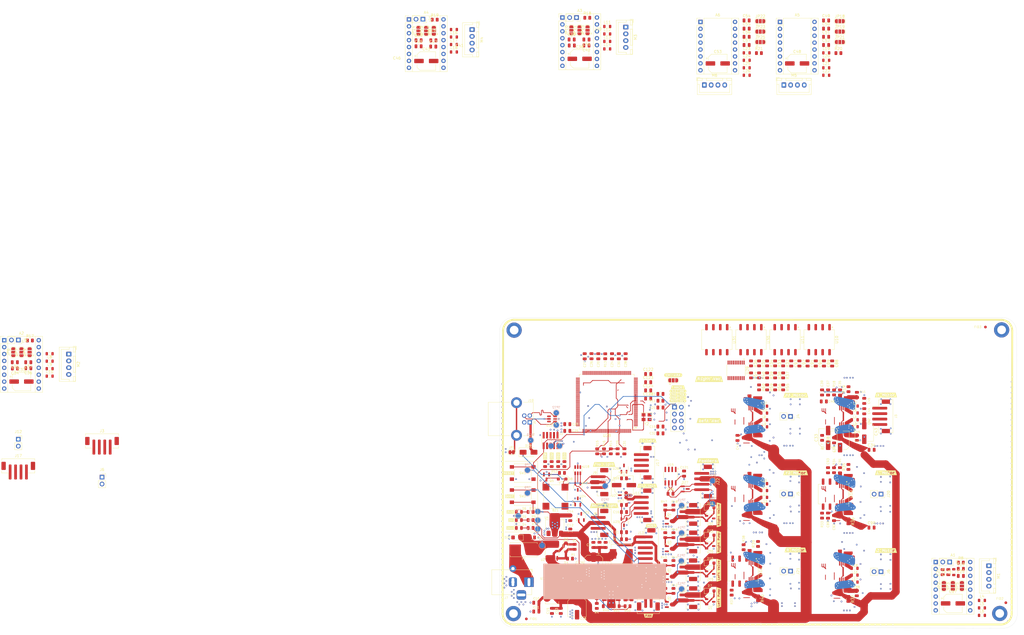
<source format=kicad_pcb>
(kicad_pcb (version 20240108) (generator "pcbnew") (generator_version "8.0")
  (title_block (title "LumenPnP Motherboard") (date "2023-09-15") (rev "REV05") (company "Opulo") (comment 1 "PCB Layout"))
  (layers (0 "F.Cu" signal) (1 "In1.Cu" power) (2 "In2.Cu" signal) (31 "B.Cu" power) (34 "B.Paste" user) (35 "F.Paste" user) (36 "B.SilkS" user "B.Silkscreen") (37 "F.SilkS" user "F.Silkscreen") (38 "B.Mask" user) (39 "F.Mask" user) (44 "Edge.Cuts" user))
  (net 0 "")
  (net 1 "GND")
  (net 2 "/Microcontroller/USB_D-")
  (net 3 "/Microcontroller/USB_D+")
  (net 4 "+3.3V")
  (net 5 "VDC")
  (net 6 "Net-(D2-K)")
  (net 7 "Net-(D3-A)")
  (net 8 "+5V")
  (net 9 "Net-(C10-Pad2)")
  (net 10 "Net-(D1-K)")
  (net 11 "Net-(U16-BOOT)")
  (net 12 "Net-(D2-A)")
  (net 13 "/RS485/RS-485+")
  (net 14 "/RS485/RS-485-")
  (net 15 "/Microcontroller/SWDIO")
  (net 16 "/Microcontroller/SWCLK")
  (net 17 "Net-(D7-A)")
  (net 18 "Net-(D10-A)")
  (net 19 "Net-(D13-A)")
  (net 20 "Net-(D16-A)")
  (net 21 "/Microcontroller/PA0")
  (net 22 "/Microcontroller/PD9")
  (net 23 "VBUS")
  (net 24 "/Microcontroller/MOS1")
  (net 25 "/Microcontroller/MOS2")
  (net 26 "/Microcontroller/MOS3")
  (net 27 "/Microcontroller/MOS4")
  (net 28 "/Microcontroller/BOOT1")
  (net 29 "/Microcontroller/I2C_SCL")
  (net 30 "/Microcontroller/I2C_SDA")
  (net 31 "/Microcontroller/PB12")
  (net 32 "/Microcontroller/PB13")
  (net 33 "/Microcontroller/PA2")
  (net 34 "/Microcontroller/PA3")
  (net 35 "/Microcontroller/PE8")
  (net 36 "/Microcontroller/PE9")
  (net 37 "/Microcontroller/PC5")
  (net 38 "/Microcontroller/PB0")
  (net 39 "/Microcontroller/PE12")
  (net 40 "/Microcontroller/PE13")
  (net 41 "/Microcontroller/PB15")
  (net 42 "/Microcontroller/PB14")
  (net 44 "/Microcontroller/PD6")
  (net 45 "/Microcontroller/PD7")
  (net 46 "/Microcontroller/PA4")
  (net 47 "/Microcontroller/PA8")
  (net 50 "/Microcontroller/PE7")
  (net 51 "Net-(J10-Shield)")
  (net 52 "/Microcontroller/PE10")
  (net 53 "/Microcontroller/PE11")
  (net 54 "/Microcontroller/PB1")
  (net 55 "/Microcontroller/PE14")
  (net 56 "/Microcontroller/PE15")
  (net 57 "/Microcontroller/PC4")
  (net 58 "/Microcontroller/PC9")
  (net 59 "Net-(Q1-G)")
  (net 60 "Net-(Q2-G)")
  (net 61 "Net-(Q3-G)")
  (net 62 "Net-(Q4-G)")
  (net 63 "/Microcontroller/RS485_RE")
  (net 64 "/Microcontroller/RS485_DE")
  (net 65 "/Microcontroller/RS485_TX")
  (net 66 "/Microcontroller/RS485_RX")
  (net 67 "/Microcontroller/PB10")
  (net 68 "/Microcontroller/PB11")
  (net 69 "/Microcontroller/PC10")
  (net 70 "/Microcontroller/PC11")
  (net 71 "/Microcontroller/PC12")
  (net 72 "/Microcontroller/LUMEN_AUX_A1")
  (net 73 "/Microcontroller/LUMEN_AUX_PWM1")
  (net 74 "/Power/VIN")
  (net 75 "Net-(C8-Pad2)")
  (net 76 "Net-(U16-COMP)")
  (net 77 "/Power/POWER_SUPPLY")
  (net 78 "Net-(J8-Pin_1)")
  (net 79 "Net-(U16-EN)")
  (net 80 "Net-(U16-FB)")
  (net 81 "/Lighting/BTM_LIGHT")
  (net 84 "/Vacuum sensors/SD2")
  (net 85 "/Vacuum sensors/SC2")
  (net 86 "Net-(U16-RT{slash}CLK)")
  (net 87 "/Vacuum sensors/SC1")
  (net 88 "/Vacuum sensors/SD1")
  (net 89 "/Vacuum sensors/SC0")
  (net 90 "/Vacuum sensors/SD0")
  (net 91 "RESET")
  (net 92 "BOOT")
  (net 93 "Net-(Q5-G)")
  (net 94 "/Microcontroller/BUZZER")
  (net 95 "Net-(D4-A)")
  (net 96 "Net-(D5-A)")
  (net 97 "Net-(D6-A)")
  (net 98 "TOP_LIGHT")
  (net 99 "/Microcontroller/LUMEN_AUX_PWM2")
  (net 100 "/Microcontroller/LUMEN_AUX_PWM3")
  (net 101 "/Microcontroller/X_LIMIT")
  (net 102 "/Microcontroller/Y_LIMIT")
  (net 104 "/Microcontroller/AUX")
  (net 105 "Net-(D9-A)")
  (net 106 "Net-(Q6-G)")
  (net 107 "Net-(J9-Pin_1)")
  (net 108 "/Microcontroller/FAN")
  (net 109 "/Motor 1/STEP")
  (net 110 "Net-(A1-2A)")
  (net 111 "/Motor 1/EN")
  (net 112 "/Motor 1/DIR")
  (net 113 "/Motor 1/MS1")
  (net 114 "+3V3")
  (net 115 "Net-(A1-1A)")
  (net 116 "Net-(A1-MS3)")
  (net 117 "Net-(A1-2B)")
  (net 118 "/Motor 1/MS0")
  (net 119 "/Motor 1/RESET")
  (net 120 "Net-(A1-1B)")
  (net 121 "/Motor 2/STEP")
  (net 122 "/Motor 2/MS0")
  (net 123 "Net-(A2-MS3)")
  (net 124 "Net-(A2-1A)")
  (net 125 "Net-(A2-1B)")
  (net 126 "/Motor 2/MS1")
  (net 127 "Net-(A2-2A)")
  (net 128 "/Motor 2/DIR")
  (net 129 "Net-(A2-2B)")
  (net 130 "/Motor 2/RESET")
  (net 131 "/Motor 2/EN")
  (net 132 "/Motor 3/STEP")
  (net 133 "Net-(A3-2A)")
  (net 134 "Net-(A3-1B)")
  (net 135 "Net-(A3-2B)")
  (net 136 "/Motor 3/DIR")
  (net 137 "/Motor 3/MS1")
  (net 138 "/Motor 3/MS0")
  (net 139 "/Motor 3/EN")
  (net 140 "Net-(A3-1A)")
  (net 141 "Net-(A3-MS3)")
  (net 142 "/Motor 3/RESET")
  (net 143 "Net-(A4-1A)")
  (net 144 "/Motor 4/MS0")
  (net 145 "Net-(A4-MS3)")
  (net 146 "Net-(A4-2A)")
  (net 147 "/Motor 4/MS1")
  (net 148 "/Motor 4/EN")
  (net 149 "/Motor 4/RESET")
  (net 150 "Net-(A4-1B)")
  (net 151 "/Motor 4/STEP")
  (net 152 "Net-(A4-2B)")
  (net 153 "/Motor 4/DIR")
  (net 154 "/Motor 1/1B")
  (net 155 "/Motor 1/1A")
  (net 156 "/Motor 1/2A")
  (net 157 "/Motor 1/2B")
  (net 158 "/Motor 2/1B")
  (net 159 "/Motor 2/1A")
  (net 160 "/Motor 2/2A")
  (net 161 "/Motor 2/2B")
  (net 162 "/Motor 3/1B")
  (net 163 "/Motor 3/1A")
  (net 164 "/Motor 3/2A")
  (net 165 "/Motor 3/2B")
  (net 166 "/Motor 4/1B")
  (net 167 "/Motor 4/1A")
  (net 168 "/Motor 4/2A")
  (net 169 "/Motor 4/2B")
  (net 170 "Net-(U28-NRST)")
  (net 171 "Net-(U28-BOOT0)")
  (net 172 "Net-(U28-PH0)")
  (net 173 "Net-(U28-PH1)")
  (net 174 "/Motor_Y/DIR")
  (net 175 "/Motor_Y/EN")
  (net 176 "/Motor_Y/STEP")
  (net 177 "/Motor 1/DIAG")
  (net 180 "/Motor 2/DIAG")
  (net 181 "/Motor_X/STEP")
  (net 182 "/Motor_X/DIR")
  (net 183 "/Motor_X/EN")
  (net 185 "/Motor 3/DIAG")
  (net 186 "/Motor 4/DIAG")
  (net 188 "/Motor 1/COPI")
  (net 189 "/Motor 1/SCK")
  (net 190 "/Motor 1/CIPO")
  (net 191 "/Motor 2/COPI")
  (net 192 "/Motor 2/SCK")
  (net 193 "/Motor 2/CIPO")
  (net 194 "/Motor 3/COPI")
  (net 195 "/Motor 3/SCK")
  (net 196 "/Motor 3/CIPO")
  (net 197 "/Motor 4/COPI")
  (net 198 "/Motor 4/SCK")
  (net 199 "/Motor 4/CIPO")
  (net 200 "/Motor 1/MS2")
  (net 201 "/Motor 2/MS2")
  (net 202 "/Motor 3/MS2")
  (net 203 "/Motor 4/MS2")
  (net 204 "Net-(U29-SC3)")
  (net 205 "unconnected-(R32-Pad1)")
  (net 206 "Net-(U29-SD3)")
  (net 208 "Net-(U29-_INT0_)")
  (net 209 "Net-(U29-_RESET_)")
  (net 210 "Net-(U29-_INT_)")
  (net 211 "Net-(U29-_INT3_)")
  (net 212 "Net-(U29-SC2)")
  (net 213 "unconnected-(R40-Pad1)")
  (net 215 "Net-(U29-SD2)")
  (net 216 "Net-(U29-_INT1_)")
  (net 217 "Net-(U29-_INT2_)")
  (net 218 "unconnected-(U10-NC-Pad1)")
  (net 220 "unconnected-(U11-NC-Pad1)")
  (net 222 "/Microcontroller/PD14")
  (net 223 "/Microcontroller/PC13")
  (net 224 "/Microcontroller/PC14")
  (net 226 "/Microcontroller/PE2")
  (net 227 "/Microcontroller/PD8")
  (net 235 "/Microcontroller/PC2")
  (net 237 "/Microcontroller/PC1")
  (net 239 "/Microcontroller/PA6")
  (net 240 "/Microcontroller/PB6_I2C1_SCL")
  (net 241 "/Microcontroller/PB8")
  (net 245 "/Microcontroller/PA9_USART1_TX")
  (net 247 "/Microcontroller/PD11")
  (net 250 "/Microcontroller/PB5_SPI3_COPI")
  (net 253 "/Microcontroller/PD12")
  (net 257 "/Microcontroller/PC0")
  (net 259 "/Microcontroller/PD0")
  (net 261 "/Microcontroller/PC3")
  (net 263 "+3.3VA")
  (net 265 "/Microcontroller/PA7")
  (net 269 "/Microcontroller/PB3_SPI3_SCK")
  (net 270 "/TOP_LIGHT")
  (net 273 "/Microcontroller/PD4")
  (net 274 "/Microcontroller/PA5")
  (net 276 "/Microcontroller/PA15")
  (net 278 "/Microcontroller/PB9")
  (net 280 "/Microcontroller/PE3")
  (net 281 "/Microcontroller/PE5")
  (net 283 "/Microcontroller/PD3")
  (net 284 "/Microcontroller/PA10_USART1_RX")
  (net 287 "/Microcontroller/PD1")
  (net 290 "/Microcontroller/PC15")
  (net 291 "/Microcontroller/PE4")
  (net 292 "/Microcontroller/PB7_I2C1_SDA")
  (net 295 "/Microcontroller/PD13")
  (net 296 "/Microcontroller/PB4_SPI3_CIPO")
  (net 297 "/Microcontroller/PD2")
  (net 298 "/Microcontroller/PA1")
  (net 301 "/Vacuum sensors/SD4")
  (net 304 "/Vacuum sensors/SC3")
  (net 305 "Net-(BZ1--)")
  (net 306 "Net-(A5-1B)")
  (net 307 "/Motor Z/MS1")
  (net 308 "Net-(A5-2A)")
  (net 309 "/Motor Z/MS0")
  (net 310 "Net-(A5-1A)")
  (net 311 "Net-(A5-MS3)")
  (net 312 "/Motor Z/DIR")
  (net 313 "/Motor Z/STEP")
  (net 314 "Net-(A5-2B)")
  (net 315 "/Motor Z/EN")
  (net 316 "/Motor Z/RESET")
  (net 317 "Net-(A6-MS3)")
  (net 318 "Net-(A6-1A)")
  (net 319 "/Motor A/RESET")
  (net 320 "/Motor A/MS0")
  (net 321 "Net-(A6-2B)")
  (net 322 "/Motor A/MS1")
  (net 323 "/Motor A/STEP")
  (net 324 "Net-(A6-1B)")
  (net 325 "/Motor A/DIR")
  (net 326 "/Motor A/EN")
  (net 327 "Net-(A6-2A)")
  (net 328 "/Motor Z/1B")
  (net 329 "/Motor Z/1A")
  (net 330 "/Motor Z/2A")
  (net 331 "/Motor Z/2B")
  (net 332 "/Motor A/1B")
  (net 333 "/Motor A/1A")
  (net 334 "/Motor A/2A")
  (net 335 "/Motor A/2B")
  (net 336 "/Motor Z/DIAG")
  (net 339 "/Motor A/DIAG")
  (net 340 "/Motor Z/COPI")
  (net 341 "/Motor Z/SCK")
  (net 342 "/Motor Z/CIPO")
  (net 343 "/Motor A/COPI")
  (net 344 "/Motor A/SCK")
  (net 345 "/Motor A/CIPO")
  (net 346 "/Motor Z/MS2")
  (net 347 "/Motor A/MS2")
  (footprint "Capacitor_SMD:C_0805_2012Metric" (layer "F.Cu") (at 125.66 71.21 180)
    (property "Reference" "C19")
    (property "Value" "1n")
  )
  (footprint "Package_SO:SO-8_3.9x4.9mm_P1.27mm" (layer "F.Cu") (at 85.8 117.1 90)
    (property "Reference" "U2")
    (property "Value" "FDS4435BZ")
  )
  (footprint "Jumper:SolderJumper-3_P1.3mm_Open_RoundedPad1.0x1.5mm" (layer "F.Cu") (at -112.3425 43.85 90)
    (property "Reference" "JP6")
    (property "Value" "CFG0")
  )
  (footprint "Capacitor_SMD:CP_Elec_6.3x7.7" (layer "F.Cu") (at 95 137.7 -90)
    (property "Reference" "C18")
    (property "Value" "100u")
  )
  (footprint "Capacitor_SMD:C_0805_2012Metric" (layer "F.Cu") (at 112.25 102.65)
    (property "Reference" "C16")
    (property "Value" "100n")
  )
  (footprint "Capacitor_SMD:C_0805_2012Metric" (layer "F.Cu") (at 121.15 51.88)
    (property "Reference" "C122")
    (property "Value" "10p")
  )
  (footprint "Connector_JST:JST_PH_B2B-PH-SM4-TB_1x02-1MP_P2.00mm_Vertical" (layer "F.Cu") (at 135.95 113.65 -90)
    (property "Reference" "J18")
    (property "Value" "FET")
  )
  (footprint "kibuzzard-66071149" (layer "F.Cu") (at 121.25 140.8)
    (property "Reference" "kibuzzard-66071149" (hide yes))
    (property "Value" "G***" (hide yes))
  )
  (footprint "Capacitor_SMD:C_0805_2012Metric" (layer "F.Cu") (at -111.8 47.54 180)
    (property "Reference" "C35")
    (property "Value" "1n")
  )
  (footprint "Connector_PinSocket_2.54mm:PinSocket_1x02_P2.54mm_Vertical" (layer "F.Cu") (at 173.5 96 -90)
    (property "Reference" "J5")
    (property "Value" "TMC_PIN_HEADER")
  )
  (footprint "Inductor_SMD:L_0805_2012Metric" (layer "F.Cu") (at -98.9875 52.665)
    (property "Reference" "L10")
    (property "Value" "L_Ferrite")
  )
  (footprint "kibuzzard-65E2409D" (layer "F.Cu") (at 70.25 96.85)
    (property "Reference" "kibuzzard-65E2409D" (hide yes))
    (property "Value" "G***" (hide yes))
  )
  (footprint "Capacitor_SMD:C_0805_2012Metric" (layer "F.Cu") (at 112.4 80.31 -90)
    (property "Reference" "C31")
    (property "Value" "100n")
  )
  (footprint "Capacitor_SMD:C_0805_2012Metric" (layer "F.Cu") (at 191.7 87.2625 -90)
    (property "Reference" "C91")
    (property "Value" "100n")
  )
  (footprint "Resistor_SMD:R_0805_2012Metric" (layer "F.Cu") (at 189.5 87.262501 -90)
    (property "Reference" "R34")
    (property "Value" "10k")
  )
  (footprint "kibuzzard-65E240B2" (layer "F.Cu") (at 70.55 102.6)
    (property "Reference" "kibuzzard-65E240B2" (hide yes))
    (property "Value" "G***" (hide yes))
  )
  (footprint "kibuzzard-65E24108" (layer "F.Cu") (at 133.685 58.175)
    (property "Reference" "kibuzzard-65E24108" (hide yes))
    (property "Value" "G***" (hide yes))
  )
  (footprint "kibuzzard-65848FDC" (layer "F.Cu") (at 175.375 88.225)
    (property "Reference" "kibuzzard-65848FDC" (hide yes))
    (property "Value" "G***" (hide yes))
  )
  (footprint "Resistor_SMD:R_0805_2012Metric" (layer "F.Cu") (at 151.85 132.2875 -90)
    (property "Reference" "R37")
    (property "Value" "4k7")
  )
  (footprint "Capacitor_SMD:C_0805_2012Metric" (layer "F.Cu") (at 188.82 48 -90)
    (property "Reference" "C88")
    (property "Value" "100n")
  )
  (footprint "Capacitor_SMD:C_0805_2012Metric" (layer "F.Cu") (at 125.66 64.21)
    (property "Reference" "C21")
    (property "Value" "1n")
  )
  (footprint "Resistor_SMD:R_0805_2012Metric" (layer "F.Cu") (at 164.89 56.8 -90)
    (property "Reference" "R59")
    (property "Value" "4k7")
  )
  (footprint "Jumper:SolderJumper-3_P1.3mm_Open_RoundedPad1.0x1.5mm" (layer "F.Cu") (at 92.915 -74.55 90)
    (property "Reference" "JP10")
    (property "Value" "CFG0")
  )
  (footprint "Connector_JST:JST_PH_B2B-PH-SM4-TB_1x02-1MP_P2.00mm_Vertical" (layer "F.Cu") (at 135.95 103.525 -90)
    (property "Reference" "J19")
    (property "Value" "FET")
  )
  (footprint "Capacitor_SMD:C_0805_2012Metric" (layer "F.Cu") (at 200.625 61.7625 90)
    (property "Reference" "C45")
    (property "Value" "1n")
  )
  (footprint "MountingHole:MountingHole_3.2mm_M3_DIN965_Pad" (layer "F.Cu") (at 71.85 35.75)
    (property "Reference" "H1" (hide yes))
    (property "Value" "MountingHole_Pad")
  )
  (footprint "Connector_JST:JST_PH_B4B-PH-SM4-TB_1x04-1MP_P2.00mm_Vertical" (layer "F.Cu") (at 119.075 100.175 -90)
    (property "Reference" "J11")
    (property "Value" "XY_LIMIT")
  )
  (footprint "Connector_JST:JST_PH_B2B-PH-SM4-TB_1x02-1MP_P2.00mm_Vertical" (layer "F.Cu") (at 135.925 123.875 -90)
    (property "Reference" "J16")
    (property "Value" "FET")
  )
  (footprint "Capacitor_SMD:C_0805_2012Metric" (layer "F.Cu") (at 112.85 45.35 90)
    (property "Reference" "C28")
    (property "Value" "100n")
  )
  (footprint "Inductor_SMD:L_Sunlord_MWSA0402S" (layer "F.Cu") (at 85.8 134.1)
    (property "Reference" "L2")
    (property "Value" "2.2u")
  )
  (footprint "Package_TO_SOT_SMD:SOT-23" (layer "F.Cu") (at 120.375 128.975 -90)
    (property "Reference" "Q6")
    (property "Value" "AO3400A")
  )
  (footprint "Capacitor_SMD:C_0805_2012Metric" (layer "F.Cu") (at 187.3 87.262501 -90)
    (property "Reference" "C93")
    (property "Value" "100n")
  )
  (footprint "Resistor_SMD:R_0805_2012Metric" (layer "F.Cu") (at 130.45 131.65 -90)
    (property "Reference" "R42")
    (property "Value" "10k")
  )
  (footprint "Diode_SMD:D_SOD-123F" (layer "F.Cu") (at 143.95 131.65)
    (property "Reference" "D7")
    (property "Value" "SM4007")
  )
  (footprint "kibuzzard-65848FE9" (layer "F.Cu") (at 208.6 88.2)
    (property "Reference" "kibuzzard-65848FE9" (hide yes))
    (property "Value" "G***" (hide yes))
  )
  (footprint "Resistor_SMD:R_0805_2012Metric" (layer "F.Cu") (at 194.775 134.6 -90)
    (property "Reference" "R32")
    (property "Value" "10k")
  )
  (footprint "Sensor_Pressure:CFSensor_XGZP6897x" (layer "F.Cu") (at 184.05 39.25 -90)
    (property "Reference" "U10")
    (property "Value" "XGZP6857D")
  )
  (footprint "Capacitor_SMD:C_0805_2012Metric" (layer "F.Cu") (at 186.59 -69.13)
    (property "Reference" "C52")
    (property "Value" "1n")
  )
  (footprint "kibuzzard-65848E86" (layer "F.Cu") (at 143.55 69)
    (property "Reference" "kibuzzard-65848E86" (hide yes))
    (property "Value" "G***" (hide yes))
  )
  (footprint "kibuzzard-65848FE3" (layer "F.Cu") (at 208.6 116.8)
    (property "Reference" "kibuzzard-65848FE3" (hide yes))
    (property "Value" "G***" (hide yes))
  )
  (footprint "Resistor_SMD:R_0805_2012Metric" (layer "F.Cu") (at 170.79 56.8 -90)
    (property "Reference" "R55")
    (property "Value" "10k")
  )
  (footprint "Connector_PinSocket_2.54mm:PinSocket_1x02_P2.54mm_Vertical" (layer "F.Cu") (at 206.8 96.05 -90)
    (property "Reference" "J20")
    (property "Value" "TMC_PIN_HEADER")
  )
  (footprint "Package_TO_SOT_SMD:SOT-23-3" (layer "F.Cu") (at 96.55 104.45 90)
    (property "Reference" "U23")
    (property "Value" "PESD5V2S2UT")
  )
  (footprint "Jumper:SolderJumper-3_P1.3mm_Open_RoundedPad1.0x1.5mm" (layer "F.Cu") (at 42.3075 -74.35 90)
    (property "Reference" "JP17")
    (property "Value" "CFG3")
  )
  (footprint "Package_TO_SOT_SMD:TSOT-23" (layer "F.Cu") (at 143.9375 105)
    (property "Reference" "U21")
    (property "Value" "PESD24BS3")
  )
  (footprint "Capacitor_SMD:C_0805_2012Metric" (layer "F.Cu") (at 134.35 88.5 -90)
    (property "Reference" "C121")
    (property "Value" "100n")
  )
  (footprint "Resistor_SMD:R_0805_2012Metric" (layer "F.Cu") (at 185.1 103.9625 -90)
    (property "Reference" "R33")
    (property "Value" "10k")
  )
  (footprint "Connector_JST:JST_PH_B4B-PH-SM4-TB_1x04-1MP_P2.00mm_Vertical" (layer "F.Cu") (at 119.15 84.525 -90)
    (property "Reference" "J17")
    (property "Value" "MOTOR")
  )
  (footprint "Capacitor_SMD:C_0805_2012Metric" (layer "F.Cu") (at 197.875 132.5 90)
    (property "Reference" "C88")
    (property "Value" "100n")
  )
  (footprint "Buzzer_Beeper:MagneticBuzzer_CUI_CMT-8504-100-SMT" (layer "F.Cu") (at 87.05 97 -90)
    (property "Reference" "BZ1")
    (property "Value" "Buzzer")
  )
  (footprint "Package_TO_SOT_SMD:SOT-23" (layer "F.Cu") (at 128.9375 116.15)
    (property "Reference" "Q3")
    (property "Value" "AO3400A")
  )
  (footprint "kibuzzard-65F1FEA3" (layer "F.Cu") (at 130.36 52.275)
    (property "Reference" "kibuzzard-65F1FEA3" (hide yes))
    (property "Value" "G***" (hide yes))
  )
  (footprint "Inductor_SMD:L_0805_2012Metric" (layer "F.Cu") (at 186.64 -58)
    (property "Reference" "L22")
    (property "Value" "L_Ferrite")
  )
  (footprint "Capacitor_SMD:C_0805_2012Metric" (layer "F.Cu") (at 229.45 124.75 90)
    (property "Reference" "C21")
    (property "Value" "1n")
  )
  (footprint "Capacitor_SMD:C_0805_2012Metric" (layer "F.Cu") (at 113.925 130.775)
    (property "Reference" "C8")
    (property "Value" "4.7n")
  )
  (footprint "Inductor_SMD:L_0805_2012Metric" (layer "F.Cu") (at 163.8 97.25)
    (property "Reference" "L12")
    (property "Value" "L_Ferrite")
  )
  (footprint "Capacitor_SMD:C_0805_2012Metric" (layer "F.Cu") (at 93 -71.16)
    (property "Reference" "C39")
    (property "Value" "1n")
  )
  (footprint "Capacitor_SMD:CP_Elec_6.3x7.7" (layer "F.Cu") (at 112.25 92.75)
    (property "Reference" "C17")
    (property "Value" "100u")
  )
  (footprint "Connector_JST:JST_PH_B6B-PH-SM4-TB_1x06-1MP_P2.00mm_Vertical" (layer "F.Cu") (at 120.575 116.775 -90)
    (property "Reference" "J13")
    (property "Value" "HOST")
  )
  (footprint "Capacitor_SMD:C_0805_2012Metric" (layer "F.Cu") (at 203.325001 79.7625)
    (property "Reference" "C34")
    (property "Value" "1n")
  )
  (footprint "Inductor_SMD:L_0805_2012Metric" (layer "F.Cu") (at -98.9875 44.415)
    (property "Reference" "L7")
    (property "Value" "L_Ferrite")
  )
  (footprint "Resistor_SMD:R_0805_2012Metric" (layer "F.Cu") (at 77.9 108.5 180)
    (property "Reference" "R7")
    (property "Value" "10k")
  )
  (footprint "Inductor_SMD:L_0805_2012Metric" (layer "F.Cu") (at 243.9125 140.655)
    (property "Reference" "L6")
    (property "Value" "L_Ferrite")
  )
  (footprint "Resistor_SMD:R_0805_2012Metric" (layer "F.Cu") (at 170.79 52.39 -90)
    (property "Reference" "R37")
    (property "Value" "4k7")
  )
  (footprint "Module:Pololu_Breakout-16_15.2x20.3mm" (layer "F.Cu") (at 33.17 -78.54)
    (property "Reference" "A4")
    (property "Value" "Motor_Driver")
  )
  (footprint "Capacitor_SMD:C_0805_2012Metric" (layer "F.Cu") (at 98.45 -71.15 180)
    (property "Reference" "C40")
    (property "Value" "1n")
  )
  (footprint "kibuzzard-6585C058" (layer "F.Cu") (at 147.15 134.15 90)
    (property "Reference" "kibuzzard-6585C058" (hide yes))
    (property "Value" "G***" (hide yes))
  )
  (footprint "Resistor_SMD:R_0805_2012Metric" (layer "F.Cu") (at 127.4375 111.15 90)
    (property "Reference" "R45")
    (property "Value" "1k")
  )
  (footprint "kibuzzard-65848E91" (layer "F.Cu") (at 143.55 53.75)
    (property "Reference" "kibuzzard-65848E91" (hide yes))
    (property "Value" "G***" (hide yes))
  )
  (footprint "Inductor_SMD:L_0805_2012Metric" (layer "F.Cu") (at 49.705 -72.07)
    (property "Reference" "L16")
    (property "Value" "L_Ferrite")
  )
  (footprint "Capacitor_SMD:C_0805_2012Metric" (layer "F.Cu") (at 94.1 124.2 90)
    (property "Reference" "C6")
    (property "Value" "100n")
  )
  (footprint "Package_TO_SOT_SMD:TSOT-23" (layer "F.Cu") (at 143.9375 115.15)
    (property "Reference" "U20")
    (property "Value" "PESD24BS3")
  )
  (footprint "Capacitor_SMD:C_0805_2012Metric" (layer "F.Cu") (at 186.59 -72.14)
    (property "Reference" "C51")
    (property "Value" "1n")
  )
  (footprint "Connector_PinSocket_2.54mm:PinSocket_1x02_P2.54mm_Vertical" (layer "F.Cu") (at 173.525 124.375 -90)
    (property "Reference" "J21")
    (property "Value" "TMC_PIN_HEADER")
  )
  (footprint "kibuzzard-65E2504F" (layer "F.Cu") (at 90.35 82.05 90)
    (property "Reference" "kibuzzard-65E2504F" (hide yes))
    (property "Value" "G***" (hide yes))
  )
  (footprint "Jumper:SolderJumper-3_P1.3mm_Open_RoundedPad1.0x1.5mm" (layer "F.Cu") (at 191.64 -74.055)
    (property "Reference" "JP19")
    (property "Value" "CFG1")
  )
  (footprint "Connector_JST:JST_PH_B4B-PH-SM4-TB_1x04-1MP_P2.00mm_Vertical" (layer "F.Cu") (at -110.5275 87.415)
    (property "Reference" "J17")
    (property "Value" "MOTOR")
  )
  (footprint "Capacitor_SMD:C_0805_2012Metric" (layer "F.Cu") (at 125.66 73.71)
    (property "Reference" "C32")
    (property "Value" "100n")
  )
  (footprint "Inductor_SMD:L_0805_2012Metric" (layer "F.Cu") (at 186.64 -63.5)
    (property "Reference" "L20")
    (property "Value" "L_Ferrite")
  )
  (footprint "Resistor_SMD:R_0805_2012Metric" (layer "F.Cu") (at 105.5625 137.285)
    (property "Reference" "R49")
    (property "Value" "243k")
  )
  (footprint "Inductor_SMD:L_0805_2012Metric" (layer "F.Cu") (at 163.8 94.750001)
    (property "Reference" "L14")
    (property "Value" "L_Ferrite")
  )
  (footprint "Capacitor_SMD:C_0805_2012Metric" (layer "F.Cu") (at 185.75 61.962501)
    (property "Reference" "C40")
    (property "Value" "1n")
  )
  (footprint "Resistor_SMD:R_0805_2012Metric" (layer "F.Cu") (at 89.45 88.25 180)
    (property "Reference" "R53")
    (property "Value" "1k")
  )
  (footprint "Capacitor_SMD:CP_Elec_6.3x7.7" (layer "F.Cu") (at 175.95 -62.35)
    (property "Reference" "C48")
    (property "Value" "100u")
  )
  (footprint "Resistor_SMD:R_0805_2012Metric" (layer "F.Cu") (at 158.99 47.98 -90)
    (property "Reference" "R36")
    (property "Value" "10k")
  )
  (footprint "Capacitor_SMD:C_0805_2012Metric" (layer "F.Cu") (at 173.77 48 -90)
    (property "Reference" "C93")
    (property "Value" "100n")
  )
  (footprint "Resistor_SMD:R_0805_2012Metric" (layer "F.Cu") (at 115.025 134.025 90)
    (property "Reference" "R52")
    (property "Value" "16.9k")
  )
  (footprint "Capacitor_SMD:C_0805_2012Metric" (layer "F.Cu") (at 42.1 -68.55)
    (property "Reference" "C47")
    (property "Value" "1n")
  )
  (footprint "Capacitor_SMD:C_0805_2012Metric" (layer "F.Cu") (at 102.8 45.35 90)
    (property "Reference" "C20")
    (property "Value" "1n")
  )
  (footprint "Package_SO:SOIC-8_3.9x4.9mm_P1.27mm" (layer "F.Cu") (at 129.3625 89.45 -90)
    (property "Reference" "U15")
    (property "Value" "MAX3078E")
  )
  (footprint "Capacitor_SMD:C_0805_2012Metric" (layer "F.Cu") (at 157.35 -75.15)
    (property "Reference" "C55")
    (property "Value" "1n")
  )
  (footprint "kibuzzard-65848FCC" (layer "F.Cu") (at 208.6 59.6)
    (property "Reference" "kibuzzard-65848FCC" (hide yes))
    (property "Value" "G***" (hide yes))
  )
  (footprint "Resistor_SMD:R_0805_2012Metric" (layer "F.Cu") (at 161.55 134.3875 -90)
    (property "Reference" "R40")
    (property "Value" "10k")
  )
  (footprint "Inductor_SMD:L_0805_2012Metric" (layer "F.Cu") (at 157.4 -63.5)
    (property "Reference" "L24")
    (property "Value" "L_Ferrite")
  )
  (footprint "Inductor_SMD:L_0805_2012Metric" (layer "F.Cu") (at 197.125 63.662501)
    (property "Reference" "L7")
    (property "Value" "L_Ferrite")
  )
  (footprint "Jumper:SolderJumper-3_P1.3mm_Open_RoundedPad1.0x1.5mm" (layer "F.Cu") (at 130.36 54.2)
    (property "Reference" "JP2")
    (property "Value" "CFG0")
  )
  (footprint "kibuzzard-65E2408C" (layer "F.Cu") (at 69.85 88.35)
    (property "Reference" "kibuzzard-65E2408C" (hide yes))
    (property "Value" "G***" (hide yes))
  )
  (footprint "Capacitor_SMD:C_0805_2012Metric" (layer "F.Cu") (at 185.81 48 -90)
    (property "Reference" "C89")
    (property "Value" "22u")
  )
  (footprint "Inductor_SMD:L_0805_2012Metric" (layer "F.Cu") (at 163.8 92.200001)
    (property "Reference" "L15")
    (property "Value" "L_Ferrite")
  )
  (footprint "Jumper:SolderJumper-3_P1.3mm_Open_RoundedPad1.0x1.5mm" (layer "F.Cu") (at 162.4 -77.89)
    (property "Reference" "JP22")
    (property "Value" "CFG0")
  )
  (footprint "kibuzzard-6606EA6E" (layer "F.Cu") (at 122.3 107.65)
    (property "Reference" "kibuzzard-6606EA6E" (hide yes))
    (property "Value" "G***" (hide yes))
  )
  (footprint "Jumper:SolderJumper-3_P1.3mm_Open_RoundedPad1.0x1.5mm" (layer "F.Cu") (at 229.9075 129.85 90)
    (property "Reference" "JP2")
    (property "Value" "CFG0")
  )
  (footprint "Connector_PinSocket_2.54mm:PinSocket_1x02_P2.54mm_Vertical" (layer "F.Cu") (at 94.8 -79.225 -90)
    (property "Reference" "J20")
    (property "Value" "TMC_PIN_HEADER")
  )
  (footprint "Jumper:SolderJumper-3_P1.3mm_Open_RoundedPad1.0x1.5mm" (layer "F.Cu") (at 162.4 -74.055)
    (property "Reference" "JP23")
    (property "Value" "CFG1")
  )
  (footprint "kibuzzard-65E215D8" (layer "F.Cu") (at 130.475 61.765)
    (property "Reference" "kibuzzard-65E215D8" (hide yes))
    (property "Value" "G***" (hide yes))
  )
  (footprint "Resistor_SMD:R_0805_2012Metric" (layer "F.Cu") (at 90.8 130.4)
    (property "Reference" "R5")
    (property "Value" "4.7k")
  )
  (footprint "Diode_SMD:D_SOD-123" (layer "F.Cu") (at 90.9 124.2 -90)
    (property "Reference" "D3")
    (property "Value" "BZT52C16")
  )
  (footprint "Inductor_SMD:L_0805_2012Metric" (layer "F.Cu") (at 186.64 -60.75)
    (property "Reference" "L21")
    (property "Value" "L_Ferrite")
  )
  (footprint "kibuzzard-65E2156F" (layer "F.Cu") (at 130.485 58.175)
    (property "Reference" "kibuzzard-65E2156F" (hide yes))
    (property "Value" "G***" (hide yes))
  )
  (footprint "Capacitor_SMD:CP_Elec_6.3x7.7" (layer "F.Cu") (at -109.35 54.65)
    (property "Reference" "C33")
    (property "Value" "100u")
  )
  (footprint "Inductor_SMD:L_0805_2012Metric" (layer "F.Cu") (at 186.64 -66.25)
    (property "Reference" "L19")
    (property "Value" "L_Ferrite")
  )
  (footprint "Sensor_Pressure:CFSensor_XGZP6897x" (layer "F.Cu") (at 158.95 39.25 -90)
    (property "Reference" "U30")
    (property "Value" "XGZP6857D")
  )
  (footprint "Capacitor_SMD:CP_Elec_6.3x7.7" (layer "F.Cu") (at 233.25 136.25)
    (property "Reference" "C17")
    (property "Value" "100u")
  )
  (footprint "Capacitor_SMD:C_0805_2012Metric" (layer "F.Cu") (at 231.55 124.75 90)
    (property "Reference" "C22")
    (property "Value" "1n")
  )
  (footprint "Connector_JST:JST_PH_B4B-PH-SM4-TB_1x04-1MP_P2.00mm_Vertical" (layer "F.Cu") (at 206.825 67.45 -90)
    (property "Reference" "J3")
    (property "Value" "MOTOR")
  )
  (footprint "Package_QFP:LQFP-144_20x20mm_P0.5mm" (layer "F.Cu") (at 105.95 62.15 180)
    (property "Reference" "U28")
    (property "Value" "STM32H723ZETx")
  )
  (footprint "kibuzzard-65848FEF" (layer "F.Cu") (at 175.35 116.6)
    (property "Reference" "kibuzzard-65848FEF" (hide yes))
    (property "Value" "G***" (hide yes))
  )
  (footprint "Package_TO_SOT_SMD:SOT-23" (layer "F.Cu") (at 128.9375 106)
    (property "Reference" "Q4")
    (property "Value" "AO3400A")
  )
  (footprint "Jumper:SolderJumper-3_P1.3mm_Open_RoundedPad1.0x1.5mm" (layer "F.Cu") (at -109.35 43.85 90)
    (property "Reference" "JP7")
    (property "Value" "CFG1")
  )
  (footprint "Fiducial:Fiducial_1mm_Mask2mm" (layer "F.Cu") (at 76.35 141.95)
    (property "Reference" "FID1")
    (property "Value" "Fiducial")
  )
  (footprint "Inductor_SMD:L_0805_2012Metric" (layer "F.Cu") (at 163.8 66.250001)
    (property "Reference" "L10")
    (property "Value" "L_Ferrite")
  )
  (footprint "Resistor_SMD:R_0805_2012Metric" (layer "F.Cu") (at 130.4375 101 -90)
    (property "Reference" "R48")
    (property "Value" "10k")
  )
  (footprint "Diode_SMD:D_SMA" (layer "F.Cu") (at 77.15 80.65)
    (property "Reference" "D19")
    (property "Value" "SS34")
  )
  (footprint "Jumper:SolderJumper-3_P1.3mm_Open_RoundedPad1.0x1.5mm" (layer "F.Cu") (at 191.64 -77.89)
    (property "Reference" "JP18")
    (property "Value" "CFG0")
  )
  (footprint "Module:Pololu_Breakout-16_15.2x20.3mm" (layer "F.Cu") (at 226.9025 121.035)
    (property "Reference" "A1")
    (property "Value" "Motor_Driver")
  )
  (footprint "Capacitor_SMD:CP_Elec_6.3x7.7" (layer "F.Cu") (at 146.75 -62.35)
    (property "Reference" "C53")
    (property "Value" "100u")
  )
  (footprint "Module:Pololu_Breakout-16_15.2x20.3mm" (layer "F.Cu") (at -115.6975 39.445)
    (property "Reference" "A2")
    (property "Value" "Motor_Driver")
  )
  (footprint "Capacitor_SMD:C_0805_2012Metric" (layer "F.Cu") (at 80 136)
    (property "Reference" "C10")
    (property "Value" "10u")
  )
  (footprint "Connector_PinSocket_2.54mm:PinSocket_1x02_P2.54mm_Vertical" (layer "F.Cu") (at 173.5 67.475 -90)
    (property "Reference" "J4")
    (property "Value" "TMC_PIN_HEADER")
  )
  (footprint "Capacitor_SMD:C_0805_2012Metric" (layer "F.Cu") (at -106.85 47.55 180)
    (property "Reference" "C37")
    (property "Value" "1n")
  )
  (footprint "Resistor_SMD:R_0805_2012Metric" (layer "F.Cu") (at 161.94 47.98 -90)
    (property "Reference" "R35")
    (property "Value" "10k")
  )
  (footprint "Resistor_SMD:R_0805_2012Metric" (layer "F.Cu") (at 107.4 80.31 -90)
    (property "Reference" "R14")
    (property "Value" "10k")
  )
  (footprint "Capacitor_SMD:CP_Elec_6.3x7.7" (layer "F.Cu") (at 95.95 -64.05)
    (property "Reference" "C38")
    (property "Value" "100u")
  )
  (footprint "Resistor_SMD:R_0805_2012Metric" (layer "F.Cu") (at 112.25 100.05)
    (property "Reference" "R57")
    (property "Value" "10k")
  )
  (footprint "kibuzzard-65E24112" (layer "F.Cu") (at 133.685 60.575)
    (property "Reference" "kibuzzard-65E24112" (hide yes))
    (property "Value" "G***" (hide yes))
  )
  (footprint "Diode_SMD:D_SOD-123F" (layer "F.Cu") (at 143.9375 101)
    (property "Reference" "D16")
    (property "Value" "SM4007")
  )
  (footprint "Capacitor_SMD:C_0805_2012Metric" (layer "F.Cu") (at 36.7 -68.65)
    (property "Reference" "C45")
    (property "Value" "1n")
  )
  (footprint "Resistor_SMD:R_0805_2012Metric" (layer "F.Cu") (at 191.12 -66.15)
    (property "Reference" "R20")
    (property "Value" "1k")
  )
  (footprint "Resistor_SMD:R_0805_2012Metric" (layer "F.Cu") (at 117.375 128.625 90)
    (property "Reference" "R71")
    (property "Value" "1k")
  )
  (footprint "kibuzzard-65E2151D" (layer "F.Cu") (at 130.475 60.575)
    (property "Reference" "kibuzzard-65E2151D" (hide yes))
    (property "Value" "G***" (hide yes))
  )
  (footprint "kibuzzard-65E24FAE" (layer "F.Cu") (at 83.25 82.05 90)
    (property "Reference" "kibuzzard-65E24FAE" (hide yes))
    (property "Value" "G***" (hide yes))
  )
  (footprint "Capacitor_SMD:C_0805_2012Metric" (layer "F.Cu") (at 121.15 60.91)
    (property "Reference" "C128")
    (property "Value" "2u2")
  )
  (footprint "Inductor_SMD:L_0805_2012Metric" (layer "F.Cu") (at 197.125 68.7125)
    (property "Reference" "L4")
    (property "Value" "L_Ferrite")
  )
  (footprint "Fiducial:Fiducial_1mm_Mask2mm" (layer "F.Cu") (at 245.2 34.6)
    (property "Reference" "FID3")
    (property "Value" "Fiducial")
  )
  (footprint "Inductor_SMD:L_0805_2012Metric" (layer "F.Cu") (at 197.125 66.212501)
    (property "Reference" "L6")
    (property "Value" "L_Ferrite")
  )
  (footprint "Capacitor_SMD:C_0805_2012Metric" (layer "F.Cu") (at 197.925 59.562501 -90)
    (property "Reference" "C41")
    (property "Value" "1n")
  )
  (footprint "Diode_SMD:D_SOD-123F" (layer "F.Cu") (at 143.9375 111.15)
    (property "Reference" "D13")
    (property "Value" "SM4007")
  )
  (footprint "Connector_PinSocket_2.54mm:PinSocket_1x02_P2.54mm_Vertical" (layer "F.Cu") (at 206.775 124.6 -90)
    (property "Reference" "J6")
    (property "Value" "TMC_PIN_HEADER")
  )
  (footprint "Capacitor_SMD:CP_Elec_6.3x7.7" (layer "F.Cu") (at 200.625 73.1625 -90)
    (property "Reference" "C43")
    (property "Value" "100u")
  )
  (footprint "Diode_SMD:D_SMC" (layer "F.Cu") (at 110.3625 125.835 180)
    (property "Reference" "D1")
    (property "Value" "B560C")
  )
  (footprint "Jumper:SolderJumper-3_P1.3mm_Open_RoundedPad1.0x1.5mm" (layer "F.Cu") (at 191.64 -70.22)
    (property "Reference" "JP21")
    (property "Value" "CFG3")
  )
  (footprint "Jumper:SolderJumper-2_P1.3mm_Bridged_RoundedPad1.0x1.5mm" (layer "F.Cu") (at 70.95 80.65 180)
    (property "Reference" "JP1")
    (property "Value" "SHIELD_GND")
  )
  (footprint "kibuzzard-6606EA2E" (layer "F.Cu") (at 120.925 76.375)
    (property "Reference" "kibuzzard-6606EA2E" (hide yes))
    (property "Value" "G***" (hide yes))
  )
  (footprint "Capacitor_SMD:CP_Elec_6.3x7.7" (layer "F.Cu") (at 191.725 76.2625 90)
    (property "Reference" "C38")
    (property "Value" "100u")
  )
  (footprint "Resistor_SMD:R_0805_2012Metric" (layer "F.Cu") (at 161.55 114.3875 90)
    (property "Reference" "R39")
    (property "Value" "10k")
  )
  (footprint "Connector_JST:JST_PH_B4B-PH-SM4-TB_1x04-1MP_P2.00mm_Vertical" (layer "F.Cu") (at -79.7275 78.255)
    (property "Reference" "J3")
    (property "Value" "MOTOR")
  )
  (footprint "Package_TO_SOT_SMD:SOT-23-6" (layer "F.Cu") (at 85.8 68.4 180)
    (property "Reference" "U12")
    (property "Value" "SRV05-4")
  )
  (footprint "Inductor_SMD:L_0805_2012Metric" (layer "F.Cu") (at 197.075 123.35)
    (property "Reference" "L18")
    (property "Value" "L_Ferrite")
  )
  (footprint "Capacitor_SMD:C_0805_2012Metric" (layer "F.Cu") (at 236.15 126.15)
    (property "Reference" "C20")
    (property "Value" "1n")
  )
  (footprint "kibuzzard-65E25035" (layer "F.Cu") (at 88.05 82.05 90)
    (property "Reference" "kibuzzard-65E25035" (hide yes))
    (property "Value" "G***" (hide yes))
  )
  (footprint "Package_TO_SOT_SMD:SOT-23-3" (layer "F.Cu") (at 112.25 106.35 -90)
    (property "Reference" "U25")
    (property "Value" "PESD3V3S2UT")
  )
  (footprint "Crystal:Crystal_SMD_3225-4Pin_3.2x2.5mm" (layer "F.Cu") (at 120.55 67.75 180)
    (property "Reference" "Y2")
    (property "Value" "8MHz")
  )
  (footprint "Button_Switch_SMD:SW_SPST_B3S-1000" (layer "F.Cu") (at 75 88.3 180)
    (property "Reference" "SW1")
    (property "Value" "SW_Push")
  )
  (footprint "Connector_JST:JST_PH_B2B-PH-SM4-TB_1x02-1MP_P2.00mm_Vertical" (layer "F.Cu") (at 121.225 135.625 180)
    (property "Reference" "J15")
    (property "Value" "FAN")
  )
  (footprint "Inductor_SMD:L_0805_2012Metric" (layer "F.Cu") (at 106.0875 -70.45)
    (property "Reference" "L13")
    (property "Value" "L_Ferrite")
  )
  (footprint "Sensor_Pressure:CFSensor_XGZP6897x" (layer "F.Cu") (at 171.5 39.25 -90)
    (property "Reference" "U11")
    (property "Value" "XGZP6857D")
  )
  (footprint "Connector_PinSocket_2.54mm:PinSocket_1x02_P2.54mm_Vertical" (layer "F.Cu") (at 38.3 -78.625 -90)
    (property "Reference" "J21")
    (property "Value" "TMC_PIN_HEADER")
  )
  (footprint "Fiducial:Fiducial_1mm_Mask2mm" (layer "F.Cu") (at 252.7 136)
    (property "Reference" "FID2")
    (property "Value" "Fiducial")
  )
  (footprint "Package_TO_SOT_SMD:TSOT-23" (layer "F.Cu") (at 143.9375 125.4)
    (property "Reference" "U19")
    (property "Value" "PESD24BS3")
  )
  (footprint "Capacitor_SMD:C_0805_2012Metric" (layer "F.Cu") (at 93.05 -68.95)
    (property "Reference" "C41")
    (property "Value" "1n")
  )
  (footprint "Inductor_SMD:L_0805_2012Metric" (layer "F.Cu") (at 197.075 128.4)
    (property "Reference" "L17")
    (property "Value" "L_Ferrite")
  )
  (footprint "Capacitor_SMD:C_0805_2012Metric" (layer "F.Cu") (at 105.5 114.75 -90)
    (property "Reference" "C7")
    (property "Value" "10u")
  )
  (footprint "Resistor_SMD:R_0805_2012Metric" (layer "F.Cu") (at 83.25 85 90)
    (property "Reference" "R8" (hide yes))
    (property "Value" "1k")
  )
  (footprint "Capacitor_SMD:C_0805_2012Metric" (layer "F.Cu") (at 100.3 45.325 90)
    (property "Reference" "C26")
    (property "Value" "100n")
  )
  (footprint "Package_TO_SOT_SMD:SOT-23-3" (layer "F.Cu") (at 111.8875 96.45 180)
    (property "Reference" "U27")
    (property "Value" "PESD3V3S2UT")
  )
  (footprint "Capacitor_SMD:C_0805_2012Metric" (layer "F.Cu") (at 89 139 90)
    (property "Reference" "C13")
    (property "Value" "10u")
  )
  (footprint "index:BarrelJack_Horizontal" (layer "F.Cu") (at 77.4 128.4375)
    (property "Reference" "J7")
    (property "Value" "COMBO_POWER_JACK")
  )
  (footprint "Capacitor_SMD:C_0805_2012Metric" (layer "F.Cu") (at 200.625 65.562501 -90)
    (property "Reference" "C44")
    (property "Value" "1n")
  )
  (footprint "Resistor_SMD:R_0805_2012Metric" (layer "F.Cu") (at 164.89 47.98 -90)
    (property "Reference" "R34")
    (property "Value" "10k")
  )
  (footprint "Capacitor_SMD:C_0805_2012Metric" (layer "F.Cu") (at 98.45 -68.95 180)
    (property "Reference" "C42")
    (property "Value" "1n")
  )
  (footprint "Resistor_SMD:R_0805_2012Metric" (layer "F.Cu") (at 127.4375 101 90)
    (property "Reference" "R47")
    (property "Value" "1k")
  )
  (footprint "Connector_USB:USB_B_Lumberg_2411_02_Horizontal" (layer "F.Cu") (at 77.5875 69.675 180)
    (property "Reference" "J10")
    (property "Value" "USB_B")
  )
  (footprint "Capacitor_SMD:C_0805_2012Metric" (layer "F.Cu") (at 112.8125 134.035 -90)
    (property "Reference" "C9")
    (property "Value" "47p")
  )
  (footprint "Capacitor_SMD:C_0805_2012Metric" (layer "F.Cu") (at 154 75.4 90)
    (property "Reference" "C47")
    (property "Value" "1n")
  )
  (footprint "Capacitor_SMD:CP_Elec_6.3x7.7" (layer "F.Cu") (at 187.325 75.3625 90)
    (property "Reference" "C33")
    (property "Value" "100u")
  )
  (footprint "kibuzzard-65709CC6" (layer "F.Cu") (at 70.525 108.5)
    (property "Reference" "kibuzzard-65709CC6" (hide yes))
    (property "Value" "G***" (hide yes))
  )
  (footprint "Capacitor_SMD:C_0805_2012Metric" (layer "F.Cu") (at 157.35 -69.13)
    (property "Reference" "C57")
    (property "Value" "1n")
  )
  (footprint "Sensor_Pressure:CFSensor_XGZP6897x" (layer "F.Cu") (at 189.3 96.0625 -90)
    (property "Reference" "U10")
    (property "Value" "XGZP6857D")
  )
  (footprint "Capacitor_SMD:CP_Elec_6.3x7.7" (layer "F.Cu") (at 39.55 -63.25)
    (property "Reference" "C43")
    (property "Value" "100u")
  )
  (footprint "Diode_SMD:D_SMF" (layer "F.Cu") (at 72.9 112 180)
    (property "Reference" "D20")
    (property "Value" "SMF28A")
  )
  (footprint "Resistor_SMD:R_0805_2012Metric" (layer "F.Cu") (at 102.25 133.535 -90)
    (property "Reference" "R3")
    (property "Value" "10k")
  )
  (footprint "kibuzzard-65E24141" (layer "F.Cu") (at 133.675 61.765)
    (property "Reference" "kibuzzard-65E24141" (hide yes))
    (property "Value" "G***" (hide yes))
  )
  (footprint "Inductor_SMD:L_0805_2012Metric" (layer "F.Cu") (at 197.075 125.85)
    (property "Reference" "L16")
    (property "Value" "L_Ferrite")
  )
  (footprint "Package_SO:TSSOP-20_4.4x6.5mm_P0.65mm" (layer "F.Cu") (at 153.49 50.525 -90)
    (property "Reference" "U29")
    (property "Value" "PCA9545A")
  )
  (footprint "Capacitor_SMD:C_0805_2012Metric" (layer "F.Cu") (at 197.925 75.3625 90)
    (property "Reference" "C46")
    (property "Value" "1n")
  )
  (footprint "Capacitor_SMD:C_0805_2012Metric" (layer "F.Cu") (at 110.35 45.35 90)
    (property "Reference" "C30")
    (property "Value" "100n")
  )
  (footprint "Capacitor_SMD:C_0805_2012Metric" (layer "F.Cu") (at -106.85 49.75 180)
    (property "Reference" "C36")
    (property "Value" "1n")
  )
  (footprint "Resistor_SMD:R_0805_2012Metric" (layer "F.Cu") (at 90.8 128.1 180)
    (property "Reference" "R6")
    (property "Value" "10k")
  )
  (footprint "Capacitor_SMD:C_0805_2012Metric" (layer "F.Cu") (at 78.4 112 180)
    (property "Reference" "C3")
    (property "Value" "10u")
  )
  (footprint "Connector_PinSocket_2.54mm:PinSocket_1x02_P2.54mm_Vertical" (layer "F.Cu") (at 232.05 121.025 -90)
    (property "Reference" "J4")
    (property "Value" "TMC_PIN_HEADER")
  )
  (footprint "Inductor_SMD:L_0805_2012Metric" (layer "F.Cu") (at 243.9125 137.905)
    (property "Reference" "L5")
    (property "Value" "L_Ferrite")
  )
  (footprint "Resistor_SMD:R_0805_2012Metric" (layer "F.Cu") (at 189.525 58.662501 -90)
    (property "Reference" "R18")
    (property "Value" "1k")
  )
  (footprint "Capacitor_SMD:C_0805_2012Metric" (layer "F.Cu") (at 182.8 48 -90)
    (property "Reference" "C90")
    (property "Value" "100n")
  )
  (footprint "Capacitor_SMD:C_0805_2012Metric" (layer "F.Cu") (at 189.5 104.8625 90)
    (property "Reference" "C92")
    (property "Value" "100n")
  )
  (footprint "Resistor_SMD:R_0805_2012Metric" (layer "F.Cu") (at 161.88 -66.15)
    (property "Reference" "R21")
    (property "Value" "1k")
  )
  (footprint "Jumper:SolderJumper-3_P1.3mm_Open_RoundedPad1.0x1.5mm" (layer "F.Cu") (at 236.55 129.85 90)
    (property "Reference" "JP5")
    (property "Value" "CFG3")
  )
  (footprint "Capacitor_SMD:C_0805_2012Metric" (layer "F.Cu") (at 187.3 103.9625 90)
    (property "Reference" "C89")
    (property "Value" "22u")
  )
  (footprint "Inductor_SMD:L_0805_2012Metric" (layer "F.Cu") (at 233.55 124.75 90)
    (property "Reference" "L3")
    (property "Value" "L_Ferrite")
  )
  (footprint "Package_TO_SOT_SMD:SOT-23-3" (layer "F.Cu") (at 95.25 93.35 -90)
    (property "Reference" "U22")
    (property "Value" "PESD5V2S2UT")
  )
  (footprint "Inductor_SMD:L_0805_2012Metric" (layer "F.Cu") (at 106.0875 -75.95)
    (property "Reference" "L11")
    (property "Value" "L_Ferrite")
  )
  (footprint "Resistor_SMD:R_0805_2012Metric" (layer "F.Cu") (at 130.4375 111.15 -90)
    (property "Reference" "R46")
    (property "Value" "10k")
  )
  (footprint "Resistor_SMD:R_0805_2012Metric" (layer "F.Cu") (at 92.4 119.8)
    (property "Reference" "R1")
    (property "Value" "10k")
  )
  (footprint "Inductor_SMD:L_0805_2012Metric" (layer "F.Cu") (at 163.8 63.700001)
    (property "Reference" "L11")
    (property "Value" "L_Ferrite")
  )
  (footprint "Resistor_SMD:R_0805_2012Metric" (layer "F.Cu") (at 125.66 61.71 180)
    (property "Reference" "R11")
    (property "Value" "10k")
  )
  (footprint "kibuzzard-65848EB6" (layer "F.Cu") (at 143.15 83.75)
    (property "Reference" "kibuzzard-65848EB6" (hide yes))
    (property "Value" "G***" (hide yes))
  )
  (footprint "Resistor_SMD:R_0805_2012Metric" (layer "F.Cu") (at 127.45 131.65 90)
    (property "Reference" "R41")
    (property "Value" "1k")
  )
  (footprint "Capacitor_SMD:C_0805_2012Metric" (layer "F.Cu") (at 179.79 48 -90)
    (property "Reference" "C91")
    (property "Value" "100n")
  )
  (footprint "Capacitor_SMD:C_0805_2012Metric" (layer "F.Cu") (at 157.35 -78.16)
    (property "Reference" "C54")
    (property "Value" "1n")
  )
  (footprint "Connector_JST:JST_XH_B4B-XH-A_1x04_P2.50mm_Vertical" (layer "F.Cu") (at 56.375 -74.8 -90)
    (property "Reference" "M4")
    (property "Value" "Stepper_Motor")
  )
  (footprint "Module:Pololu_Breakout-16_15.2x20.3mm" (layer "F.Cu") (at 140.39 -77.62)
    (property "Reference" "A6")
    (property "Value" "Motor_Driver")
  )
  (footprint "Inductor_SMD:L_0805_2012Metric" (layer "F.Cu") (at 157.4 -66.25)
    (property "Reference" "L23")
    (property "Value" "L_Ferrite")
  )
  (footprint "Capacitor_SMD:C_0805_2012Metric" (layer "F.Cu") (at 91.4 70.31 180)
    (property "Reference" "C22")
    (property "Value" "1n")
  )
  (footprint "LED_SMD:LED_0805_2012Metric" (layer "F.Cu") (at 73.6 105.6)
    (property "Reference" "D5")
    (property "Value" "Green")
  )
  (footprint "Capacitor_SMD:C_0805_2012Metric" (layer "F.Cu") (at 98.75 130.25 -90)
    (property "Reference" "C126")
    (property "Value" "10u")
  )
  (footprint "Resistor_SMD:R_0805_2012Metric" (layer "F.Cu") (at 42.6375 -78.45)
    (property "Reference" "R19")
    (property "Value" "1k")
  )
  (footprint "Resistor_SMD:R_0805_2012Metric" (layer "F.Cu") (at -106.25 39.55)
    (property "Reference" "R17")
    (property "Value" "1k")
  )
  (footprint "MountingHole:MountingHole_3.2mm_M3_DIN965_Pad" (layer "F.Cu") (at 250.45 139.95)
    (property "Reference" "H4" (hide yes))
    (property "Value" "MountingHole_Pad")
  )
  (footprint "Connector_PinSocket_2.54mm:PinSocket_1x02_P2.54mm_Vertical" (layer "F.Cu") (at -110.5275 75.865)
    (property "Reference" "J12")
    (property "Value" "TMC_PIN_HEADER")
  )
  (footprint "Resistor_SMD:R_0805_2012Metric" (layer "F.Cu") (at 112.25 112.65)
    (property "Reference" "R12")
    (property "Value" "10k")
  )
  (footprint "Resistor_SMD:R_0805_2012Metric" (layer "F.Cu") (at 109.5625 137.285 180)
    (property "Reference" "R51")
    (property "Value" "10k")
  )
  (footprint "Diode_SMD:D_SOD-123F" (layer "F.Cu") (at 89.5 90.5 180)
    (property "Reference" "D8")
    (property "Value" "SM4007")
  )
  (footprint "Capacitor_SMD:C_0805_2012Metric" (layer "F.Cu") (at 186.59 -75.15)
    (property "Reference" "C50")
    (property "Value" "1n")
  )
  (footprint "Connector_JST:JST_XH_B4B-XH-A_1x04_P2.50mm_Vertical" (layer "F.Cu") (at 141.81 -54.42)
    (property "Reference" "M6")
    (property "Value" "Stepper_Motor")
  )
  (footprint "Package_SO:Texas_R-PDSO-G8_EP2.95x4.9mm_Mask2.4x3.1mm_ThermalVias" (layer "F.Cu") (at 107.5625 133.135)
    (property "Reference" "U16")
    (property "Value" "TPS54560BDDA")
  )
  (footprint "Jumper:SolderJumper-3_P1.3mm_Open_RoundedPad1.0x1.5mm" (layer "F.Cu") (at 233.2075 129.85 90)
    (property "Reference" "JP3")
    (property "Value" "CFG1")
  )
  (footprint "Capacitor_SMD:C_0805_2012Metric" (layer "F.Cu") (at 97.8 45.35 90)
    (property "Reference" "C27")
    (property "Value" "100n")
  )
  (footprint "kibuzzard-6585C0D3" (layer "F.Cu") (at 147.15 124.05 90)
    (property "Reference" "kibuzzard-6585C0D3" (hide yes))
    (property "Value" "G***" (hide yes))
  )
  (footprint "Inductor_SMD:L_0805_2012Metric" (layer "F.Cu") (at 49.705 -74.82)
    (property "Reference" "L15")
    (property "Value" "L_Ferrite")
  )
  (footprint "Inductor_SMD:L_0805_2012Metric" (layer "F.Cu") (at 49.705 -69.32)
    (property "Reference" "L17")
    (property "Value" "L_Ferrite")
  )
  (footprint "Capacitor_SMD:C_0805_2012Metric" (layer "F.Cu") (at 189.525 76.2625 90)
    (property "Reference" "C36")
    (property "Value" "1n")
  )
  (footprint "Resistor_SMD:R_0805_2012Metric" (layer "F.Cu") (at 88.05 85 90)
    (property "Reference" "R55" (hide yes))
    (property "Value" "10k")
  )
  (footprint "Package_TO_SOT_SMD:TSOT-23" (layer "F.Cu") (at 143.95 135.65)
    (property "Reference" "U1")
    (property "Value" "PESD24BS3")
  )
  (footprint "Capacitor_SMD:C_0805_2012Metric" (layer "F.Cu") (at 36.7 -70.86)
    (property "Reference" "C44")
    (property "Value" "1n")
  )
  (footprint "Resistor_SMD:R_0805_2012Metric" (layer "F.Cu") (at 194.8 106.0625 -90)
    (property "Reference" "R36")
    (property "Value" "10k")
  )
  (footprint "Resistor_SMD:R_0805_2012Metric" (layer "F.Cu") (at 90.35 85 90)
    (property "Reference" "R56" (hide yes))
    (property "Value" "4k7")
  )
  (footprint "kibuzzard-65E25071" (layer "F.Cu") (at 85.65 82.05 90)
    (property "Reference" "kibuzzard-65E25071" (hide yes))
    (property "Value" "G***" (hide yes))
  )
  (footprint "Resistor_SMD:R_0805_2012Metric" (layer "F.Cu") (at 104.9 80.31 90)
    (property "Reference" "R16")
    (property "Value" "4.7k")
  )
  (footprint "Capacitor_SMD:C_0805_2012Metric" (layer "F.Cu") (at 85.75 139 90)
    (property "Reference" "C15")
    (property "Value" "10u")
  )
  (footprint "Resistor_SMD:R_0805_2012Metric" (layer "F.Cu") (at 94.1 115.45 -90)
    (property "Reference" "R2")
    (property "Value" "4.7k")
  )
  (footprint "Capacitor_SMD:C_0805_2012Metric" (layer "F.Cu") (at 92.5 109.85 90)
    (property "Reference" "C12")
    (property "Value" "10u")
  )
  (footprint "Inductor_SMD:L_0805_2012Metric" (layer "F.Cu") (at 197.125 71.2625)
    (property "Reference" "L5")
    (property "Value" "L_Ferrite")
  )
  (footprint "Capacitor_SMD:C_0805_2012Metric" (layer "F.Cu") (at 107.85 45.35 90)
    (property "Reference" "C24")
    (property "Value" "2.2u")
  )
  (footprint "kibuzzard-6585C0AF" (layer "F.Cu") (at 147.15 103.65 90)
    (property "Reference" "kibuzzard-6585C0AF" (hide yes))
    (property "Value" "G***" (hide yes))
  )
  (footprint "Module:Pololu_Breakout-16_15.2x20.3mm" (layer "F.Cu") (at 169.63 -77.62)
    (property "Reference" "A5")
    (property "Value" "Motor_Driver")
  )
  (footprint "Capacitor_SMD:C_0805_2012Metric" (layer "F.Cu") (at 125.66 59.21)
    (property "Reference" "C23")
    (property "Value" "100n")
  )
  (footprint "Connector_PinSocket_2.54mm:PinSocket_1x02_P2.54mm_Vertical" (layer "F.Cu") (at -79.7275 89.805)
    (property "Reference" "J6")
    (property "Value" "TMC_PIN_HEADER")
  )
  (footprint "Sensor_Pressure:CFSensor_XGZP6897x" (layer "F.Cu") (at 156.05 124.3875 -90)
    (property "Reference" "U11")
    (property "Value" "XGZP6857D")
  )
  (footprint "Jumper:SolderJumper-3_P1.3mm_Open_RoundedPad1.0x1.5mm" (layer "F.Cu") (at 162.4 -70.22)
    (property "Reference" "JP25")
    (property "Value" "CFG3")
  )
  (footprint "kibuzzard-65DCF286" (layer "F.Cu") (at 104.95 85.15)
    (property "Reference" "kibuzzard-65DCF286" (hide yes))
    (property "Value" "G***" (hide yes))
  )
  (footprint "Capacitor_SMD:C_0805_2012Metric" (layer "F.Cu") (at 200.625 69.3625 90)
    (property "Reference" "C42")
    (property "Value" "1n")
  )
  (footprint "Package_TO_SOT_SMD:SOT-23-3" (layer "F.Cu") (at 112.25 86.65 90)
    (property "Reference" "U26")
    (property "Value" "PESD3V3S2UT")
  )
  (footprint "Capacitor_SMD:C_0805_2012Metric" (layer "F.Cu") (at 109.9 80.31 -90)
    (property "Reference" "C29")
    (property "Value" "100n")
  )
  (footprint "Resistor_SMD:R_0805_2012Metric" (layer "F.Cu") (at 167.84 52.39 -90)
    (property "Reference" "R38")
    (property "Value" "4k7")
  )
  (footprint "Resistor_SMD:R_0805_2012Metric" (layer "F.Cu") (at 194.8 86.0625 90)
    (property "Reference" "R35")
    (property "Value" "10k")
  )
  (footprint "Diode_SMD:D_SOD-123F" (layer "F.Cu") (at 123.6 128.925 90)
    (property "Reference" "D9")
    (property "Value" "SM4007")
  )
  (footprint "Resistor_SMD:R_0805_2012Metric" (layer "F.Cu") (at 130.4375 121.4 -90)
    (property "Reference" "R44")
    (property "Value" "10k")
  )
  (footprint "Capacitor_SMD:C_0805_2012Metric" (layer "F.Cu") (at 176.78 48 -90)
    (property "Reference" "C92")
    (property "Value" "100n")
  )
  (footprint "Capacitor_SMD:C_0805_2012Metric" (layer "F.Cu") (at 92.5 104.85 -90)
    (property "Reference" "C14")
    (property "Value" "10u")
  )
  (footprint "Capacitor_SMD:C_0805_2012Metric" (layer "F.Cu") (at 95.75 130.25 -90)
    (property "Reference" "C127")
    (property "Value" "10u")
  )
  (footprint "Resistor_SMD:R_0805_2012Metric" (layer "F.Cu") (at 161.94 52.39 -90)
    (property "Reference" "R40")
    (property "Value" "10k")
  )
  (footprint "Inductor_SMD:L_0805_2012Metric" (layer "F.Cu") (at 157.4 -60.75)
    (property "Reference" "L25")
    (property "Value" "L_Ferrite")
  )
  (footprint "Inductor_SMD:L_0805_2012Metric" (layer "F.Cu") (at 106.0875 -67.7)
    (property "Reference" "L14")
    (property "Value" "L_Ferrite")
  )
  (footprint "kibuzzard-65848FD5" (layer "F.Cu") (at 175.45 59.6875)
    (property "Reference" "kibuzzard-65848FD5" (hide yes))
    (property "Value" "G***" (hide yes))
  )
  (footprint "LED_SMD:LED_0805_2012Metric" (layer "F.Cu") (at 73.6 108.5)
    (property "Reference" "D4")
    (property "Value" "Green")
  )
  (footprint "Inductor_SMD:L_0805_2012Metric" (layer "F.Cu") (at -98.9875 49.915)
    (property "Reference" "L9")
    (property "Value" "L_Ferrite")
  )
  (footprint "Capacitor_SMD:C_0805_2012Metric" (layer "F.Cu") (at 157.35 -72.14)
    (property "Reference" "C56")
    (property "Value" "1n")
  )
  (footprint "Resistor_SMD:R_0805_2012Metric" (layer "F.Cu") (at 113.5625 137.285 180)
    (property "Reference" "R50")
    (property "Value" "53.6k")
  )
  (footprint "Capacitor_SMD:C_0805_2012Metric" (layer "F.Cu") (at 102.25 129.8225 -90)
    (property "Reference" "C2")
    (property "Value" "100n")
  )
  (footprint "kibuzzard-6606EA4F" (layer "F.Cu") (at 120.8 92.975)
    (property "Reference" "kibuzzard-6606EA4F" (hide yes))
    (property "Value" "G***" (hide yes))
  )
  (footprint "Package_TO_SOT_SMD:SOT-23" (layer "F.Cu") (at 128.9375 126.4)
    (property "Reference" "Q2")
    (property "Value" "AO3400A")
  )
  (footprint "Capacitor_SMD:C_0805_2012Metric" (layer "F.Cu") (at 42.15 -70.85)
    (property "Reference" "C46")
    (property "Value" "1n")
  )
  (footprint "Inductor_SMD:L_0805_2012Metric" (layer "F.Cu") (at 163.8 71.3)
    (property "Reference" "L9")
    (property "Value" "L_Ferrite")
  )
  (footprint "Capacitor_SMD:C_0805_2012Metric" (layer "F.Cu") (at 121.15 57.9)
    (property "Reference" "C124")
    (property "Value" "2u2")
  )
  (footprint "kibuzzard-65E215EC" (layer "F.Cu") (at 133.685 59.375)
    (property "Reference" "kibuzzard-65E215EC" (hide yes))
    (property "Value" "G***" (hide yes))
  )
  (footprint "Connector_PinHeader_1.27mm:PinHeader_2x05_P1.27mm_Vertical_SMD" (layer "F.Cu") (at 85.25 76.35 -90)
    (property "Reference" "J2")
    (property "Value" "SWD Header")
  )
  (footprint "Capacitor_SMD:C_0805_2012Metric" (layer "F.Cu") (at 121.15 54.89)
    (property "Reference" "C123")
    (property "Value" "10p")
  )
  (footprint "Resistor_SMD:R_0805_2012Metric" (layer "F.Cu") (at 167.84 56.8 -90)
    (property "Reference" "R56")
    (property "Value" "4k7")
  )
  (footprint "Inductor_SMD:L_0805_2012Metric" (layer "F.Cu") (at -98.9875 47.165)
    (property "Reference" "L8")
    (property "Value" "L_Ferrite")
  )
  (footprint "kibuzzard-65E241C9" (layer "F.Cu") (at 132.085 56.75)
    (property "Reference" "kibuzzard-65E241C9" (hide yes))
    (property "Value" "G***" (hide yes))
  )
  (footprint "Connector_JST:JST_PH_B3B-PH-SM4-TB_1x03-1MP_P2.00mm_Vertical" (layer "F.Cu") (at 103.25 91.65 -90)
    (property "Reference" "J9")
    (property "Value" "TOP_LIGHT")
  )
  (footprint "kibuzzard-65709E62" (layer "F.Cu") (at 70.875 105.6)
    (property "Reference" "kibuzzard-65709E62" (hide yes))
    (property "Value" "G***" (hide yes))
  )
  (footprint "Connector_JST:JST_XH_B4B-XH-A_1x04_P2.50mm_Vertical" (layer "F.Cu") (at 246.475 122.4 -90)
    (property "Reference" "M1")
    (property "Value" "Stepper_Motor")
  )
  (footprint "Capacitor_SMD:C_0805_2012Metric" (layer "F.Cu") (at 112.25 110.05)
    (property "Reference" "C1")
    (property "Value" "100n")
  )
  (footprint "Connector_JST:JST_PH_B2B-PH-SM4-TB_1x02-1MP_P2.00mm_Vertical" (layer "F.Cu") (at 135.95 134.15 -90)
    (property "Reference" "J1")
    (property "Value" "FET")
  )
  (footprint "Capacitor_SMD:C_0805_2012Metric" (layer "F.Cu") (at -111.75 49.85 180)
    (property "Reference" "C34")
    (property "Value" "1n")
  )
  (footprint "Capacitor_SMD:C_0805_2012Metric" (layer "F.Cu") (at 187.325 58.662501 -90)
    (property "Reference" "C37")
    (property "Value" "1n")
  )
  (footprint "Resistor_SMD:R_0805_2012Metric" (layer "F.Cu") (at 236.15 121.25)
    (property "Reference" "R8")
    (property "Value" "1k")
  )
  (footprint "Resistor_SMD:R_0805_2012Metric" (layer "F.Cu") (at 158.99 52.39 -90)
    (property "Reference" "R54")
    (property "Value" "10k")
  )
  (footprint "Capacitor_SMD:C_0805_2012Metric" (layer "F.Cu") (at 191.725 58.6625 -90)
    (property "Reference" "C35")
    (property "Value" "1n")
  )
  (footprint "Inductor_SMD:L_Sunlord_MWSA0603S" (layer "F.Cu") (at 111.25 118.035 180)
    (property "Reference" "L1")
    (property "Value" "8.2uH")
  )
  (footprint "Capacitor_SMD:C_0805_2012Metric" (layer "F.Cu") (at 80 139.25)
    (property "Reference" "C11")
    (property "Value" "10u")
  )
  (footprint "Capacitor_SMD:C_0805_2012Metric" (layer "F.Cu") (at 91.4 72.81 180)
    (property "Reference" "C25")
    (property "Value" "2.2u")
  )
  (footprint "Package_TO_SOT_SMD:SOT-23-6" (layer "F.Cu") (at 95.25 87.25 -90)
    (property "Reference" "U18")
    (property "Value" "SN74LVC2G34")
  )
  (footprint "Capacitor_SMD:C_0805_2012Metric" (layer "F.Cu") (at 186.59 -78.16)
    (property "Reference" "C49")
    (property "Value" "1n")
  )
  (footprint "Resistor_SMD:R_0805_2012Metric" (layer "F.Cu") (at 102.4 80.31 90)
    (property "Reference" "R15")
    (property "Value" "4.7k")
  )
  (footprint "MountingHole:MountingHole_3.2mm_M3_DIN965_Pad" (layer "F.Cu") (at 71.6 140)
    (property "Reference" "H3" (hide yes))
    (property "Value" "MountingHole_Pad")
  )
  (footprint "Resistor_SMD:R_0805_2012Metric" (layer "F.Cu") (at 105.35 45.35 90)
    (property "Reference" "R13")
    (property "Value" "10k")
  )
  (footprint "Inductor_SMD:L_0805_2012Metric" (layer "F.Cu") (at 163.8 99.8)
    (property "Reference" "L13")
    (property "Value" "L_Ferrite")
  )
  (footprint "Module:Pololu_Breakout-16_15.2x20.3mm" (layer "F.Cu") (at 89.61 -79.24)
    (property "Reference" "A3")
    (property "Value" "Motor_Driver")
  )
  (footprint "Resistor_SMD:R_0805_2012Metric" (layer "F.Cu") (at 167.84 47.98 -90)
    (property "Reference" "R33")
    (property "Value" "10k")
  )
  (footprint "Jumper:SolderJumper-3_P1.3mm_Open_RoundedPad1.0x1.5mm" (layer "F.Cu") (at 36.6725 -74.35 90)
    (property "Reference" "JP14")
    (property "Value" "CFG0")
  )
  (footprint "Resistor_SMD:R_0805_2012Metric" (layer "F.Cu") (at 156.25 115.587501 -90)
    (property "Reference" "R38")
    (property "Value" "4k7")
  )
  (footprint "kibuzzard-6585C08F" (layer "F.Cu") (at 147.15 113.75 90)
    (property "Reference" "kibuzzard-6585C08F" (hide yes))
    (property "Value" "G***" (hide yes))
  )
  (footprint "Inductor_SMD:L_0805_2012Metric" (layer "F.Cu") (at 49.705 -66.57)
    (property "Reference" "L18")
    (property "Value" "L_Ferrite")
  )
  (footprint "Connector_JST:JST_XH_B4B-XH-A_1x04_P2.50mm_Vertical" (layer "F.Cu") (at 112.9175 -75.73 -90)
    (property "Reference" "M3")
    (property "Value" "Stepper_Motor")
  )
  (footprint "Fuse:Fuseholder_Littelfuse_Nano2_154x" (layer "F.Cu") (at 75.4 116.5)
    (property "Reference" "F1")
    (property "Value" "Fuse")
  )
  (footprint "LED_SMD:LED_0805_2012Metric" (layer "F.Cu") (at 73.6 102.6)
    (property "Reference" "D6")
    (property "Value" "Green")
  )
  (footprint "Connector_JST:JST_PH_B4B-PH-SM4-TB_1x04-1MP_P2.00mm_Vertical" (layer "F.Cu") (at 141.35 91.425 -90)
    (property "Reference" "J22")
    (property "Value" "FEEDERS")
  )
  (footprint "Resistor_SMD:R_0805_2012Metric" (layer "F.Cu") (at 127.4375 121.4 90)
    (property "Reference" "R43")
    (property "Value" "1k")
  )
  (footprint "Package_TO_SOT_SMD:SOT-23" (layer "F.Cu") (at 134.75 94.15)
    (property "Reference" "D27")
    (property "Value" "SM712_SOT23")
  )
  (footprint "Inductor_SMD:L_0805_2012Metric" (layer "F.Cu") (at 163.8 68.75)
    (property "Reference" "L8")
    (property "Value" "L_Ferrite")
  )
  (footprint "Capacitor_SMD:C_0805_2012Metric" (layer "F.Cu") (at 103.25 114.719611 -90)
    (property "Reference" "C4")
    (property "Value" "10u")
  )
  (footprint "Sensor_Pressure:CFSensor_XGZP6897x" (layer "F.Cu") (at 146.4 39.25 -90)
    (property "Reference" "U31")
    (property "Value" "XGZP6857D")
  )
  (footprint "Package_SO:SO-8_3.9x4.9mm_P1.27mm" (layer "F.Cu") (at 85.8 125.4 -90)
    (property "Reference" "U3")
    (property "Value" "FDS4435BZ")
  )
  (footprint "Connector_PinHeader_2.54mm:PinHeader_2x04_P2.54mm_Vertical" (layer "F.Cu") (at 130.81 64.07)
    (property "Reference" "J14" (hide yes))
    (property "Value" "HACK_HEADER")
  )
  (footprint "Resistor_SMD:R_0805_2012Metric" (layer "F.Cu") (at 102.25 137.175 -90)
    (property "Reference" "R4")
    (property "Value" "4.7k")
  )
  (footprint "Package_TO_SOT_SMD:SOT-23" (layer "F.Cu") (at 83.75 89.75 -90)
    (property "Reference" "Q5")
    (property "Value" "AO3400A")
  )
  (footprint "Inductor_SMD:L_0805_2012Metric" (layer "F.Cu") (at 157.4 -58)
    (property "Reference" "L26")
    (property "Value" "L_Ferrite")
  )
  (footprint "Jumper:SolderJumper-3_P1.3mm_Open_RoundedPad1.0x1.5mm" (layer "F.Cu") (at 39.5075 -74.35 90)
    (property "Reference" "JP15")
    (property "Value" "CFG1")
  )
  (footprint "Jumper:SolderJumper-3_P1.3mm_Open_RoundedPad1.0x1.5mm" (layer "F.Cu") (at -106.35 43.85 90)
    (property "Reference" "JP9")
    (property "Value" "CFG3")
  )
  (footprint "Diode_SMD:D_SOD-123" (layer "F.Cu") (at 90.9 115.6 -90)
    (property "Reference" "D2")
    (property "Value" "BZT52C16")
  )
  (footprint "Resistor_SMD:R_0805_2012Metric" (layer "F.Cu") (at 185.125 75.3625 -90)
    (property "Reference" "R17")
    (property "Value" "1k")
  )
  (footprint "Capacitor_SMD:C_0805_2012Metric" (layer "F.Cu") (at 236.15 123.55)
    (property "Reference" "C19")
    (property "Value" "1n")
  )
  (footprint "Resistor_SMD:R_0805_2012Metric" (layer "F.Cu") (at 194.825 57.4625 90)
    (property "Reference" "R19")
    (property "Value" "1k")
  )
  (footprint "Resistor_SMD:R_0805_2012Metric" (layer "F.Cu") (at 112.25 90.25)
    (property "Reference" "R59")
    (property "Value" "4k7")
  )
  (footprint "Resistor_SMD:R_0805_2012Metric" (layer "F.Cu") (at 161.94 56.8 -90)
    (property "Reference" "R60")
    (property "Value" "10k")
  )
  (footprint "Connector_JST:JST_XH_B4B-XH-A_1x04_P2.50mm_Vertical" (layer "F.Cu") (at 171.05 -54.42)
    (property "Reference" "M5")
    (property "Value" "Stepper_Motor")
  )
  (footprint "Capacitor_SMD:CP_Elec_6.3x7.7" (layer "F.Cu") (at 101.0625 121.935 -90)
    (property "Reference" "C125")
    (property "Value" "100u")
  )
  (footprint "Inductor_SMD:L_0805_2012Metric" (layer "F.Cu") (at 106.0875 -73.2)
    (property "Reference" "L12")
    (property "Value" "L_Ferrite")
  )
  (footprint "Resistor_SMD:R_0805_2012Metric" (layer "F.Cu") (at 85.65 85 90)
    (property "Reference" "R54" (hide yes))
    (property "Value" "10k")
  )
  (footprint "Jumper:SolderJumper-3_P1.3mm_Open_RoundedPad1.0x1.5mm" (layer "F.Cu") (at 98.85 -74.55 90)
    (property "Reference" "JP13")
    (property "Value" "CFG3")
  )
  (footprint "Package_TO_SOT_SMD:SOT-223-3_TabPin2" (layer "F.Cu") (at 86.8 107.35 90)
    (property "Reference" "U4")
    (property "Value" "AP1117-33")
  )
  (footprint "Connector_JST:JST_XH_B4B-XH-A_1x04_P2.50mm_Vertical" (layer "F.Cu") (at -91.95 44.55 -90)
    (property "Reference" "M2")
    (property "Value" "Stepper_Motor")
  )
  (footprint "Resistor_SMD:R_0805_2012Metric" (layer "F.Cu") (at 164.89 52.39 -90)
    (property "Reference" "R39")
    (property "Value" "10k")
  )
  (footprint "Resistor_SMD:R_0805_2012Metric" (layer "F.Cu") (at 77.9 102.6 180)
    (property "Reference" "R10")
    (property "Value" "1k")
  )
  (footprint "Package_TO_SOT_SMD:SOT-23-3" (layer "F.Cu") (at 95.25 98.75 90)
    (property "Reference" "U24")
    (property "Value" "PESD3V3S2UT")
  )
  (footprint "Diode_SMD:D_SOD-123F" (layer "F.Cu") (at 143.9375 121.4)
    (property "Reference" "D10")
    (property "Value" "SM4007")
  )
  (footprint "Connector_PinSocket_2.54mm:PinSocket_1x02_P2.54mm_Vertical" (layer "F.Cu") (at -110.5 39.375 -90)
    (property "Reference" "J5")
    (property "Value" "TMC_PIN_HEADER")
  )
  (footprint "Resistor_SMD:R_0805_2012Metric" (layer "F.Cu") (at 98.75 -79.15)
    (property "Reference" "R18")
    (property "Value" "1k")
  )
  (footprint "Jumper:SolderJumper-3_P1.3mm_Open_RoundedPad1.0x1.5mm" (layer "F.Cu") (at 95.9075 -74.55 90)
    (property "Reference" "JP11")
    (property "Value" "CFG1")
  )
  (footprint "Capacitor_SMD:C_0805_2012Metric" (layer "F.Cu") (at 101 114.75 -90)
    (property "Reference" "C5")
    (property "Value" "10u")
  )
  (footprint "Resistor_SMD:R_0805_2012Metric" (layer "F.Cu") (at 170.79 47.98 -90)
    (property "Reference" "R32")
    (property "Value" "10k")
  )
  (footprint "Resistor_SMD:R_0805_2012Metric" (layer "F.Cu") (at 77.9 105.6 180)
    (property "Reference" "R9")
    (property "Value" "4.7k")
  )
  (footprint "Package_TO_SOT_SMD:SOT-23" (layer "F.Cu") (at 128.95 136.65)
    (property "Reference" "Q1")
    (property "Value" "AO3400A")
  )
  (footprint "Capacitor_SMD:C_0805_2012Metric" (layer "F.Cu") (at 203.300001 108.3625)
    (property "Reference" "C90")
    (property "Value" "100n")
  )
  (footprint "Button_Switch_SMD:SW_SPST_B3S-1000" (layer "F.Cu") (at 75 96.8)
    (property "Reference" "SW2")
    (property "Value" "SW_Push")
  )
  (footprint "Resistor_SMD:R_0805_2012Metric" (layer "F.Cu") (at 129.3625 95.95)
    (property "Reference" "R58")
    (property "Value" "120")
  )
  (footprint "kibuzzard-65E2155B" (layer "F.Cu") (at 130.485 59.375)
    (property "Reference" "kibuzzard-65E2155B" (hide yes))
    (property "Value" "G***" (hide yes))
  )
  (footprint "kibuzzard-660711AC" (layer "F.Cu") (at 105 100.325)
    (property "Reference" "kibuzzard-660711AC" (hide yes))
    (property "Value" "G***" (hide yes))
  )
  (footprint "Inductor_SMD:L_0805_2012Metric" (layer "F.Cu") (at 243.9125 135.155)
    (property "Reference" "L4")
    (property "Value" "L_Ferrite")
  )
  (footprint "MountingHole:MountingHole_3.2mm_M3_DIN965_Pad" (layer "F.Cu") (at 251.15 35.65)
    (property "Reference" "H2" (hide yes))
    (property "Value" "MountingHole_Pad")
  )
  (footprint "Connector_JST:JST_PH_B3B-PH-SM4-TB_1x03-1MP_P2.00mm_Vertical" (layer "F.Cu") (at 103.25 106.65 -90)
    (property "Reference" "J8")
    (property "Value" "BTM_LIGHT")
  )
  (footprint "Capacitor_SMD:C_0805_2012Metric" (layer "F.Cu") (at 185.1 58.662501 90)
    (property "Reference" "C39")
    (property "Value" "1n")
  )
  (footprint "TestPoint:TestPoint_Pad_D2.0mm" (layer "B.Cu") (at 80.55 108.85 180)
    (property "Reference" "TP3")
    (property "Value" "TestPoint")
  )
  (footprint "TestPoint:TestPoint_Pad_D2.0mm" (layer "B.Cu") (at 80.55 102.45 180)
    (property "Reference" "TP5")
    (property "Value" "TestPoint")
  )
  (footprint "TestPoint:TestPoint_Pad_D2.0mm" (layer "B.Cu") (at 105.35 93.05 180)
    (property "Reference" "TP22")
    (property "Value" "TestPoint")
  )
  (footprint "TestPoint:TestPoint_Pad_D2.0mm" (layer "B.Cu") (at 87.35 66.15 180)
    (property "Reference" "TP72")
    (property "Value" "TestPoint")
  )
  (footprint "TestPoint:TestPoint_Pad_D2.0mm" (layer "B.Cu") (at 133.35 120.65 180)
    (property "Reference" "TP13")
    (property "Value" "TestPoint")
  )
  (footprint "TestPoint:TestPoint_Pad_D2.0mm" (layer "B.Cu") (at 76.75 95.65 180)
    (property "Reference" "TP9")
    (property "Value" "TestPoint")
  )
  (footprint "TestPoint:TestPoint_Pad_D2.0mm" (layer "B.Cu") (at 133.45 100.25 180)
    (property "Reference" "TP15")
    (property "Value" "TestPoint")
  )
  (footprint "TestPoint:TestPoint_Pad_D2.0mm" (layer "B.Cu") (at 144.85 91.15 180)
    (property "Reference" "TP25")
    (property "Value" "TestPoint")
  )
  (footprint "TestPoint:TestPoint_Pad_D2.0mm" (layer "B.Cu") (at 133.45 110.35 180)
    (property "Reference" "TP14")
    (property "Value" "TestPoint")
  )
  (footprint "TestPoint:TestPoint_Pad_D2.0mm" (layer "B.Cu") (at 82.15 114.95 180)
    (property "Reference" "TP2")
    (property "Value" "TestPoint")
  )
  (footprint "TestPoint:TestPoint_Pad_D2.0mm" (layer "B.Cu") (at 133.45 130.95 180)
    (property "Reference" "TP12")
    (property "Value" "TestPoint")
  )
  (footprint "TestPoint:TestPoint_Pad_D2.0mm" (layer "B.Cu") (at 87.35 70.65 180)
    (property "Reference" "TP71")
    (property "Value" "TestPoint")
  )
  (footprint "TestPoint:TestPoint_Pad_D2.0mm" (layer "B.Cu") (at 73.35 104.05 180)
    (property "Reference" "TP1")
    (property "Value" "TestPoint")
  )
  (footprint "TestPoint:TestPoint_Pad_D2.0mm" (layer "B.Cu") (at 80.55 105.65 180)
    (property "Reference" "TP4")
    (property "Value" "TestPoint")
  )
  (footprint "TestPoint:TestPoint_Pad_D2.0mm" (layer "B.Cu") (at 77.95 76.25 180)
    (property "Reference" "TP70")
    (property "Value" "TestPoint")
  )
  (footprint "TestPoint:TestPoint_Pad_D2.0mm" (layer "B.Cu") (at 144.85 99.65 180)
    (property "Reference" "TP24")
    (property "Value" "TestPoint")
  )
  (footprint "TestPoint:TestPoint_Pad_D2.0mm" (layer "B.Cu") (at 85.45 78.35 180)
    (property "Reference" "TP7")
    (property "Value" "TestPoint")
  )
  (footprint "TestPoint:TestPoint_Pad_D2.0mm" (layer "B.Cu") (at 88.55 78.35 180)
    (property "Reference" "TP8")
    (property "Value" "TestPoint")
  )
  (footprint "TestPoint:TestPoint_Pad_D2.0mm" (layer "B.Cu") (at 76.75 87.25 180)
    (property "Reference" "TP6")
    (property "Value" "TestPoint")
  )
  (footprint "TestPoint:TestPoint_Pad_D2.0mm" (layer "B.Cu") (at 105.35 100.15 180)
    (property "Reference" "TP23")
    (property "Value" "TestPoint")
  )
  (gr_rect (start 82.625 121.7) (end 127.675 134.65) (stroke (width 0.12)) (fill solid) (layer "B.SilkS"))
  (gr_arc (start 254.85 140.021573) (mid 253.678427 142.85) (end 250.85 144.021573) (stroke (width 0.7)) (layer "F.SilkS"))
  (gr_line (start 80.5 84) (end 80.5 110) (stroke (width 0.12)) (layer "F.SilkS"))
  (gr_line (start 67.8 35.928427) (end 67.6 140) (stroke (width 0.7)) (layer "F.SilkS"))
  (gr_line (start 80.5 110) (end 68.5 110) (stroke (width 0.12)) (layer "F.SilkS"))
  (gr_arc (start 71.6 144) (mid 68.771573 142.828427) (end 67.6 140) (stroke (width 0.7)) (layer "F.SilkS"))
  (gr_line (start 68.5 84) (end 80.5 84) (stroke (width 0.12)) (layer "F.SilkS"))
  (gr_line (start 254.85 140.021573) (end 255.05 35.95) (stroke (width 0.7)) (layer "F.SilkS"))
  (gr_line (start 71.8 31.928427) (end 251.05 31.95) (stroke (width 0.7)) (layer "F.SilkS"))
  (gr_arc (start 251.05 31.95) (mid 253.878427 33.121573) (end 255.05 35.95) (stroke (width 0.7)) (layer "F.SilkS"))
  (gr_arc (start 67.8 35.928427) (mid 68.971573 33.1) (end 71.8 31.928427) (stroke (width 0.7)) (layer "F.SilkS"))
  (gr_line (start 71.6 144) (end 250.95 144) (stroke (width 0.7)) (layer "F.SilkS"))
  (gr_arc (start 256.85 140.35) (mid 255.385534 143.885534) (end 251.85 145.35) (stroke (width 0.05)) (layer "Edge.Cuts"))
  (gr_line (start 256.620017 36.149821) (end 256.85 140.35) (stroke (width 0.05)) (layer "Edge.Cuts"))
  (gr_arc (start 71.6 145) (mid 68.064466 143.535534) (end 66.6 140) (stroke (width 0.05)) (layer "Edge.Cuts"))
  (gr_arc (start 251.620017 31.149821) (mid 255.155551 32.614287) (end 256.620017 36.149821) (stroke (width 0.05)) (layer "Edge.Cuts"))
  (gr_line (start 71.475 31.15) (end 251.625 31.15) (stroke (width 0.05)) (layer "Edge.Cuts"))
  (gr_line (start 251.85 145.35) (end 71.6 145) (stroke (width 0.05)) (layer "Edge.Cuts"))
  (gr_arc (start 66.475 36.15) (mid 67.939466 32.614466) (end 71.475 31.15) (stroke (width 0.05)) (layer "Edge.Cuts"))
  (gr_line (start 66.475 36.15) (end 66.6 130) (stroke (width 0.05)) (layer "Edge.Cuts"))
  (gr_line (start 66.6 130) (end 66.6 140) (stroke (width 0.05)) (layer "Edge.Cuts"))
  (via (at 161.7 128.6875) (size 0.6) (drill 0.3) (layers "F.Cu" "B.Cu") (net 0))
  (via (at 195.95 119.45) (size 0.6) (drill 0.3) (layers "F.Cu" "B.Cu") (net 0))
  (via (at 190.875 101.2875) (size 0.6) (drill 0.3) (layers "F.Cu" "B.Cu") (net 0))
  (via (at 194.95 99.6625) (size 0.6) (drill 0.3) (layers "F.Cu" "B.Cu") (net 0))
  (via (at 195.15 121.25) (size 0.6) (drill 0.3) (layers "F.Cu" "B.Cu") (net 0))
  (via (at 191.05 119.85) (size 0.6) (drill 0.3) (layers "F.Cu" "B.Cu") (net 0))
  (via (at 191.175 100.3625) (size 0.6) (drill 0.3) (layers "F.Cu" "B.Cu") (net 0))
  (via (at 190.95 119.05) (size 0.6) (drill 0.3) (layers "F.Cu" "B.Cu") (net 0))
  (via (at 161.7 127.9875) (size 0.6) (drill 0.3) (layers "F.Cu" "B.Cu") (net 0))
  (via (at 196.725 101.0625) (size 0.6) (drill 0.3) (layers "F.Cu" "B.Cu") (net 0))
  (via (at 195.25 120.05) (size 0.6) (drill 0.3) (layers "F.Cu" "B.Cu") (net 0))
  (via (at 189.85 118.45) (size 0.6) (drill 0.3) (layers "F.Cu" "B.Cu") (net 0))
  (via (at 194.95 100.3625) (size 0.6) (drill 0.3) (layers "F.Cu" "B.Cu") (net 0))
  (via (at 157.15 130.2125) (size 0.6) (drill 0.3) (layers "F.Cu" "B.Cu") (net 0))
  (via (at 157.625 129.6125) (size 0.6) (drill 0.3) (layers "F.Cu" "B.Cu") (net 0))
  (via (at 157.925 128.6875) (size 0.6) (drill 0.3) (layers "F.Cu" "B.Cu") (net 0))
  (via (at 190.55 118.15) (size 0.6) (drill 0.3) (layers "F.Cu" "B.Cu") (net 0))
  (via (at 190.4 101.8875) (size 0.6) (drill 0.3) (layers "F.Cu" "B.Cu") (net 0))
  (via (at 190.25 119.15) (size 0.6) (drill 0.3) (layers "F.Cu" "B.Cu") (net 0))
  (via (at 163.475 129.3875) (size 0.6) (drill 0.3) (layers "F.Cu" "B.Cu") (net 0))
  (via (at 190.45 100.6875) (size 0.6) (drill 0.3) (layers "F.Cu" "B.Cu") (net 0))
  (via (at 194.55 120.65) (size 0.6) (drill 0.3) (layers "F.Cu" "B.Cu") (net 0))
  (via (at 157.2 129.0125) (size 0.6) (drill 0.3) (layers "F.Cu" "B.Cu") (net 0))
  (via (at 162.6 129.3625) (size 0.6) (drill 0.3) (layers "F.Cu" "B.Cu") (net 0))
  (via (at 195.85 101.0375) (size 0.6) (drill 0.3) (layers "F.Cu" "B.Cu") (net 0))
  (via (at 196.7 119.375) (size 0.6) (drill 0.3) (layers "F.Cu" "B.Cu") (net 0))
  (segment (start 185.75 64.5875) (end 185.75 65.6125) (width 0.25) (layer "F.Cu") (net 1))
  (segment (start 186.35 127.475) (end 186.35 125.8) (width 0.25) (layer "F.Cu") (net 1))
  (segment (start 152.475 121.5125) (end 152.475 122.5375) (width 0.25) (layer "F.Cu") (net 1))
  (segment (start 153.075 98.875) (end 153.075 97.2) (width 0.25) (layer "F.Cu") (net 1))
  (segment (start 151.95 65.725) (end 152.5 65.725) (width 0.25) (layer "F.Cu") (net 1))
  (segment (start 185.275 65.6875) (end 185.825 65.6875) (width 0.25) (layer "F.Cu") (net 1))
  (segment (start 158.45 134.1375) (end 156.25 134.1375) (width 0.25) (layer "F.Cu") (net 1))
  (segment (start 152.55 122.6125) (end 153.25 123.3125) (width 0.25) (layer "F.Cu") (net 1))
  (segment (start 153.075 64.625) (end 153.075 66.3) (width 0.25) (layer "F.Cu") (net 1))
  (segment (start 185.075 94.1125) (end 185.25 94.2875) (width 0.25) (layer "F.Cu") (net 1))
  (segment (start 186.375 93.1875) (end 186.375 94.8625) (width 0.25) (layer "F.Cu") (net 1))
  (segment (start 194.775 131.6375) (end 197.7875 131.6375) (width 1.5) (layer "F.Cu") (net 1))
  (segment (start 152.425 93.125) (end 152.425 94.15) (width 0.25) (layer "F.Cu") (net 1))
  (segment (start 185.075 93.1875) (end 185.075 94.1125) (width 0.25) (layer "F.Cu") (net 1))
  (segment (start 158.4 77.25) (end 156.2 77.25) (width 0.25) (layer "F.Cu") (net 1))
  (segment (start 186.4 64.5875) (end 186.4 66.2625) (width 0.25) (layer "F.Cu") (net 1))
  (segment (start 153.075 70.375) (end 153.075 68.7) (width 0.25) (layer "F.Cu") (net 1))
  (segment (start 186.05 58.45) (end 185.3125 57.7125) (width 0.25) (layer "F.Cu") (net 1))
  (segment (start 152 122.6125) (end 152.55 122.6125) (width 0.25) (layer "F.Cu") (net 1))
  (segment (start 156.325 98.875) (end 156.325 96.325) (width 0.25) (layer "F.Cu") (net 1))
  (segment (start 152.5 94.225) (end 153.2 94.925) (width 0.25) (layer "F.Cu") (net 1))
  (segment (start 193.25 58.75) (end 192.95 58.75) (width 0.25) (layer "F.Cu") (net 1))
  (segment (start 185.225 122.825) (end 185.775 122.825) (width 0.25) (layer "F.Cu") (net 1))
  (segment (start 109.9 73.4) (end 109.45 72.95) (width 0.25) (layer "F.Cu") (net 1))
  (segment (start 154.95 74.45) (end 155.35 74.05) (width 0.25) (layer "F.Cu") (net 1))
  (segment (start 153.075 93.125) (end 153.075 94.8) (width 0.25) (layer "F.Cu") (net 1))
  (segment (start 185.8 94.2875) (end 186.5 94.9875) (width 0.25) (layer "F.Cu") (net 1))
  (segment (start 185.725 93.1875) (end 185.725 94.2125) (width 0.25) (layer "F.Cu") (net 1))
  (segment (start 185.825 65.6875) (end 186.525 66.3875) (width 0.25) (layer "F.Cu") (net 1))
  (segment (start 153.125 121.5125) (end 153.125 123.1875) (width 0.25) (layer "F.Cu") (net 1))
  (segment (start 152.5 65.725) (end 153.2 66.425) (width 0.25) (layer "F.Cu") (net 1))
  (segment (start 185.05 122.65) (end 185.225 122.825) (width 0.25) (layer "F.Cu") (net 1))
  (segment (start 185.775 122.825) (end 186.475 123.525) (width 0.25) (layer "F.Cu") (net 1))
  (segment (start 113.65 64.35) (end 113.11 63.81) (width 0.25) (layer "F.Cu") (net 1))
  (segment (start 152.425 94.15) (end 153.2 94.925) (width 0.25) (layer "F.Cu") (net 1))
  (segment (start 197.7875 131.6375) (end 197.875 131.55) (width 1.5) (layer "F.Cu") (net 1))
  (segment (start 186.4 70.3375) (end 186.4 68.6625) (width 0.25) (layer "F.Cu") (net 1))
  (segment (start 186.35 121.725) (end 186.35 123.4) (width 0.25) (layer "F.Cu") (net 1))
  (segment (start 185.05 121.725) (end 185.05 122.65) (width 0.25) (layer "F.Cu") (net 1))
  (segment (start 156.375 127.2625) (end 156.375 124.7125) (width 0.25) (layer "F.Cu") (net 1))
  (segment (start 197.8375 74.5) (end 197.925 74.4125) (width 1.5) (layer "F.Cu") (net 1))
  (segment (start 185.1 65.5125) (end 185.275 65.6875) (width 0.25) (layer "F.Cu") (net 1))
  (segment (start 185.725 94.2125) (end 186.5 94.9875) (width 0.25) (layer "F.Cu") (net 1))
  (segment (start 151.825 121.5125) (end 151.825 122.4375) (width 0.25) (layer "F.Cu") (net 1))
  (segment (start 152.475 122.5375) (end 153.25 123.3125) (width 0.25) (layer "F.Cu") (net 1))
  (segment (start 188.0875 103.0125) (end 188.65 102.45) (width 0.25) (layer "F.Cu") (net 1))
  (segment (start 185.1 64.5875) (end 185.1 65.5125) (width 0.25) (layer "F.Cu") (net 1))
  (segment (start 185.7 121.725) (end 185.7 122.75) (width 0.25) (layer "F.Cu") (net 1))
  (segment (start 156.325 70.375) (end 156.325 67.825) (width 0.25) (layer "F.Cu") (net 1))
  (segment (start 185.25 94.2875) (end 185.8 94.2875) (width 0.25) (layer "F.Cu") (net 1))
  (segment (start 151.775 94.05) (end 151.95 94.225) (width 0.25) (layer "F.Cu") (net 1))
  (segment (start 185.75 65.6125) (end 186.525 66.3875) (width 0.25) (layer "F.Cu") (net 1))
  (segment (start 197.8375 60.425) (end 197.925 60.5125) (width 1.5) (layer "F.Cu") (net 1))
  (segment (start 158.4 105.75) (end 156.2 105.75) (width 0.25) (layer "F.Cu") (net 1))
  (segment (start 186.375 98.9375) (end 186.375 97.2625) (width 0.25) (layer "F.Cu") (net 1))
  (segment (start 151.775 93.125) (end 151.775 94.05) (width 0.25) (layer "F.Cu") (net 1))
  (segment (start 189.625 98.9375) (end 189.625 96.3875) (width 0.25) (layer "F.Cu") (net 1))
  (segment (start 95.25 84.75) (end 95.25 86.1125) (width 0.25) (layer "F.Cu") (net 1))
  (segment (start 152.425 64.625) (end 152.425 65.65) (width 0.25) (layer "F.Cu") (net 1))
  (segment (start 194.825 60.425) (end 197.8375 60.425) (width 1.5) (layer "F.Cu") (net 1))
  (segment (start 109.9 57.925) (end 110.125 57.7) (width 0.25) (layer "F.Cu") (net 1))
  (segment (start 185.7 122.75) (end 186.475 123.525) (width 0.25) (layer "F.Cu") (net 1))
  (segment (start 153.125 127.2625) (end 153.125 125.5875) (width 0.25) (layer "F.Cu") (net 1))
  (segment (start 187.3 103.0125) (end 188.0875 103.0125) (width 0.25) (layer "F.Cu") (net 1))
  (segment (start 194.825 74.5) (end 197.8375 74.5) (width 1.5) (layer "F.Cu") (net 1))
  (segment (start 151.825 122.4375) (end 152 122.6125) (width 0.25) (layer "F.Cu") (net 1))
  (segment (start 189.6 127.475) (end 189.6 124.925) (width 0.25) (layer "F.Cu") (net 1))
  (segment (start 189.65 70.3375) (end 189.65 67.7875) (width 0.25) (layer "F.Cu") (net 1))
  (segment (start 152.425 65.65) (end 153.2 66.425) (width 0.25) (layer "F.Cu") (net 1))
  (segment (start 151.775 65.55) (end 151.95 65.725) (width 0.25) (layer "F.Cu") (net 1))
  (segment (start 151.95 94.225) (end 152.5 94.225) (width 0.25) (layer "F.Cu") (net 1))
  (segment (start 154 74.45) (end 154.95 74.45) (width 0.25) (layer "F.Cu") (net 1))
  (segment (start 191.675 134.35) (end 189.475 134.35) (width 0.25) (layer "F.Cu") (net 1))
  (segment (start 192.95 58.75) (end 192.0875 59.6125) (width 0.25) (layer "F.Cu") (net 1))
  (segment (start 151.775 64.625) (end 151.775 65.55) (width 0.25) (layer "F.Cu") (net 1))
  (via (at 135.65 119.95) (size 0.6) (drill 0.3) (layers "F.Cu" "B.Cu") (net 1))
  (via (at 113.25 107.45) (size 0.6) (drill 0.3) (layers "F.Cu" "B.Cu") (net 1))
  (via (at 82.65 144.05) (size 0.6) (drill 0.3) (layers "F.Cu" "B.Cu") (net 1))
  (via (at 94.25 94.45) (size 0.6) (drill 0.3) (layers "F.Cu" "B.Cu") (net 1))
  (via (at 116.45 135.75) (size 0.6) (drill 0.3) (layers "F.Cu" "B.Cu") (net 1))
  (via (at 134.65 144.05) (size 0.6) (drill 0.3) (layers "F.Cu" "B.Cu") (net 1))
  (via (at 118.05 104.55) (size 0.6) (drill 0.3) (layers "F.Cu" "B.Cu") (net 1))
  (via (at 159.175 136.325) (size 0.6) (drill 0.3) (layers "F.Cu" "B.Cu") (net 1))
  (via (at 124.25 108.35) (size 0.6) (drill 0.3) (layers "F.Cu" "B.Cu") (net 1))
  (via (at 151.95 100.45) (size 0.6) (drill 0.3) (layers "F.Cu" "B.Cu") (net 1))
  (via (at 188.65 144.05) (size 0.6) (drill 0.3) (layers "F.Cu" "B.Cu") (net 1))
  (via (at 70.05 111.35) (size 0.6) (drill 0.3) (layers "F.Cu" "B.Cu") (net 1))
  (via (at 254.85 68.75) (size 0.6) (drill 0.3) (layers "F.Cu" "B.Cu") (net 1))
  (via (at 93.25 138.75) (size 0.6) (drill 0.3) (layers "F.Cu" "B.Cu") (net 1))
  (via (at 114.925 86.65) (size 0.6) (drill 0.3) (layers "F.Cu" "B.Cu") (net 1))
  (via (at 122.2 82.35) (size 0.6) (drill 0.3) (layers "F.Cu" "B.Cu") (net 1))
  (via (at 119.05 135.65) (size 0.6) (drill 0.3) (layers "F.Cu" "B.Cu") (net 1))
  (via (at 104.625 144.05) (size 0.6) (drill 0.3) (layers "F.Cu" "B.Cu") (net 1))
  (via (at 171.15 78.25) (size 0.6) (drill 0.3) (layers "F.Cu" "B.Cu") (net 1))
  (via (at 207.65 78.35) (size 0.6) (drill 0.3) (layers "F.Cu" "B.Cu") (net 1))
  (via (at 194.25 81.75) (size 0.6) (drill 0.3) (layers "F.Cu" "B.Cu") (net 1))
  (via (at 199.35 64.65) (size 0.6) (drill 0.3) (layers "F.Cu" "B.Cu") (net 1))
  (via (at 189.55 78.25) (size 0.6) (drill 0.3) (layers "F.Cu" "B.Cu") (net 1))
  (via (at 165.95 98.65) (size 0.6) (drill 0.3) (layers "F.Cu" "B.Cu") (net 1))
  (via (at 188.55 133.35) (size 0.6) (drill 0.3) (layers "F.Cu" "B.Cu") (net 1))
  (via (at 92.5 140.25) (size 0.6) (drill 0.3) (layers "F.Cu" "B.Cu") (net 1))
  (via (at 126.7 127.4) (size 0.6) (drill 0.3) (layers "F.Cu" "B.Cu") (net 1))
  (via (at 187.35 77.25) (size 0.6) (drill 0.3) (layers "F.Cu" "B.Cu") (net 1))
  (via (at 206.75 118.25) (size 0.6) (drill 0.3) (layers "F.Cu" "B.Cu") (net 1))
  (via (at 67.55 70.05) (size 0.6) (drill 0.3) (layers "F.Cu" "B.Cu") (net 1))
  (via (at 109.05 44.975) (size 0.6) (drill 0.3) (layers "F.Cu" "B.Cu") (net 1))
  (via (at 118.95 90.45) (size 0.6) (drill 0.3) (layers "F.Cu" "B.Cu") (net 1))
  (via (at 77.85 135.95) (size 0.6) (drill 0.3) (layers "F.Cu" "B.Cu") (net 1))
  (via (at 144.65 76.25) (size 0.6) (drill 0.3) (layers "F.Cu" "B.Cu") (net 1))
  (via (at 74.65 144.05) (size 0.6) (drill 0.3) (layers "F.Cu" "B.Cu") (net 1))
  (via (at 135.65 111.05) (size 0.6) (drill 0.3) (layers "F.Cu" "B.Cu") (net 1))
  (via (at 110.25 97.55) (size 0.6) (drill 0.3) (layers "F.Cu" "B.Cu") (net 1))
  (via (at 210.25 118.15) (size 0.6) (drill 0.3) (layers "F.Cu" "B.Cu") (net 1))
  (via (at 254.85 102.7) (size 0.6) (drill 0.3) (layers "F.Cu" "B.Cu") (net 1))
  (via (at 92.5 139.25) (size 0.6) (drill 0.3) (layers "F.Cu" "B.Cu") (net 1))
  (via (at 126.65 144.05) (size 0.6) (drill 0.3) (layers "F.Cu" "B.Cu") (net 1))
  (via (at 98.4625 125.75) (size 0.6) (drill 0.3) (layers "F.Cu" "B.Cu") (net 1))
  (via (at 254.85 122.75) (size 0.6) (drill 0.3) (layers "F.Cu" "B.Cu") (net 1))
  (via (at 85.25 72.35) (size 0.6) (drill 0.3) (layers "F.Cu" "B.Cu") (net 1))
  (via (at 116.35 116.7) (size 0.6) (drill 0.3) (layers "F.Cu" "B.Cu") (net 1))
  (via (at 84.65 144.05) (size 0.6) (drill 0.3) (layers "F.Cu" "B.Cu") (net 1))
  (via (at 210.25 62.95) (size 0.6) (drill 0.3) (layers "F.Cu" "B.Cu") (net 1))
  (via (at 135.75 121.35) (size 0.6) (drill 0.3) (layers "F.Cu" "B.Cu") (net 1))
  (via (at 122.25 103.15) (size 0.6) (drill 0.3) (layers "F.Cu" "B.Cu") (net 1))
  (via (at 93.25 139.75) (size 0.6) (drill 0.3) (layers "F.Cu" "B.Cu") (net 1))
  (via (at 124.15 110.45) (size 0.6) (drill 0.3) (layers "F.Cu" "B.Cu") (net 1))
  (via (at 254.85 74.75) (size 0.6) (drill 0.3) (layers "F.Cu" "B.Cu") (net 1))
  (via (at 67.55 82.05) (size 0.6) (drill 0.3) (layers "F.Cu" "B.Cu") (net 1))
  (via (at 67.55 84.050001) (size 0.6) (drill 0.3) (layers "F.Cu" "B.Cu") (net 1))
  (via (at 99.45 68.05) (size 0.6) (drill 0.3) (layers "F.Cu" "B.Cu") (net 1))
  (via (at 167.25 88.25) (size 0.6) (drill 0.3) (layers "F.Cu" "B.Cu") (net 1))
  (via (at 126.275 136.225) (size 0.6) (drill 0.3) (layers "F.Cu" "B.Cu") (net 1))
  (via (at 254.85 80.75) (size 0.6) (drill 0.3) (layers "F.Cu" "B.Cu") (net 1))
  (via (at 254.85 134.65) (size 0.6) (drill 0.3) (layers "F.Cu" "B.Cu") (net 1))
  (via (at 206.75 102.35) (size 0.6) (drill 0.3) (layers "F.Cu" "B.Cu") (net 1))
  (via (at 173.55 89.65) (size 0.6) (drill 0.3) (layers "F.Cu" "B.Cu") (net 1))
  (via (at 186.05 58.45) (size 0.6) (drill 0.3) (layers "F.Cu" "B.Cu") (net 1))
  (via (at 139.15 119.25) (size 0.6) (drill 0.3) (layers "F.Cu" "B.Cu") (net 1))
  (via (at 189.55 106.85) (size 0.6) (drill 0.3) (layers "F.Cu" "B.Cu") (net 1))
  (via (at 127.61 72.31) (size 0.6) (drill 0.3) (layers "F.Cu" "B.Cu") (net 1))
  (via (at 85.75 141.15) (size 0.6) (drill 0.3) (layers "F.Cu" "B.Cu") (net 1))
  (via (at 112.25 94.1) (size 0.6) (drill 0.3) (layers "F.Cu" "B.Cu") (net 1))
  (via (at 145.25 136.65) (size 0.6) (drill 0.3) (layers "F.Cu" "B.Cu") (net 1))
  (via (at 99.4625 123.25) (size 0.6) (drill 0.3) (layers "F.Cu" "B.Cu") (net 1))
  (via (at 67.55 64.05) (size 0.6) (drill 0.3) (layers "F.Cu" "B.Cu") (net 1))
  (via (at 101.75 112.5) (size 0.6) (drill 0.3) (layers "F.Cu" "B.Cu") (net 1))
  (via (at 162.65 144.05) (size 0.6) (drill 0.3) (layers "F.Cu" "B.Cu") (net 1))
  (via (at 99.1 45.525) (size 0.6) (drill 0.3) (layers "F.Cu" "B.Cu") (net 1))
  (via (at 138.35 79.65) (size 0.6) (drill 0.3) (layers "F.Cu" "B.Cu") (net 1))
  (via (at 68.75 80.65) (size 0.6) (drill 0.3) (layers "F.Cu" "B.Cu") (net 1))
  (via (at 195.35 138.85) (size 0.6) (drill 0.3) (layers "F.Cu" "B.Cu") (net 1))
  (via (at 165.95 70.35) (size 0.6) (drill 0.3) (layers "F.Cu" "B.Cu") (net 1))
  (via (at 151.55 117.55) (size 0.6) (drill 0.3) (layers "F.Cu" "B.Cu") (net 1))
  (via (at 162.05 81.75) (size 0.6) (drill 0.3) (layers "F.Cu" "B.Cu") (net 1))
  (via (at 67.55 129.65) (size 0.6) (drill 0.3) (layers "F.Cu" "B.Cu") (net 1))
  (via (at 173.35 106.75) (size 0.6) (drill 0.3) (layers "F.Cu" "B.Cu") (net 1))
  (via (at 254.85 78.75) (size 0.6) (drill 0.3) (layers "F.Cu" "B.Cu") (net 1))
  (via (at 205.45 106.85) (size 0.6) (drill 0.3) (layers "F.Cu" "B.Cu") (net 1))
  (via (at 150.65 144.05) (size 0.6) (drill 0.3) (layers "F.Cu" "B.Cu") (net 1))
  (via (at 202.65 144.05) (size 0.6) (drill 0.3) (layers "F.Cu" "B.Cu") (net 1))
  (via (at 123.735 72.41) (size 0.6) (drill 0.3) (layers "F.Cu" "B.Cu") (net 1))
  (via (at 120.45 123.15) (size 0.6) (drill 0.3) (layers "F.Cu" "B.Cu") (net 1))
  (via (at 92.5 141.25) (size 0.6) (drill 0.3) (layers "F.Cu" "B.Cu") (net 1))
  (via (at 128.650001 144.05) (size 0.6) (drill 0.3) (layers "F.Cu" "B.Cu") (net 1))
  (via (at 155.35 74.05) (size 0.6) (drill 0.3) (layers "F.Cu" "B.Cu") (net 1))
  (via (at 116.45 138.75) (size 0.6) (drill 0.3) (layers "F.Cu" "B.Cu") (net 1))
  (via (at 122.75 77.35) (size 0.6) (drill 0.3) (layers "F.Cu" "B.Cu") (net 1))
  (via (at 67.55 140.05) (size 0.6) (drill 0.3) (layers "F.Cu" "B.Cu") (net 1))
  (via (at 130.650001 144.05) (size 0.6) (drill 0.3) (layers "F.Cu" "B.Cu") (net 1))
  (via (at 135.65 106.15) (size 0.6) (drill 0.3) (layers "F.Cu" "B.Cu") (net 1))
  (via (at 67.95 141.75) (size 0.6) (drill 0.3) (layers "F.Cu" "B.Cu") (net 1))
  (via (at 210.25 130.95) (size 0.6) (drill 0.3) (layers "F.Cu" "B.Cu") (net 1))
  (via (at 206.75 130.85) (size 0.6) (drill 0.3) (layers "F.Cu" "B.Cu") (net 1))
  (via (at 127.935 68.81) (size 0.6) (drill 0.3) (layers "F.Cu" "B.Cu") (net 1))
  (via (at 70.05 112.45) (size 0.6) (drill 0.3) (layers "F.Cu" "B.Cu") (net 1))
  (via (at 73.75 136.65) (size 0.6) (drill 0.3) (layers "F.Cu" "B.Cu") (net 1))
  (via (at 79.35 110.55) (size 0.6) (drill 0.3) (layers "F.Cu" "B.Cu") (net 1))
  (via (at 199.35 93.25) (size 0.6) (drill 0.3) (layers "F.Cu" "B.Cu") (net 1))
  (via (at 127.175 136.625) (size 0.6) (drill 0.3) (layers "F.Cu" "B.Cu") (net 1))
  (via (at 68.25 130.45) (size 0.6) (drill 0.3) (layers "F.Cu" "B.Cu") (net 1))
  (via (at 122.75 95.65) (size 0.6) (drill 0.3) (layers "F.Cu" "B.Cu") (net 1))
  (via (at 104.9625 125.25) (size 0.6) (drill 0.3) (layers "F.Cu" "B.Cu") (net 1))
  (via (at 254.85 82.750001) (size 0.6) (drill 0.3) (layers "F.Cu" "B.Cu") (net 1))
  (via (at 99.05 63.65) (size 0.6) (drill 0.3) (layers "F.Cu" "B.Cu") (net 1))
  (via (at 126.6 118.2) (size 0.6) (drill 0.3) (layers "F.Cu" "B.Cu") (net 1))
  (via (at 170.35 136.15) (size 0.6) (drill 0.3) (layers "F.Cu" "B.Cu") (net 1))
  (via (at 135.65 116.25) (size 0.6) (drill 0.3) (layers "F.Cu" "B.Cu") (net 1))
  (via (at 83.8 87.9) (size 0.6) (drill 0.3) (layers "F.Cu" "B.Cu") (net 1))
  (via (at 165.95 127.05) (size 0.6) (drill 0.3) (layers "F.Cu" "B.Cu") (net 1))
  (via (at 78.65 144.05) (size 0.6) (drill 0.3) (layers "F.Cu" "B.Cu") (net 1))
  (via (at 67.55 78.05) (size 0.6) (drill 0.3) (layers "F.Cu" "B.Cu") (net 1))
  (via (at 67.55 112.05) (size 0.6) (drill 0.3) (layers "F.Cu" "B.Cu") (net 1))
  (via (at 164.65 114.45) (size 0.6) (drill 0.3) (layers "F.Cu" "B.Cu") (net 1))
  (via (at 193.35 53.25) (size 0.6) (drill 0.3) (layers "F.Cu" "B.Cu") (net 1))
  (via (at 198.65 144.05) (size 0.6) (drill 0.3) (layers "F.Cu" "B.Cu") (net 1))
  (via (at 253.45 142.85) (size 0.6) (drill 0.3) (layers "F.Cu" "B.Cu") (net 1))
  (via (at 105.95 63.85) (size 0.6) (drill 0.3) (layers "F.Cu" "B.Cu") (net 1))
  (via (at 163.85 82.95) (size 0.6) (drill 0.3) (layers "F.Cu" "B.Cu") (net 1))
  (via (at 122.75 93.95) (size 0.6) (drill 0.3) (layers "F.Cu" "B.Cu") (net 1))
  (via (at 193.25 116.25) (size 0.6) (drill 0.3) (layers "F.Cu" "B.Cu") (net 1))
  (via (at 139.65 120.95) (size 0.6) (drill 0.3) (layers "F.Cu" "B.Cu") (net 1))
  (via (at 67.55 134.05) (size 0.6) (drill 0.3) (layers "F.Cu" "B.Cu") (net 1))
  (via (at 254.85 98.7) (size 0.6) (drill 0.3) (layers "F.Cu" "B.Cu") (net 1))
  (via (at 96.15 97.65) (size 0.6) (drill 0.3) (layers "F.Cu" "B.Cu") (net 1))
  (via (at 112.65 144.05) (size 0.6) (drill 0.3) (layers "F.Cu" "B.Cu") (net 1))
  (via (at 135.25 76.25) (size 0.6) (drill 0.3) (layers "F.Cu" "B.Cu") (net 1))
  (via (at 83 109.5) (size 0.6) (drill 0.3) (layers "F.Cu" "B.Cu") (net 1))
  (via (at 95.25 128) (size 0.6) (drill 0.3) (layers "F.Cu" "B.Cu") (net 1))
  (via (at 139.45 107.85) (size 0.6) (drill 0.3) (layers "F.Cu" "B.Cu") (net 1))
  (via (at 112.25 108.75) (size 0.6) (drill 0.3) (layers "F.Cu" "B.Cu") (net 1))
  (via (at 173.65 102.45) (size 0.6) (drill 0.3) (layers "F.Cu" "B.Cu") (net 1))
  (via (at 135.65 100.85) (size 0.6) (drill 0.3) (layers "F.Cu" "B.Cu") (net 1))
  (via (at 210.35 73.85) (size 0.6) (drill 0.3) (layers "F.Cu" "B.Cu") (net 1))
  (via (at 254.85 96.7) (size 0.6) (drill 0.3) (layers "F.Cu" "B.Cu") (net 1))
  (via (at 67.55 76.05) (size 0.6) (drill 0.3) (layers "F.Cu" "B.Cu") (net 1))
  (via (at 145.05 87.75) (size 0.6) (drill 0.3) (layers "F.Cu" "B.Cu") (net 1))
  (via (at 126.6 116.2) (size 0.6) (drill 0.3) (layers "F.Cu" "B.Cu") (net 1))
  (via (at 116.65 144.05) (size 0.6) (drill 0.3) (layers "F.Cu" "B.Cu") (net 1))
  (via (at 210.15 91.75) (size 0.6) (drill 0.3) (layers "F.Cu" "B.Cu") (net 1))
  (via (at 160.85 53.25) (size 0.6) (drill 0.3) (layers "F.Cu" "B.Cu") (net 1))
  (via (at 67.55 126.050001) (size 0.6) (drill 0.3) (layers "F.Cu" "B.Cu") (net 1))
  (via (at 83 111) (size 0.6) (drill 0.3) (layers "F.Cu" "B.Cu") (net 1))
  (via (at 174.35 106.75) (size 0.6) (drill 0.3) (layers "F.Cu" "B.Cu") (net 1))
  (via (at 98.4625 124.75) (size 0.6) (drill 0.3) (layers "F.Cu" "B.Cu") (net 1))
  (via (at 91 105.5) (size 0.6) (drill 0.3) (layers "F.Cu" "B.Cu") (net 1))
  (via (at 67.55 120.05) (size 0.6) (drill 0.3) (layers "F.Cu" "B.Cu") (net 1))
  (via (at 101.25 110) (size 0.6) (drill 0.3) (layers "F.Cu" "B.Cu") (net 1))
  (via (at 118.85 106.45) (size 0.6) (drill 0.3) (layers "F.Cu" "B.Cu") (net 1))
  (via (at 144.95 96.05) (size 0.6) (drill 0.3) (layers "F.Cu" "B.Cu") (net 1))
  (via (at 145.85 88.65) (size 0.6) (drill 0.3) (layers "F.Cu" "B.Cu") (net 1))
  (via (at 118.85 93.95) (size 0.6) (drill 0.3) (layers "F.Cu" "B.Cu") (net 1))
  (via (at 254.85 106.725001) (size 0.6) (drill 0.3) (layers "F.Cu" "B.Cu") (net 1))
  (via (at 173.45 118.05) (size 0.6) (drill 0.3) (layers "F.Cu" "B.Cu") (net 1))
  (via (at 67.55 108.050001) (size 0.6) (drill 0.3) (layers "F.Cu" "B.Cu") (net 1))
  (via (at 163.15 53.25) (size 0.6) (drill 0.3) (layers "F.Cu" "B.Cu") (net 1))
  (via (at 94.25 97.65) (size 0.6) (drill 0.3) (layers "F.Cu" "B.Cu") (net 1))
  (via (at 130.45 119.45) (size 0.6) (drill 0.3) (layers "F.Cu" "B.Cu") (net 1))
  (via (at 123.95 125.35) (size 0.6) (drill 0.3) (layers "F.Cu" "B.Cu") (net 1))
  (via (at 136.91 61.75) (size 0.6) (drill 0.3) (layers "F.Cu" "B.Cu") (net 1))
  (via (at 165.85 87.15) (size 0.6) (drill 0.3) (layers "F.Cu" "B.Cu") (net 1))
  (via (at 193.15 138.85) (size 0.6) (drill 0.3) (layers "F.Cu" "B.Cu") (net 1))
  (via (at 206.75 129.15) (size 0.6) (drill 0.3) (layers "F.Cu" "B.Cu") (net 1))
  (via (at 146.65 144.05) (size 0.6) (drill 0.3) (layers "F.Cu" "B.Cu") (net 1))
  (via (at 67.55 104.05) (size 0.6) (drill 0.3) (layers "F.Cu" "B.Cu") (net 1))
  (via (at 67.55 96.05) (size 0.6) (drill 0.3) (layers "F.Cu" "B.Cu") (net 1))
  (via (at 135.65 107.75) (size 0.6) (drill 0.3) (layers "F.Cu" "B.Cu") (net 1))
  (via (at 165.95 58.65) (size 0.6) (drill 0.3) (layers "F.Cu" "B.Cu") (net 1))
  (via (at 254.85 60.75) (size 0.6) (drill 0.3) (layers "F.Cu" "B.Cu") (net 1))
  (via (at 160.25 135.95) (size 0.6) (drill 0.3) (layers "F.Cu" "B.Cu") (net 1))
  (via (at 164.65 144.05) (size 0.6) (drill 0.3) (layers "F.Cu" "B.Cu") (net 1))
  (via (at 192.35 85.15) (size 0.6) (drill 0.3) (layers "F.Cu" "B.Cu") (net 1))
  (via (at 123.35 138.85) (size 0.6) (drill 0.3) (layers "F.Cu" "B.Cu") (net 1))
  (via (at 176.65 117.75) (size 0.6) (drill 0.3) (layers "F.Cu" "B.Cu") (net 1))
  (via (at 254.85 104.725) (size 0.6) (drill 0.3) (layers "F.Cu" "B.Cu") (net 1))
  (via (at 205.45 78.35) (size 0.6) (drill 0.3) (layers "F.Cu" "B.Cu") (net 1))
  (via (at 170.649999 144.05) (size 0.6) (drill 0.3) (layers "F.Cu" "B.Cu") (net 1))
  (via (at 96.15 58.65) (size 0.6) (drill 0.3) (layers "F.Cu" "B.Cu") (net 1))
  (via (at 137.85 118.65) (size 0.6) (drill 0.3) (layers "F.Cu" "B.Cu") (net 1))
  (via (at 172.05 106.75) (size 0.6) (drill 0.3) (layers "F.Cu" "B.Cu") (net 1))
  (via (at 142.65 144.05) (size 0.6) (drill 0.3) (layers "F.Cu" "B.Cu") (net 1))
  (via (at 139.45 99.25) (size 0.6) (drill 0.3) (layers "F.Cu" "B.Cu") (net 1))
  (via (at 173.55 63.05) (size 0.6) (drill 0.3) (layers "F.Cu" "B.Cu") (net 1))
  (via (at 210.25 120.25) (size 0.6) (drill 0.3) (layers "F.Cu" "B.Cu") (net 1))
  (via (at 210.25 129.05) (size 0.6) (drill 0.3) (layers "F.Cu" "B.Cu") (net 1))
  (via (at 69 128) (size 0.6) (drill 0.3) (layers "F.Cu" "B.Cu") (net 1))
  (via (at 130.45 109.15) (size 0.6) (drill 0.3) (layers "F.Cu" "B.Cu") (net 1))
  (via (at 121.825 130.85) (size 0.6) (drill 0.3) (layers "F.Cu" "B.Cu") (net 1))
  (via (at 77.85 139.25) (size 0.6) (drill 0.3) (layers "F.Cu" "B.Cu") (net 1))
  (via (at 152.55 120.05) (size 0.6) (drill 0.3) (layers "F.Cu" "B.Cu") (net 1))
  (via (at 161.15 84.45) (size 0.6) (drill 0.3) (layers "F.Cu" "B.Cu") (net 1))
  (via (at 176.65 91.75) (size 0.6) (drill 0.3) (layers "F.Cu" "B.Cu") (net 1))
  (via (at 162.95 81.75) (size 0.6) (drill 0.3) (layers "F.Cu" "B.Cu") (net 1))
  (via (at 173.45 119.85) (size 0.6) (drill 0.3) (layers "F.Cu" "B.Cu") (net 1))
  (via (at 254.85 128.75) (size 0.6) (drill 0.3) (layers "F.Cu" "B.Cu") (net 1))
  (via (at 67.55 60.05) (size 0.6) (drill 0.3) (layers "F.Cu" "B.Cu") (net 1))
  (via (at 126.275 137.075) (size 0.6) (drill 0.3) (layers "F.Cu" "B.Cu") (net 1))
  (via (at 118.85 129.35) (size 0.6) (drill 0.3) (layers "F.Cu" "B.Cu") (net 1))
  (via (at 199.25 127.45) (size 0.6) (drill 0.3) (layers "F.Cu" "B.Cu") (net 1))
  (via (at 173.45 72.05) (size 0.6) (drill 0.3) (layers "F.Cu" "B.Cu") (net 1))
  (via (at 123.71 63.05) (size 0.6) (drill 0.3) (layers "F.Cu" "B.Cu") (net 1))
  (via (at 154.95 78.25) (size 0.6) (drill 0.3) (layers "F.Cu" "B.Cu") (net 1))
  (via (at 199.25 98.95) (size 0.6) (drill 0.3) (layers "F.Cu" "B.Cu") (net 1))
  (via (at 158.95 56.65) (size 0.6) (drill 0.3) (layers "F.Cu" "B.Cu") (net 1))
  (via (at 176.95 71.95) (size 0.6) (drill 0.3) (layers "F.Cu" "B.Cu") (net 1))
  (via (at 109.45 72.95) (size 0.6) (drill 0.3) (layers "F.Cu" "B.Cu") (net 1))
  (via (at 165.95 93.15) (size 0.6) (drill 0.3) (layers "F.Cu" "B.Cu") (net 1))
  (via (at 206.75 89.75) (size 0.6) (drill 0.3) (layers "F.Cu" "B.Cu") (net 1))
  (via (at 135.65 99.15) (size 0.6) (drill 0.3) (layers "F.Cu" "B.Cu") (net 1))
  (via (at 173.45 91.25) (size 0.6) (drill 0.3) (layers "F.Cu" "B.Cu") (net 1))
  (via (at 128.6 118.2) (size 0.6) (drill 0.3) (layers "F.Cu" "B.Cu") (net 1))
  (via (at 210.25 61.15) (size 0.6) (drill 0.3) (layers "F.Cu" "B.Cu") (net 1))
  (via (at 197.05 137.55) (size 0.6) (drill 0.3) (layers "F.Cu" "B.Cu") (net 1))
  (via (at 144.25 87.75) (size 0.6) (drill 0.3) (layers "F.Cu" "B.Cu") (net 1))
  (via (at 83.75 108.75) (size 0.6) (drill 0.3) (layers "F.Cu" "B.Cu") (net 1))
  (via (at 127.7 128.4) (size 0.6) (drill 0.3) (layers "F.Cu" "B.Cu") (net 1))
  (via (at 136.65 68.35) (size 0.6) (drill 0.3) (layers "F.Cu" "B.Cu") (net 1))
  (via (at 71.75 132.75) (size 0.6) (drill 0.3) (layers "F.Cu" "B.Cu") (net 1))
  (via (at 204.55 106.85) (size 0.6) (drill 0.3) (layers "F.Cu" "B.Cu") (net 1))
  (via (at 139.65 138.55) (size 0.6) (drill 0.3) (layers "F.Cu" "B.Cu") (net 1))
  (via (at 110.775 86.5) (size 0.6) (drill 0.3) (layers "F.Cu" "B.Cu") (net 1))
  (via (at 69 129.65) (size 0.6) (drill 0.3) (layers "F.Cu" "B.Cu") (net 1))
  (via (at 254.85 88.75) (size 0.6) (drill 0.3) (layers "F.Cu" "B.Cu") (net 1))
  (via (at 126.7 126.4) (size 0.6) (drill 0.3) (layers "F.Cu" "B.Cu") (net 1))
  (via (at 167.25 75.25) (size 0.6) (drill 0.3) (layers "F.Cu" "B.Cu") (net 1))
  (via (at 91 109) (size 0.6) (drill 0.3) (layers "F.Cu" "B.Cu") (net 1))
  (via (at 121.81 68.51) (size 0.6) (drill 0.3) (layers "F.Cu" "B.Cu") (net 1))
  (via (at 123.41 68.65) (size 0.6) (drill 0.3) (layers "F.Cu" "B.Cu") (net 1))
  (via (at 81.45 74.35) (size 0.6) (drill 0.3) (layers "F.Cu" "B.Cu") (net 1))
  (via (at 135.75 128.25) (size 0.6) (drill 0.3) (layers "F.Cu" "B.Cu") (net 1))
  (via (at 86.55 72.35) (size 0.6) (drill 0.3) (layers "F.Cu" "B.Cu") (net 1))
  (via (at 174.65 144.05) (size 0.6) (drill 0.3) (layers "F.Cu" "B.Cu") (net 1))
  (via (at 124.649999 144.05) (size 0.6) (drill 0.3) (layers "F.Cu" "B.Cu") (net 1))
  (via (at 103 112.5) (size 0.6) (drill 0.3) (layers "F.Cu" "B.Cu") (net 1))
  (via (at 123.95 122.95) (size 0.6) (drill 0.3) (layers "F.Cu" "B.Cu") (net 1))
  (via (at 69 126.5) (size 0.6) (drill 0.3) (layers "F.Cu" "B.Cu") (net 1))
  (via (at 163.85 80.55) (size 0.6) (drill 0.3) (layers "F.Cu" "B.Cu") (net 1))
  (via (at 206.75 62.95) (size 0.6) (drill 0.3) (layers "F.Cu" "B.Cu") (net 1))
  (via (at 67.55 58.050001) (size 0.6) (drill 0.3) (layers "F.Cu" "B.Cu") (net 1))
  (via (at 114.925 87.45) (size 0.6) (drill 0.3) (layers "F.Cu" "B.Cu") (net 1))
  (via (at 92.65 100.05) (size 0.6) (drill 0.3) (layers "F.Cu" "B.Cu") (net 1))
  (via (at 135.75 131.55) (size 0.6) (drill 0.3) (layers "F.Cu" "B.Cu") (net 1))
  (via (at 210.15 100.35) (size 0.6) (drill 0.3) (layers "F.Cu" "B.Cu") (net 1))
  (via (at 128.7 128.4) (size 0.6) (drill 0.3) (layers "F.Cu" "B.Cu") (net 1))
  (via (at 126.7 108) (size 0.6) (drill 0.3) (layers "F.Cu" "B.Cu") (net 1))
  (via (at 195.45 81.75) (size 0.6) (drill 0.3) (layers "F.Cu" "B.Cu") (net 1))
  (via (at 116.375 115.725) (size 0.6) (drill 0.3) (layers "F.Cu" "B.Cu") (net 1))
  (via (at 194.25 110.35) (size 0.6) (drill 0.3) (layers "F.Cu" "B.Cu") (net 1))
  (via (at 192.65 144.05) (size 0.6) (drill 0.3) (layers "F.Cu" "B.Cu") (net 1))
  (via (at 254.85 124.75) (size 0.6) (drill 0.3) (layers "F.Cu" "B.Cu") (net 1))
  (via (at 121.785 65.05) (size 0.6) (drill 0.3) (layers "F.Cu" "B.Cu") (net 1))
  (via (at 138.65 144.05) (size 0.6) (drill 0.3) (layers "F.Cu" "B.Cu") (net 1))
  (via (at 100.25 110) (size 0.6) (drill 0.3) (layers "F.Cu" "B.Cu") (net 1))
  (via (at 93.25 141.75) (size 0.6) (drill 0.3) (layers "F.Cu" "B.Cu") (net 1))
  (via (at 99.4625 126.25) (size 0.6) (drill 0.3) (layers "F.Cu" "B.Cu") (net 1))
  (via (at 190.65 144.05) (size 0.6) (drill 0.3) (layers "F.Cu" "B.Cu") (net 1))
  (via (at 254.85 108.725) (size 0.6) (drill 0.3) (layers "F.Cu" "B.Cu") (net 1))
  (via (at 166.65 144.05) (size 0.6) (drill 0.3) (layers "F.Cu" "B.Cu") (net 1))
  (via (at 254.85 70.750001) (size 0.6) (drill 0.3) (layers "F.Cu" "B.Cu") (net 1))
  (via (at 193.25 110.35) (size 0.6) (drill 0.3) (layers "F.Cu" "B.Cu") (net 1))
  (via (at 176.65 100.25) (size 0.6) (drill 0.3) (layers "F.Cu" "B.Cu") (net 1))
  (via (at 206.55 106.85) (size 0.6) (drill 0.3) (layers "F.Cu" "B.Cu") (net 1))
  (via (at 67.55 100.05) (size 0.6) (drill 0.3) (layers "F.Cu" "B.Cu") (net 1))
  (via (at 173.65 130.75) (size 0.6) (drill 0.3) (layers "F.Cu" "B.Cu") (net 1))
  (via (at 173.35 78.25) (size 0.6) (drill 0.3) (layers "F.Cu" "B.Cu") (net 1))
  (via (at 186.65 144.05) (size 0.6) (drill 0.3) (layers "F.Cu" "B.Cu") (net 1))
  (via (at 167.35 103.75) (size 0.6) (drill 0.3) (layers "F.Cu" "B.Cu") (net 1))
  (via (at 139.55 129.85) (size 0.6) (drill 0.3) (layers "F.Cu" "B.Cu") (net 1))
  (via (at 89.25 69.95) (size 0.6) (drill 0.3) (layers "F.Cu" "B.Cu") (net 1))
  (via (at 72.65 107.05) (size 0.6) (drill 0.3) (layers "F.Cu" "B.Cu") (net 1))
  (via (at 80.650001 144.05) (size 0.6) (drill 0.3) (layers "F.Cu" "B.Cu") (net 1))
  (via (at 167.25 59.75) (size 0.6) (drill 0.3) (layers "F.Cu" "B.Cu") (net 1))
  (via (at 75.25 136.65) (size 0.6) (drill 0.3) (layers "F.Cu" "B.Cu") (net 1))
  (via (at 174.35 78.25) (size 0.6) (drill 0.3) (layers "F.Cu" "B.Cu") (net 1))
  (via (at 74.5 135.75) (size 0.6) (drill 0.3) (layers "F.Cu" "B.Cu") (net 1))
  (via (at 159.85 53.25) (size 0.6) (drill 0.3) (layers "F.Cu" "B.Cu") (net 1))
  (via (at 139.45 100.95) (size 0.6) (drill 0.3) (layers "F.Cu" "B.Cu") (net 1))
  (via (at 67.55 102.049999) (size 0.6) (drill 0.3) (layers "F.Cu" "B.Cu") (net 1))
  (via (at 111.225 95.3) (size 0.6) (drill 0.3) (layers "F.Cu" "B.Cu") (net 1))
  (via (at 152.975 134.375) (size 0.6) (drill 0.3) (layers "F.Cu" "B.Cu") (net 1))
  (via (at 120.35 128.125) (size 0.6) (drill 0.3) (layers "F.Cu" "B.Cu") (net 1))
  (via (at 111.15 82.35) (size 0.6) (drill 0.3) (layers "F.Cu" "B.Cu") (net 1))
  (via (at 254.85 90.75) (size 0.6) (drill 0.3) (layers "F.Cu" "B.Cu") (net 1))
  (via (at 100.55 112.55) (size 0.6) (drill 0.3) (layers "F.Cu" "B.Cu") (net 1))
  (via (at 172.65 144.05) (size 0.6) (drill 0.3) (layers "F.Cu" "B.Cu") (net 1))
  (via (at 254.85 62.75) (size 0.6) (drill 0.3) (layers "F.Cu" "B.Cu") (net 1))
  (via (at 166.05 117.65) (size 0.6) (drill 0.3) (layers "F.Cu" "B.Cu") (net 1))
  (via (at 204.65 144.05) (size 0.6) (drill 0.3) (layers "F.Cu" "B.Cu") (net 1))
  (via (at 206.75 91.55) (size 0.6) (drill 0.3) (layers "F.Cu" "B.Cu") (net 1))
  (via (at 254.85 94.750001) (size 0.6) (drill 0.3) (layers "F.Cu" "B.Cu") (net 1))
  (via (at 165.95 133.25) (size 0.6) (drill 0.3) (layers "F.Cu" "B.Cu") (net 1))
  (via (at 135.95 79.65) (size 0.6) (drill 0.3) (layers "F.Cu" "B.Cu") (net 1))
  (via (at 135.75 136.65) (size 0.6) (drill 0.3) (layers "F.Cu" "B.Cu") (net 1))
  (via (at 144.650001 144.05) (size 0.6) (drill 0.3) (layers "F.Cu" "B.Cu") (net 1))
  (via (at 86.65 144.05) (size 0.6) (drill 0.3) (layers "F.Cu" "B.Cu") (net 1))
  (via (at 96.5 128) (size 0.6) (drill 0.3) (layers "F.Cu" "B.Cu") (net 1))
  (via (at 103.9625 124.75) (size 0.6) (drill 0.3) (layers "F.Cu" "B.Cu") (net 1))
  (via (at 165.95 104.85) (size 0.6) (drill 0.3) (layers "F.Cu" "B.Cu") (net 1))
  (via (at 135.75 138.55) (size 0.6) (drill 0.3) (layers "F.Cu" "B.Cu") (net 1))
  (via (at 94.65 144.05) (size 0.6) (drill 0.3) (layers "F.Cu" "B.Cu") (net 1))
  (via (at 103.9625 125.75) (size 0.6) (drill 0.3) (layers "F.Cu" "B.Cu") (net 1))
  (via (at 126.7 106) (size 0.6) (drill 0.3) (layers "F.Cu" "B.Cu") (net 1))
  (via (at 136.15 63.55) (size 0.6) (drill 0.3) (layers "F.Cu" "B.Cu") (net 1))
  (via (at 117.15 104.55) (size 0.6) (drill 0.3) (layers "F.Cu" "B.Cu") (net 1))
  (via (at 96.5 44.925) (size 0.6) (drill 0.3) (layers "F.Cu" "B.Cu") (net 1))
  (via (at 91 108.25) (size 0.6) (drill 0.3) (layers "F.Cu" "B.Cu") (net 1))
  (via (at 72.650001 144.05) (size 0.6) (drill 0.3) (layers "F.Cu" "B.Cu") (net 1))
  (via (at 254.85 58.750001) (size 0.6) (drill 0.3) (layers "F.Cu" "B.Cu") (net 1))
  (via (at 119.05 138.85) (size 0.6) (drill 0.3) (layers "F.Cu" "B.Cu") (net 1))
  (via (at 254.85 132.75) (size 0.6) (drill 0.3) (layers "F.Cu" "B.Cu") (net 1))
  (via (at 199.35 58.55) (size 0.6) (drill 0.3) (layers "F.Cu" "B.Cu") (net 1))
  (via (at 176.65 144.05) (size 0.6) (drill 0.3) (layers "F.Cu" "B.Cu") (net 1))
  (via (at 119.05 77.35) (size 0.6) (drill 0.3) (layers "F.Cu" "B.Cu") (net 1))
  (via (at 254.85 138.75) (size 0.6) (drill 0.3) (layers "F.Cu" "B.Cu") (net 1))
  (via (at 76.650001 144.05) (size 0.6) (drill 0.3) (layers "F.Cu" "B.Cu") (net 1))
  (via (at 135.65 109.25) (size 0.6) (drill 0.3) (layers "F.Cu" "B.Cu") (net 1))
  (via (at 123.51 66.41) (size 0.6) (drill 0.3) (layers "F.Cu" "B.Cu") (net 1))
  (via (at 67.55 132.05) (size 0.6) (drill 0.3) (layers "F.Cu" "B.Cu") (net 1))
  (via (at 189.45 135.45) (size 0.6) (drill 0.3) (layers "F.Cu" "B.Cu") (net 1))
  (via (at 99.4625 124.25) (size 0.6) (drill 0.3) (layers "F.Cu" "B.Cu") (net 1))
  (via (at 120.35 126.95) (size 0.6) (drill 0.3) (layers "F.Cu" "B.Cu") (net 1))
  (via (at 127.51 63.15) (size 0.6) (drill 0.3) (layers "F.Cu" "B.Cu") (net 1))
  (via (at 141.15 97.45) (size 0.6) (drill 0.3) (layers "F.Cu" "B.Cu") (net 1))
  (via (at 154.05 77.45) (size 0.6) (drill 0.3) (layers "F.Cu" "B.Cu") (net 1))
  (via (at 172.05 78.25) (size 0.6) (drill 0.3) (layers "F.Cu" "B.Cu") (net 1))
  (via (at 81.55 91.05) (size 0.6) (drill 0.3) (layers "F.Cu" "B.Cu") (net 1))
  (via (at 135.81 60.35) (size 0.6) (drill 0.3) (layers "F.Cu" "B.Cu") (net 1))
  (via (at 70.65 143.95) (size 0.6) (drill 0.3) (layers "F.Cu" "B.Cu") (net 1))
  (via (at 129.7 128.4) (size 0.6) (drill 0.3) (layers "F.Cu" "B.Cu") (net 1))
  (via (at 211.15 144) (size 0.6) (drill 0.3) (layers "F.Cu" "B.Cu") (net 1))
  (via (at 73 135.75) (size 0.6) (drill 0.3) (layers "F.Cu" "B.Cu") (net 1))
  (via (at 67.55 128.05) (size 0.6) (drill 0.3) (layers "F.Cu" "B.Cu") (net 1))
  (via (at 206.65 100.75) (size 0.6) (drill 0.3) (layers "F.Cu" "B.Cu") (net 1))
  (via (at 254.85 136.75) (size 0.6) (drill 0.3) (layers "F.Cu" "B.Cu") (net 1))
  (via (at 134.5 61.95) (size 0.6) (drill 0.3) (layers "F.Cu" "B.Cu") (net 1))
  (via (at 106.95 136.05) (size 0.6) (drill 0.3) (layers "F.Cu" "B.Cu") (net 1))
  (via (at 139.55 128.25) (size 0.6) (drill 0.3) (layers "F.Cu" "B.Cu") (net 1))
  (via (at 130.45 129.55) (size 0.6) (drill 0.3) (layers "F.Cu" "B.Cu") (net 1))
  (via (at 254.85 126.75) (size 0.6) (drill 0.3) (layers "F.Cu" "B.Cu") (net 1))
  (via (at 162.15 53.25) (size 0.6) (drill 0.3) (layers "F.Cu" "B.Cu") (net 1))
  (via (at 128.7 108) (size 0.6) (drill 0.3) (layers "F.Cu" "B.Cu") (net 1))
  (via (at 144.65 106.05) (size 0.6) (drill 0.3) (layers "F.Cu" "B.Cu") (net 1))
  (via (at 127.45 93.65) (size 0.6) (drill 0.3) (layers "F.Cu" "B.Cu") (net 1))
  (via (at 126.275 137.9) (size 0.6) (drill 0.3) (layers "F.Cu" "B.Cu") (net 1))
  (via (at 176.95 73.85) (size 0.6) (drill 0.3) (layers "F.Cu" "B.Cu") (net 1))
  (via (at 191.75 106.85) (size 0.6) (drill 0.3) (layers "F.Cu" "B.Cu") (net 1))
  (via (at 67.55 68.049999) (size 0.6) (drill 0.3) (layers "F.Cu" "B.Cu") (net 1))
  (via (at 176.65 102.55) (size 0.6) (drill 0.3) (layers "F.Cu" "B.Cu") (net 1))
  (via (at 139.65 136.55) (size 0.6) (drill 0.3) (layers "F.Cu" "B.Cu") (net 1))
  (via (at 255.05 52.95) (size 0.6) (drill 0.3) (layers "F.Cu" "B.Cu") (net 1))
  (via (at 145.25 116.15) (size 0.6) (drill 0.3) (layers "F.Cu" "B.Cu") (net 1))
  (via (at 127.91 66.05) (size 0.6) (drill 0.3) (layers "F.Cu" "B.Cu") (net 1))
  (via (at 206.85 61.15) (size 0.6) (drill 0.3) (layers "F.Cu" "B.Cu") (net 1))
  (via (at 127.45 90.45) (size 0.6) (drill 0.3) (layers "F.Cu" "B.Cu") (net 1))
  (via (at 254.65 140.95) (size 0.6) (drill 0.3) (layers "F.Cu" "B.Cu") (net 1))
  (via (at 111.25 97.525) (size 0.6) (drill 0.3) (layers "F.Cu" "B.Cu") (net 1))
  (via (at 170.35 137.25) (size 0.6) (drill 0.3) (layers "F.Cu" "B.Cu") (net 1))
  (via (at 70.95 133.5) (size 0.6) (drill 0.3) (layers "F.Cu" "B.Cu") (net 1))
  (via (at 173.45 100.65) (size 0.6) (drill 0.3) (layers "F.Cu" "B.Cu") (net 1))
  (via (at 95.25 84.75) (size 0.6) (drill 0.3) (layers "F.Cu" "B.Cu") (net 1))
  (via (at 139.45 115.65) (size 0.6) (drill 0.3) (layers "F.Cu" "B.Cu") (net 1))
  (via (at 145.55 126.45) (size 0.6) (drill 0.3) (layers "F.Cu" "B.Cu") (net 1))
  (via (at 104.25 112.5) (size 0.6) (drill 0.3) (layers "F.Cu" "B.Cu") (net 1))
  (via (at 107.25 86.85) (size 0.6) (drill 0.3) (layers "F.Cu" "B.Cu") (net 1))
  (via (at 254.85 100.7) (size 0.6) (drill 0.3) (layers "F.Cu" "B.Cu") (net 1))
  (via (at 96.25 94.85) (size 0.6) (drill 0.3) (layers "F.Cu" "B.Cu") (net 1))
  (via (at 118.85 130.375) (size 0.6) (drill 0.3) (layers "F.Cu" "B.Cu") (net 1))
  (via (at 93.8 76.8) (size 0.6) (drill 0.3) (layers "F.Cu" "B.Cu") (net 1))
  (via (at 180.65 144.05) (size 0.6) (drill 0.3) (layers "F.Cu" "B.Cu") (net 1))
  (via (at 106.15 82.35) (size 0.6) (drill 0.3) (layers "F.Cu" "B.Cu") (net 1))
  (via (at 166.05 121.65) (size 0.6) (drill 0.3) (layers "F.Cu" "B.Cu") (net 1))
  (via (at 67.55 80.05) (size 0.6) (drill 0.3) (layers "F.Cu" "B.Cu") (net 1))
  (via (at 141.15 95.85) (size 0.6) (drill 0.3) (layers "F.Cu" "B.Cu") (net 1))
  (via (at 121.91 64.25) (size 0.6) (drill 0.3) (layers "F.Cu" "B.Cu") (net 1))
  (via (at 197.85 114.65) (size 0.6) (drill 0.3) (layers "F.Cu" "B.Cu") (net 1))
  (via (at 144.25 88.65) (size 0.6) (drill 0.3) (layers "F.Cu" "B.Cu") (net 1))
  (via (at 187.25 105.95) (size 0.6) (drill 0.3) (layers "F.Cu" "B.Cu") (net 1))
  (via (at 171.15 106.75) (size 0.6) (drill 0.3) (layers "F.Cu" "B.Cu") (net 1))
  (via (at 67.55 88.050001) (size 0.6) (drill 0.3) (layers "F.Cu" "B.Cu") (net 1))
  (via (at 139.45 111.05) (size 0.6) (drill 0.3) (layers "F.Cu" "B.Cu") (net 1))
  (via (at 100.65 144.025) (size 0.6) (drill 0.3) (layers "F.Cu" "B.Cu") (net 1))
  (via (at 184.65 144.05) (size 0.6) (drill 0.3) (layers "F.Cu" "B.Cu") (net 1))
  (via (at 200.65 59.65) (size 0.6) (drill 0.3) (layers "F.Cu" "B.Cu") (net 1))
  (via (at 132.85 77.15) (size 0.6) (drill 0.3) (layers "F.Cu" "B.Cu") (net 1))
  (via (at 254.85 118.725) (size 0.6) (drill 0.3) (layers "F.Cu" "B.Cu") (net 1))
  (via (at 206.75 120.05) (size 0.6) (drill 0.3) (layers "F.Cu" "B.Cu") (net 1))
  (via (at 176.65 128.65) (size 0.6) (drill 0.3) (layers "F.Cu" "B.Cu") (net 1))
  (via (at 193.25 58.75) (size 0.6) (drill 0.3) (layers "F.Cu" "B.Cu") (net 1))
  (via (at 89.25 72.25) (size 0.6) (drill 0.3) (layers "F.Cu" "B.Cu") (net 1))
  (via (at 254.85 84.75) (size 0.6) (drill 0.3) (layers "F.Cu" "B.Cu") (net 1))
  (via (at 88.25 68.35) (size 0.6) (drill 0.3) (layers "F.Cu" "B.Cu") (net 1))
  (via (at 84.5 108.75) (size 0.6) (drill 0.3) (layers "F.Cu" "B.Cu") (net 1))
  (via (at 134.275 94.15) (size 0.6) (drill 0.3) (layers "F.Cu" "B.Cu") (net 1))
  (via (at 175.15 136.15) (size 0.6) (drill 0.3) (layers "F.Cu" "B.Cu") (net 1))
  (via (at 206.65 78.35) (size 0.6) (drill 0.3) (layers "F.Cu" "B.Cu") (net 1))
  (via (at 109.15 68.45) (size 0.6) (drill 0.3) (layers "F.Cu" "B.Cu") (net 1))
  (via (at 188.65 102.45) (size 0.6) (drill 0.3) (layers "F.Cu" "B.Cu") (net 1))
  (via (at 91 106.25) (size 0.6) (drill 0.3) (layers "F.Cu" "B.Cu") (net 1))
  (via (at 199.25 104.85) (size 0.6) (drill 0.3) (layers "F.Cu" "B.Cu") (net 1))
  (via (at 135.75 129.75) (size 0.6) (drill 0.3) (layers "F.Cu" "B.Cu") (net 1))
  (via (at 89.05 141.15) (size 0.6) (drill 0.3) (layers "F.Cu" "B.Cu") (net 1))
  (via (at 152.65 144.05) (size 0.6) (drill 0.3) (layers "F.Cu" "B.Cu") (net 1))
  (via (at 127.7 108) (size 0.6) (drill 0.3) (layers "F.Cu" "B.Cu") (net 1))
  (via (at 123.15 82.35) (size 0.6) (drill 0.3) (layers "F.Cu" "B.Cu") (net 1))
  (via (at 70.95 132) (size 0.6) (drill 0.3) (layers "F.Cu" "B.Cu") (net 1))
  (via (at 200.65 144.05) (size 0.6) (drill 0.3) (layers "F.Cu" "B.Cu") (net 1))
  (via (at 102.35 95.15) (size 0.6) (drill 0.3) (layers "F.Cu" "B.Cu") (net 1))
  (via (at 253.75 32.95) (size 0.6) (drill 0.3) (layers "F.Cu" "B.Cu") (net 1))
  (via (at 90.649999 144.05) (size 0.6) (drill 0.3) (layers "F.Cu" "B.Cu") (net 1))
  (via (at 120.35 110.25) (size 0.6) (drill 0.3) (layers "F.Cu" "B.Cu") (net 1))
  (via (at 200.05 132.45) (size 0.6) (drill 0.3) (layers "F.Cu" "B.Cu") (net 1))
  (via (at 176.65 130.85) (size 0.6) (drill 0.3) (layers "F.Cu" "B.Cu") (net 1))
  (via (at 254.85 76.75) (size 0.6) (drill 0.3) (layers "F.Cu" "B.Cu") (net 1))
  (via (at 102.25 110) (size 0.6) (drill 0.3) (layers "F.Cu" "B.Cu") (net 1))
  (via (at 166.05 131.05) (size 0.6) (drill 0.3) (layers "F.Cu" "B.Cu") (net 1))
  (via (at 210.15 102.55) (size 0.6) (drill 0.3) (layers "F.Cu" "B.Cu") (net 1))
  (via (at 254.85 120.75) (size 0.6) (drill 0.3) (layers "F.Cu" "B.Cu") (net 1))
  (via (at 114.650001 144.05) (size 0.6) (drill 0.3) (layers "F.Cu" "B.Cu") (net 1))
  (via (at 120.65 144.05) (size 0.6) (drill 0.3) (layers "F.Cu" "B.Cu") (net 1))
  (via (at 67.55 124.05) (size 0.6) (drill 0.3) (layers "F.Cu" "B.Cu") (net 1))
  (via (at 254.85 116.724999) (size 0.6) (drill 0.3) (layers "F.Cu" "B.Cu") (net 1))
  (via (at 200.65 103.75) (size 0.6) (drill 0.3) (layers "F.Cu" "B.Cu") (net 1))
  (via (at 145.85 87.75) (size 0.6) (drill 0.3) (layers "F.Cu" "B.Cu") (net 1))
  (via (at 200.55 116.85) (size 0.6) (drill 0.3) (layers "F.Cu" "B.Cu") (net 1))
  (via (at 173.55 61.15) (size 0.6) (drill 0.3) (layers "F.Cu" "B.Cu") (net 1))
  (via (at 175.15 137.25) (size 0.6) (drill 0.3) (layers "F.Cu" "B.Cu") (net 1))
  (via (at 77.45 90.55) (size 0.6) (drill 0.3) (layers "F.Cu" "B.Cu") (net 1))
  (via (at 84.45 85.05) (size 0.6) (drill 0.3) (layers "F.Cu" "B.Cu") (net 1))
  (via (at 135.65 117.75) (size 0.6) (drill 0.3) (layers "F.Cu" "B.Cu") (net 1))
  (via (at 71.75 104.05) (size 0.6) (drill 0.3) (layers "F.Cu" "B.Cu") (net 1))
  (via (at 154.65 144.05) (size 0.6) (drill 0.3) (layers "F.Cu" "B.Cu") (net 1))
  (via (at 122.75 105.95) (size 0.6) (drill 0.3) (layers "F.Cu" "B.Cu") (net 1))
  (via (at 106.650001 144.05) (size 0.6) (drill 0.3) (layers "F.Cu" "B.Cu") (net 1))
  (via (at 67.55 92.050001) (size 0.6) (drill 0.3) (layers "F.Cu" "B.Cu") (net 1))
  (via (at 159.05 82.45) (size 0.6) (drill 0.3) (layers "F.Cu" "B.Cu") (net 1))
  (via (at 160.65 144.05) (size 0.6) (drill 0.3) (layers "F.Cu" "B.Cu") (net 1))
  (via (at 94.45 119.75) (size 0.6) (drill 0.3) (layers "F.Cu" "B.Cu") (net 1))
  (via (at 89.25 85.05) (size 0.6) (drill 0.3) (layers "F.Cu" "B.Cu") (net 1))
  (via (at 67.55 136.049999) (size 0.6) (drill 0.3) (layers "F.Cu" "B.Cu") (net 1))
  (via (at 206.75 72.05) (size 0.6) (drill 0.3) (layers "F.Cu" "B.Cu") (net 1))
  (via (at 95.55 103.35) (size 0.6) (drill 0.3) (layers "F.Cu" "B.Cu") (net 1))
  (via (at 156.25 106.85) (size 0.6) (drill 0.3) (layers "F.Cu" "B.Cu") (net 1))
  (via (at 141.65 128.6) (size 0.6) (drill 0.3) (layers "F.Cu" "B.Cu") (net 1))
  (via (at 176.65 120.15) (size 0.6) (drill 0.3) (layers "F.Cu" "B.Cu") (net 1))
  (via (at 141.35 86.95) (size 0.6) (drill 0.3) (layers "F.Cu" "B.Cu") (net 1))
  (via (at 254.85 92.75) (size 0.6) (drill 0.3) (layers "F.Cu" "B.Cu") (net 1))
  (via (at 192.25 135.55) (size 0.6) (drill 0.3) (layers "F.Cu" "B.Cu") (net 1))
  (via (at 139.45 105.95) (size 0.6) (drill 0.3) (layers "F.Cu" "B.Cu") (net 1))
  (via (at 194.25 53.25) (size 0.6) (drill 0.3) (layers "F.Cu" "B.Cu") (net 1))
  (via (at 196.65 144.05) (size 0.6) (drill 0.3) (layers "F.Cu" "B.Cu") (net 1))
  (via (at 139.45 109.35) (size 0.6) (drill 0.3) (layers "F.Cu" "B.Cu") (net 1))
  (via (at 67.55 66.05) (size 0.6) (drill 0.3) (layers "F.Cu" "B.Cu") (net 1))
  (via (at 193.25 81.75) (size 0.6) (drill 0.3) (layers "F.Cu" "B.Cu") (net 1))
  (via (at 122.65 104.45) (size 0.6) (drill 0.3) (layers "F.Cu" "B.Cu") (net 1))
  (via (at 122.25 102.35) (size 0.6) (drill 0.3) (layers "F.Cu" "B.Cu") (net 1))
  (via (at 69.05 143.15) (size 0.6) (drill 0.3) (layers "F.Cu" "B.Cu") (net 1))
  (via (at 114.75 109.85) (size 0.6) (drill 0.3) (layers "F.Cu" "B.Cu") (net 1))
  (via (at 165.95 64.65) (size 0.6) (drill 0.3) (layers "F.Cu" "B.Cu") (net 1))
  (via (at 67.55 74.050001) (size 0.6) (drill 0.3) (layers "F.Cu" "B.Cu") (net 1))
  (via (at 159.25 78.35) (size 0.6) (drill 0.3) (layers "F.Cu" "B.Cu") (net 1))
  (via (at 199.15 76.25) (size 0.6) (drill 0.3) (layers "F.Cu" "B.Cu") (net 1))
  (via (at 178.65 144.05) (size 0.6) (drill 0.3) (layers "F.Cu" "B.Cu") (net 1))
  (via (at 110.650001 144.05) (size 0.6) (drill 0.3) (layers "F.Cu" "B.Cu") (net 1))
  (via (at 67.55 98.05) (size 0.6) (drill 0.3) (layers "F.Cu" "B.Cu") (net 1))
  (via (at 80.75 112.05) (size 0.6) (drill 0.3) (layers "F.Cu" "B.Cu") (net 1))
  (via (at 96.65 144.05) (size 0.6) (drill 0.3) (layers "F.Cu" "B.Cu") (net 1))
  (via (at 144.95 97.35) (size 0.6) (drill 0.3) (layers "F.Cu" "B.Cu") (net 1))
  (via (at 129.6 118.2) (size 0.6) (drill 0.3) (layers "F.Cu" "B.Cu") (net 1))
  (via (at 200.55 88.35) (size 0.6) (drill 0.3) (layers "F.Cu" "B.Cu") (net 1))
  (via (at 88.65 144.05) (size 0.6) (drill 0.3) (layers "F.Cu" "B.Cu") (net 1))
  (via (at 158.35 85.25) (size 0.6) (drill 0.3) (layers "F.Cu" "B.Cu") (net 1))
  (via (at 163.05 110.15) (size 0.6) (drill 0.3) (layers "F.Cu" "B.Cu") (net 1))
  (via (at 176.95 63.05) (size 0.6) (drill 0.3) (layers "F.Cu" "B.Cu") (net 1))
  (via (at 210.15 89.55) (size 0.6) (drill 0.3) (layers "F.Cu" "B.Cu") (net 1))
  (via (at 199.35 70.25) (size 0.6) (drill 0.3) (layers "F.Cu" "B.Cu") (net 1))
  (via (at 132.65 144.05) (size 0.6) (drill 0.3) (layers "F.Cu" "B.Cu") (net 1))
  (via (at 102.65 144.025) (size 0.6) (drill 0.3) (layers "F.Cu" "B.Cu") (net 1))
  (via (at 83 110.25) (size 0.6) (drill 0.3) (layers "F.Cu" "B.Cu") (net 1))
  (via (at 194.25 138.85) (size 0.6) (drill 0.3) (layers "F.Cu" "B.Cu") (net 1))
  (via (at 98.4625 123.75) (size 0.6) (drill 0.3) (layers "F.Cu" "B.Cu") (net 1))
  (via (at 68.25 128.85) (size 0.6) (drill 0.3) (layers "F.Cu" "B.Cu") (net 1))
  (via (at 120.45 125.15) (size 0.6) (drill 0.3) (layers "F.Cu" "B.Cu") (net 1))
  (via (at 67.55 62.05) (size 0.6) (drill 0.3) (layers "F.Cu" "B.Cu") (net 1))
  (via (at 141.35 85.15) (size 0.6) (drill 0.3) (layers "F.Cu" "B.Cu") (net 1))
  (via (at 196.35 110.35) (size 0.6) (drill 0.3) (layers "F.Cu" "B.Cu") (net 1))
  (via (at 89.25 70.95) (size 0.6) (drill 0.3) (layers "F.Cu" "B.Cu") (net 1))
  (via (at 67.55 72.050001) (size 0.6) (drill 0.3) (layers "F.Cu" "B.Cu") (net 1))
  (via (at 144.95 85.15) (size 0.6) (drill 0.3) (layers "F.Cu" "B.Cu") (net 1))
  (via (at 122.65 144.05) (size 0.6) (drill 0.3) (layers "F.Cu" "B.Cu") (net 1))
  (via (at 126.7 107) (size 0.6) (drill 0.3) (layers "F.Cu" "B.Cu") (net 1))
  (via (at 116.35 117.725) (size 0.6) (drill 0.3) (layers "F.Cu" "B.Cu") (net 1))
  (via (at 127.6 118.2) (size 0.6) (drill 0.3) (layers "F.Cu" "B.Cu") (net 1))
  (via (at 67.55 55.55) (size 0.6) (drill 0.3) (layers "F.Cu" "B.Cu") (net 1))
  (via (at 120.35 108.55) (size 0.6) (drill 0.3) (layers "F.Cu" "B.Cu") (net 1))
  (via (at 118.95 91.85) (size 0.6) (drill 0.3) (layers "F.Cu" "B.Cu") (net 1))
  (via (at 199.25 121.75) (size 0.6) (drill 0.3) (layers "F.Cu" "B.Cu") (net 1))
  (via (at 254.85 56.75) (size 0.6) (drill 0.3) (layers "F.Cu" "B.Cu") (net 1))
  (via (at 158.649999 144.05) (size 0.6) (drill 0.3) (layers "F.Cu" "B.Cu") (net 1))
  (via (at 254.85 72.75) (size 0.6) (drill 0.3) (layers "F.Cu" "B.Cu") (net 1))
  (via (at 154.7 134.425) (size 0.6) (drill 0.3) (layers "F.Cu" "B.Cu") (net 1))
  (via (at 204.55 78.35) (size 0.6) (drill 0.3) (layers "F.Cu" "B.Cu") (net 1))
  (via (at 67.55 118.050001) (size 0.6) (drill 0.3) (layers "F.Cu" "B.Cu") (net 1))
  (via (at 98.65 144.05) (size 0.6) (drill 0.3) (layers "F.Cu" "B.Cu") (net 1))
  (via (at 132.45 88.75) (size 0.6) (drill 0.3) (layers "F.Cu" "B.Cu") (net 1))
  (via (at 159.15 113.45) (size 0.6) (drill 0.3) (layers "F.Cu" "B.Cu") (net 1))
  (via (at 118.65 144.05) (size 0.6) (drill 0.3) (layers "F.Cu" "B.Cu") (net 1))
  (via (at 168.65 144.05) (size 0.6) (drill 0.3) (layers "F.Cu" "B.Cu") (net 1))
  (via (at 206.649999 144.05) (size 0.6) (drill 0.3) (layers "F.Cu" "B.Cu") (net 1))
  (via (at 68.75 79.45) (size 0.6) (drill 0.3) (layers "F.Cu" "B.Cu") (net 1))
  (via (at 140.650001 144.05) (size 0.6) (drill 0.3) (layers "F.Cu" "B.Cu") (net 1))
  (via (at 254.85 114.724999) (size 0.6) (drill 0.3) (layers "F.Cu" "B.Cu") (net 1))
  (via (at 104.9625 126.25) (size 0.6) (drill 0.3) (layers "F.Cu" "B.Cu") (net 1))
  (via (at 191.75 78.25) (size 0.6) (drill 0.3) (layers "F.Cu" "B.Cu") (net 1))
  (via (at 196.45 81.75) (size 0.6) (drill 0.3) (layers "F.Cu" "B.Cu") (net 1))
  (via (at 104.09 44.535) (size 0.6) (drill 0.3) (layers "F.Cu" "B.Cu") (net 1))
  (via (at 206.75 73.75) (size 0.6) (drill 0.3) (layers "F.Cu" "B.Cu") (net 1))
  (via (at 254.85 130.750001) (size 0.6) (drill 0.3) (layers "F.Cu" "B.Cu") (net 1))
  (via (at 162.15 110.15) (size 0.6) (drill 0.3) (layers "F.Cu" "B.Cu") (net 1))
  (via (at 118.95 104.55) (size 0.6) (drill 0.3) (layers "F.Cu" "B.Cu") (net 1))
  (via (at 139.65 131.55) (size 0.6) (drill 0.3) (layers "F.Cu" "B.Cu") (net 1))
  (via (at 104.9625 127.25) (size 0.6) (drill 0.3) (layers "F.Cu" "B.Cu") (net 1))
  (via (at 72.55 90.55) (size 0.6) (drill 0.3) (layers "F.Cu" "B.Cu") (net 1))
  (via (at 98.85 93.65) (size 0.6) (drill 0.3) (layers "F.Cu" "B.Cu") (net 1))
  (via (at 89.85 126.95) (size 0.6) (drill 0.3) (layers "F.Cu" "B.Cu") (net 1))
  (via (at 134.2 73.75) (size 0.6) (drill 0.3) (layers "F.Cu" "B.Cu") (net 1))
  (via (at 68.25 127.25) (size 0.6) (drill 0.3) (layers "F.Cu" "B.Cu") (net 1))
  (via (at 210.35 71.85) (size 0.6) (drill 0.3) (layers "F.Cu" "B.Cu") (net 1))
  (via (at 99.4625 125.25) (size 0.6) (drill 0.3) (layers "F.Cu" "B.Cu") (net 1))
  (via (at 173.45 129.05) (size 0.6) (drill 0.3) (layers "F.Cu" "B.Cu") (net 1))
  (via (at 176.95 61.15) (size 0.6) (drill 0.3) (layers "F.Cu" "B.Cu") (net 1))
  (via (at 136.65 144.05) (size 0.6) (drill 0.3) (layers "F.Cu" "B.Cu") (net 1))
  (via (at 161.175 135.95) (size 0.6) (drill 0.3) (layers "F.Cu" "B.Cu") (net 1))
  (via (at 196.45 53.25) (size 0.6) (drill 0.3) (layers "F.Cu" "B.Cu") (net 1))
  (via (at 130.45 98.95) (size 0.6) (drill 0.3) (layers "F.Cu" "B.Cu") (net 1))
  (via (at 67.55 114.05) (size 0.6) (drill 0.3) (layers "F.Cu" "B.Cu") (net 1))
  (via (at 93.25 140.75) (size 0.6) (drill 0.3) (layers "F.Cu" "B.Cu") (net 1))
  (via (at 156.65 144.05) (size 0.6) (drill 0.3) (layers "F.Cu" "B.Cu") (net 1))
  (via (at 118.85 95.55) (size 0.6) (drill 0.3) (layers "F.Cu" "B.Cu") (net 1))
  (via (at 254.85 110.725) (size 0.6) (drill 0.3) (layers "F.Cu" "B.Cu") (net 1))
  (via (at 126.6 117.2) (size 0.6) (drill 0.3) (layers "F.Cu" "B.Cu") (net 1))
  (via (at 254.85 64.75) (size 0.6) (drill 0.3) (layers "F.Cu" "B.Cu") (net 1))
  (via (at 98.25 70.95) (size 0.6) (drill 0.3) (layers "F.Cu" "B.Cu") (net 1))
  (via (at 67.55 110.05) (size 0.6) (drill 0.3) (layers "F.Cu" "B.Cu") (net 1))
  (via (at 122.85 91.75) (size 0.6) (drill 0.3) (layers "F.Cu" "B.Cu") (net 1))
  (via (at 67.55 138.05) (size 0.6) (drill 0.3) (layers "F.Cu" "B.Cu") (net 1))
  (via (at 254.85 86.75) (size 0.6) (drill 0.3) (layers "F.Cu" "B.Cu") (net 1))
  (via (at 128 136.65) (size 0.6) (drill 0.3) (layers "F.Cu" "B.Cu") (net 1))
  (via (at 126.7 128.4) (size 0.6) (drill 0.3) (layers "F.Cu" "B.Cu") (net 1))
  (via (at 67.55 116.05) (size 0.6) (drill 0.3) (layers "F.Cu" "B.Cu") (net 1))
  (via (at 71.75 134.25) (size 0.6) (drill 0.3) (layers "F.Cu" "B.Cu") (net 1))
  (via (at 195.45 53.25) (size 0.6) (drill 0.3) (layers "F.Cu" "B.Cu") (net 1))
  (via (at 173.45 73.75) (size 0.6) (drill 0.3) (layers "F.Cu" "B.Cu") (net 1))
  (via (at 254.85 66.75) (size 0.6) (drill 0.3) (layers "F.Cu" "B.Cu") (net 1))
  (via (at 144.95 86.75) (size 0.6) (drill 0.3) (layers "F.Cu" "B.Cu") (net 1))
  (via (at 71.75 131.25) (size 0.6) (drill 0.3) (layers "F.Cu" "B.Cu") (net 1))
  (via (at 122.85 90.45) (size 0.6) (drill 0.3) (layers "F.Cu" "B.Cu") (net 1))
  (via (at 103.9625 126.75) (size 0.6) (drill 0.3) (layers "F.Cu" "B.Cu") (net 1))
  (via (at 160.85 110.15) (size 0.6) (drill 0.3) (layers "F.Cu" "B.Cu") (net 1))
  (via (at 108.65 144.05) (size 0.6) (drill 0.3) (layers "F.Cu" "B.Cu") (net 1))
  (via (at 105.5 112.5) (size 0.6) (drill 0.3) (layers "F.Cu" "B.Cu") (net 1))
  (via (at 176.65 89.45) (size 0.6) (drill 0.3) (layers "F.Cu" "B.Cu") (net 1))
  (via (at 159.15 137.325) (size 0.6) (drill 0.3) (layers "F.Cu" "B.Cu") (net 1))
  (via (at 67.55 94.05) (size 0.6) (drill 0.3) (layers "F.Cu" "B.Cu") (net 1))
  (via (at 135.85 126.25) (size 0.6) (drill 0.3) (layers "F.Cu" "B.Cu") (net 1))
  (via (at 145.05 88.65) (size 0.6) (drill 0.3) (layers "F.Cu" "B.Cu") (net 1))
  (via (at 129.7 108) (size 0.6) (drill 0.3) (layers "F.Cu" "B.Cu") (net 1))
  (via (at 208.65 144.05) (size 0.6) (drill 0.3) (layers "F.Cu" "B.Cu") (net 1))
  (via (at 101.6 44.525) (size 0.6) (drill 0.3) (layers "F.Cu" "B.Cu") (net 1))
  (via (at 192.45 56.65) (size 0.6) (drill 0.3) (layers "F.Cu" "B.Cu") (net 1))
  (via (at 158.45 106.75) (size 0.6) (drill 0.3) (layers "F.Cu" "B.Cu") (net 1))
  (via (at 195.35 110.35) (size 0.6) (drill 0.3) (layers "F.Cu" "B.Cu") (net 1))
  (via (at 104.9625 124.25) (size 0.6) (drill 0.3) (layers "F.Cu" "B.Cu") (net 1))
  (via (at 76 135.75) (size 0.6) (drill 0.3) (layers "F.Cu" "B.Cu") (net 1))
  (via (at 207.55 106.85) (size 0.6) (drill 0.3) (layers "F.Cu" "B.Cu") (net 1))
  (via (at 148.650001 144.05) (size 0.6) (drill 0.3) (layers "F.Cu" "B.Cu") (net 1))
  (via (at 139.55 126.35) (size 0.6) (drill 0.3) (layers "F.Cu" "B.Cu") (net 1))
  (via (at 165.85 76.45) (size 0.6) (drill 0.3) (layers "F.Cu" "B.Cu") (net 1))
  (via (at 200.65 75.05) (size 0.6) (drill 0.3) (layers "F.Cu" "B.Cu") (net 1))
  (via (at 110.3 95.3) (size 0.6) (drill 0.3) (layers "F.Cu" "B.Cu") (net 1))
  (via (at 159.95 110.15) (size 0.6) (drill 0.3) (layers "F.Cu" "B.Cu") (net 1))
  (via (at 192.45 113.65) (size 0.6) (drill 0.3) (layers "F.Cu" "B.Cu") (net 1))
  (via (at 67.55 122.050001) (size 0.6) (drill 0.3) (layers "F.Cu" "B.Cu") (net 1))
  (via (at 154.95 105.95) (size 0.6) (drill 0.3) (layers "F.Cu" "B.Cu") (net 1))
  (via (at 194.649999 144.05) (size 0.6) (drill 0.3) (layers "F.Cu" "B.Cu") (net 1))
  (via (at 67.55 106.050001) (size 0.6) (drill 0.3) (layers "F.Cu" "B.Cu") (net 1))
  (via (at 67.55 90.05) (size 0.6) (drill 0.3) (layers "F.Cu" "B.Cu") (net 1))
  (via (at 254.85 112.724999) (size 0.6) (drill 0.3) (layers "F.Cu" "B.Cu") (net 1))
  (via (at 92.65 144.05) (size 0.6) (drill 0.3) (layers "F.Cu" "B.Cu") (net 1))
  (via (at 197.95 86.05) (size 0.6) (drill 0.3) (layers "F.Cu" "B.Cu") (net 1))
  (via (at 108.25 136.05) (size 0.6) (drill 0.3) (layers "F.Cu" "B.Cu") (net 1))
  (via (at 112.325 101.375) (size 0.6) (drill 0.3) (layers "F.Cu" "B.Cu") (net 1))
  (via (at 182.649999 144.05) (size 0.6) (drill 0.3) (layers "F.Cu" "B.Cu") (net 1))
  (via (at 67.55 86.05) (size 0.6) (drill 0.3) (layers "F.Cu" "B.Cu") (net 1))
  (via (at 102 103.575) (size 0.6) (drill 0.3) (layers "F.Cu" "B.Cu") (net 1))
  (via (at 123.45 135.65) (size 0.6) (drill 0.3) (layers "F.Cu" "B.Cu") (net 1))
  (via (at 254.85 54.75) (size 0.6) (drill 0.3) (layers "F.Cu" "B.Cu") (net 1))
  (via (at 89.25 73.25) (size 0.6) (drill 0.3) (layers "F.Cu" "B.Cu") (net 1))
  (segment (start 192.95 58.45) (end 193.25 58.75) (width 0.25) (layer "B.Cu") (net 1))
  (segment (start 186.05 58.45) (end 192.95 58.45) (width 0.25) (layer "B.Cu") (net 1))
  (segment (start 81.9 66.728748) (end 81.9 65.471252) (width 0.25) (layer "F.Cu") (net 2))
  (segment (start 86.9375 66.5625) (end 87.35 66.15) (width 0.25) (layer "F.Cu") (net 2))
  (segment (start 86.9375 67.45) (end 86.9375 66.5625) (width 0.25) (layer "F.Cu") (net 2))
  (segment (start 78.6625 66.1) (end 81 66.1) (width 0.25) (layer "F.Cu") (net 2))
  (segment (start 77.5875 67.175) (end 78.6625 66.1) (width 0.25) (layer "F.Cu") (net 2))
  (segment (start 82.5 65.471252) (end 82.5 65.8) (width 0.25) (layer "F.Cu") (net 2))
  (segment (start 81.3 66.4) (end 81.3 66.728748) (width 0.25) (layer "F.Cu") (net 2))
  (segment (start 82.8 66.1) (end 85.2 66.1) (width 0.25) (layer "F.Cu") (net 2))
  (segment (start 85.2 66.1) (end 86.55 67.45) (width 0.25) (layer "F.Cu") (net 2))
  (via (at 87.35 66.15) (size 0.6) (drill 0.3) (layers "F.Cu" "B.Cu") (net 2))
  (arc (start 81.3 66.728748) (mid 81.387868 66.94088) (end 81.6 67.028748) (width 0.25) (layer "F.Cu") (net 2))
  (arc (start 81.9 65.471252) (mid 81.987868 65.25912) (end 82.2 65.171252) (width 0.25) (layer "F.Cu") (net 2))
  (arc (start 82.5 65.8) (mid 82.587868 66.012132) (end 82.8 66.1) (width 0.25) (layer "F.Cu") (net 2))
  (arc (start 81.6 67.028748) (mid 81.812132 66.94088) (end 81.9 66.728748) (width 0.25) (layer "F.Cu") (net 2))
  (arc (start 82.2 65.171252) (mid 82.412132 65.25912) (end 82.5 65.471252) (width 0.25) (layer "F.Cu") (net 2))
  (arc (start 81 66.1) (mid 81.212132 66.187868) (end 81.3 66.4) (width 0.25) (layer "F.Cu") (net 2))
  (segment (start 76.4 68.4) (end 79.6 68.4) (width 0.25) (layer "F.Cu") (net 3))
  (segment (start 86.9375 69.35) (end 86.9375 70.2375) (width 0.25) (layer "F.Cu") (net 3))
  (segment (start 85.5 70.4) (end 86.55 69.35) (width 0.25) (layer "F.Cu") (net 3))
  (segment (start 81.6 70.4) (end 85.5 70.4) (width 0.25) (layer "F.Cu") (net 3))
  (segment (start 86.9375 70.2375) (end 87.35 70.65) (width 0.25) (layer "F.Cu") (net 3))
  (segment (start 79.6 68.4) (end 81.6 70.4) (width 0.25) (layer "F.Cu") (net 3))
  (segment (start 75.5875 67.5875) (end 76.4 68.4) (width 0.25) (layer "F.Cu") (net 3))
  (via (at 87.35 70.65) (size 0.6) (drill 0.3) (layers "F.Cu" "B.Cu") (net 3))
  (segment (start 109.4 55.625) (end 109.4 60.8) (width 0.25) (layer "F.Cu") (net 4))
  (segment (start 110.01 63.31) (end 113.66 63.31) (width 0.25) (layer "F.Cu") (net 4))
  (segment (start 104.9 81.2225) (end 103.75 81.2225) (width 0.25) (layer "F.Cu") (net 4))
  (segment (start 112.4 55.125) (end 107.4 55.125) (width 0.25) (layer "F.Cu") (net 4))
  (segment (start 100.7 54.25) (end 106.525 54.25) (width 0.25) (layer "F.Cu") (net 4))
  (segment (start 109.4 60.8) (end 109.95 61.35) (width 0.25) (layer "F.Cu") (net 4))
  (segment (start 113.5 97.875) (end 115.475 97.875) (width 1) (layer "F.Cu") (net 4))
  (segment (start 113.05 96.45) (end 113.95 96.45) (width 1) (layer "F.Cu") (net 4))
  (segment (start 119.925 62.575) (end 119.16 61.81) (width 0.25) (layer "F.Cu") (net 4))
  (segment (start 92.85 73.31) (end 98.49 73.31) (width 0.25) (layer "F.Cu") (net 4))
  (segment (start 110.4 77.58) (end 110.4 73.9) (width 0.25) (layer "F.Cu") (net 4))
  (segment (start 78.8125 102.6) (end 82.35 102.6) (width 0.25) (layer "F.Cu") (net 4))
  (segment (start 99.05 72.75) (end 98.49 73.31) (width 0.25) (layer "F.Cu") (net 4))
  (segment (start 133.1625 89.45) (end 134.35 89.45) (width 0.25) (layer "F.Cu") (net 4))
  (segment (start 113.825 63.475) (end 113.66 63.31) (width 0.25) (layer "F.Cu") (net 4))
  (segment (start 109.05 66.87) (end 110.49 68.31) (width 0.25) (layer "F.Cu") (net 4))
  (segment (start 113.95 96.45) (end 114.85 96.45) (width 1) (layer "F.Cu") (net 4))
  (segment (start 110.65 68.45) (end 110.51 68.31) (width 0.25) (layer "F.Cu") (net 4))
  (segment (start 97.35 55.125) (end 97.35 56.05) (width 0.25) (layer "F.Cu") (net 4))
  (segment (start 92.85 73.31) (end 92.35 72.81) (width 0.25) (layer "F.Cu") (net 4))
  (segment (start 97.35 55.125) (end 99.825 55.125) (width 0.25) (layer "F.Cu") (net 4))
  (segment (start 115.475 97.875) (end 116.175 97.175) (width 1) (layer "F.Cu") (net 4))
  (segment (start 113.025 97.4) (end 113.5 97.875) (width 1) (layer "F.Cu") (net 4))
  (segment (start 84.3 102.6) (end 85.2 103.5) (width 0.25) (layer "F.Cu") (net 4))
  (segment (start 106.35 65.25) (end 106.85 64.75) (width 0.25) (layer "F.Cu") (net 4))
  (segment (start 111.15 54) (end 110.025 55.125) (width 0.25) (layer "F.Cu") (net 4))
  (segment (start 109.05 64.75) (end 109.05 66.87) (width 0.25) (layer "F.Cu") (net 4))
  (segment (start 119.16 61.81) (end 118.3125 61.81) (width 0.25) (layer "F.Cu") (net 4))
  (segment (start 110.01 63.31) (end 109.95 63.25) (width 0.25) (layer "F.Cu") (net 4))
  (segment (start 112.18 79.36) (end 110.4 77.58) (width 0.25) (layer "F.Cu") (net 4))
  (segment (start 106.85 64.75) (end 109.05 64.75) (width 0.25) (layer "F.Cu") (net 4))
  (segment (start 113.025 96.475) (end 113.05 96.45) (width 1) (layer "F.Cu") (net 4))
  (segment (start 106.35 68.05) (end 106.35 65.25) (width 0.25) (layer "F.Cu") (net 4))
  (segment (start 113.025 97.4) (end 113.025 96.475) (width 1) (layer "F.Cu") (net 4))
  (segment (start 113.75 99.25) (end 113.1625 99.8375) (width 0.25) (layer "F.Cu") (net 4))
  (segment (start 101.65 72.75) (end 106.35 68.05) (width 0.25) (layer "F.Cu") (net 4))
  (segment (start 99.95 72.75) (end 99.05 72.75) (width 0.25) (layer "F.Cu") (net 4))
  (segment (start 106.525 54.25) (end 107.4 55.125) (width 0.25) (layer "F.Cu") (net 4))
  (segment (start 109.95 63.85) (end 109.05 64.75) (width 0.25) (layer "F.Cu") (net 4))
  (segment (start 104.05 82.35) (end 103.75 82.05) (width 0.25) (layer "F.Cu") (net 4))
  (segment (start 113.025 96.425) (end 113.025 95.5) (width 1) (layer "F.Cu") (net 4))
  (segment (start 116.175 97.175) (end 118.575 97.175) (width 1) (layer "F.Cu") (net 4))
  (segment (start 109.4 55.625) (end 109.9 55.125) (width 0.25) (layer "F.Cu") (net 4))
  (segment (start 109.95 63.25) (end 109.95 63.85) (width 0.25) (layer "F.Cu") (net 4))
  (segment (start 82.35 102.6) (end 84.3 102.6) (width 0.25) (layer "F.Cu") (net 4))
  (segment (start 111.15 53.95) (end 111.15 54) (width 0.25) (layer "F.Cu") (net 4))
  (segment (start 110.4 73.9) (end 110.65 73.65) (width 0.25) (layer "F.Cu") (net 4))
  (segment (start 87.79 72.65) (end 87.79 74.4) (width 0.25) (layer "F.Cu") (net 4))
  (segment (start 113.025 95.5) (end 113.05 95.5) (width 1) (layer "F.Cu") (net 4))
  (segment (start 99.95 72.75) (end 101.65 72.75) (width 0.25) (layer "F.Cu") (net 4))
  (segment (start 110.51 68.31) (end 110.49 68.31) (width 0.25) (layer "F.Cu") (net 4))
  (segment (start 78.8125 102.6) (end 78.8125 99.2125) (width 0.25) (layer "F.Cu") (net 4))
  (segment (start 71.025 99.05) (end 78.975 99.05) (width 0.25) (layer "F.Cu") (net 4))
  (segment (start 131.2675 91.345) (end 133.1625 89.45) (width 0.25) (layer "F.Cu") (net 4))
  (segment (start 92.5 103.9) (end 87.1 103.9) (width 1.5) (layer "F.Cu") (net 4))
  (segment (start 103.75 81.2225) (end 102.4 81.2225) (width 0.25) (layer "F.Cu") (net 4))
  (segment (start 134.35 90.55) (end 134.35 89.45) (width 0.25) (layer "F.Cu") (net 4))
  (segment (start 114.25 99.25) (end 113.75 99.25) (width 0.25) (layer "F.Cu") (net 4))
  (segment (start 109.95 61.35) (end 109.95 63.25) (width 0.25) (layer "F.Cu") (net 4))
  (segment (start 110.49 68.31) (end 110.55 68.37) (width 0.25) (layer "F.Cu") (net 4))
  (segment (start 113.05 96.45) (end 113.025 96.425) (width 1) (layer "F.Cu") (net 4))
  (segment (start 103.75 82.05) (end 103.75 81.2225) (width 0.25) (layer "F.Cu") (net 4))
  (segment (start 113.1625 112.65) (end 114.55 112.65) (width 0.25) (layer "F.Cu") (net 4))
  (segment (start 87.1 103.9) (end 86.8 104.2) (width 1.5) (layer "F.Cu") (net 4))
  (segment (start 99.85 55.1) (end 100.7 54.25) (width 0.25) (layer "F.Cu") (net 4))
  (segment (start 110.65 73.65) (end 110.65 68.45) (width 0.25) (layer "F.Cu") (net 4))
  (via (at 114.25 99.25) (size 0.6) (drill 0.3) (layers "F.Cu" "B.Cu") (net 4))
  (via (at 113.05 96.45) (size 0.6) (drill 0.3) (layers "F.Cu" "B.Cu") (net 4))
  (via (at 128.185 62.475) (size 0.6) (drill 0.3) (layers "F.Cu" "B.Cu") (net 4))
  (via (at 87.75 107.5) (size 0.6) (drill 0.3) (layers "F.Cu" "B.Cu") (net 4))
  (via (at 110.65 70.85) (size 0.6) (drill 0.3) (layers "F.Cu" "B.Cu") (net 4))
  (via (at 104.05 82.35) (size 0.6) (drill 0.3) (layers "F.Cu" "B.Cu") (net 4))
  (via (at 97.8 47.225) (size 0.6) (drill 0.3) (layers "F.Cu" "B.Cu") (net 4))
  (via (at 114.55 112.65) (size 0.6) (drill 0.3) (layers "F.Cu" "B.Cu") (net 4))
  (via (at 114.85 96.45) (size 0.6) (drill 0.3) (layers "F.Cu" "B.Cu") (net 4))
  (via (at 85.95 108.5) (size 0.6) (drill 0.3) (layers "F.Cu" "B.Cu") (net 4))
  (via (at 85.95 106.5) (size 0.6) (drill 0.3) (layers "F.Cu" "B.Cu") (net 4))
  (via (at 99.95 72.75) (size 0.6) (drill 0.3) (layers "F.Cu" "B.Cu") (net 4))
  (via (at 86.85 106.95) (size 0.6) (drill 0.3) (layers "F.Cu" "B.Cu") (net 4))
  (via (at 87.79 72.65) (size 0.6) (drill 0.3) (layers "F.Cu" "B.Cu") (net 4))
  (via (at 87.75 106.5) (size 0.6) (drill 0.3) (layers "F.Cu" "B.Cu") (net 4))
  (via (at 134.35 90.55) (size 0.6) (drill 0.3) (layers "F.Cu" "B.Cu") (net 4))
  (via (at 111.6 45.125) (size 0.6) (drill 0.3) (layers "F.Cu" "B.Cu") (net 4))
  (via (at 113.95 96.45) (size 0.6) (drill 0.3) (layers "F.Cu" "B.Cu") (net 4))
  (via (at 122.085 63.375) (size 0.6) (drill 0.3) (layers "F.Cu" "B.Cu") (net 4))
  (via (at 86.85 108.05) (size 0.6) (drill 0.3) (layers "F.Cu" "B.Cu") (net 4))
  (via (at 82.35 102.6) (size 0.6) (drill 0.3) (layers "F.Cu" "B.Cu") (net 4))
  (via (at 110.65 68.45) (size 0.6) (drill 0.3) (layers "F.Cu" "B.Cu") (net 4))
  (via (at 87.75 108.5) (size 0.6) (drill 0.3) (layers "F.Cu" "B.Cu") (net 4))
  (via (at 85.95 107.5) (size 0.6) (drill 0.3) (layers "F.Cu" "B.Cu") (net 4))
  (segment (start 80.55 102.45) (end 82.2 102.45) (width 0.25) (layer "B.Cu") (net 4))
  (segment (start 82.2 102.45) (end 82.35 102.6) (width 0.25) (layer "B.Cu") (net 4))
  (segment (start 144.0125 129.15) (end 148.35 129.15) (width 2) (layer "F.Cu") (net 5))
  (segment (start 159.55 94.45) (end 159.55 97.55) (width 0.5) (layer "F.Cu") (net 5))
  (segment (start 192.95 65.9875) (end 192.95 68.9375) (width 0.5) (layer "F.Cu") (net 5))
  (segment (start 158.925 93.925) (end 158.925 93.125) (width 0.25) (layer "F.Cu") (net 5))
  (segment (start 167.325001 109.275) (end 167.325001 110.825001) (width 4) (layer "F.Cu") (net 5))
  (segment (start 167.325001 110.825001) (end 170 113.5) (width 4) (layer "F.Cu") (net 5))
  (segment (start 142.6275 124.45) (end 141.0775 122.9) (width 0.5) (layer "F.Cu") (net 5))
  (segment (start 148 99) (end 148.5 98.5) (width 2) (layer "F.Cu") (net 5))
  (segment (start 192.85 123.075) (end 192.85 126.125) (width 0.5) (layer "F.Cu") (net 5))
  (segment (start 159.55 69.05) (end 159.45 69.05) (width 0.25) (layer "F.Cu") (net 5))
  (segment (start 192.2 122.5) (end 192.2 121.725) (width 0.25) (layer "F.Cu") (net 5))
  (segment (start 95.75 121.5) (end 97.25 123) (width 0.25) (layer "F.Cu") (net 5))
  (segment (start 96.25 135) (end 98.5 137.25) (width 4) (layer "F.Cu") (net 5))
  (segment (start 158.975 122.29375) (end 158.975 121.5125) (width 0.25) (layer "F.Cu") (net 5))
  (segment (start 178.95 113.5) (end 179.25 113.8) (width 4) (layer "F.Cu") (net 5))
  (segment (start 192.2 126.7) (end 192.775 126.125) (width 0.25) (layer "F.Cu") (net 5))
  (segment (start 141.0775 122.9) (end 141.0375 122.9) (width 0.5) (layer "F.Cu") (net 5))
  (segment (start 142.5375 121.4) (end 142.5 121.3625) (width 2) (layer "F.Cu") (net 5))
  (segment (start 192.2 127.475) (end 192.2 126.7) (width 0.25) (layer "F.Cu") (net 5))
  (segment (start 204 85) (end 200.625001 81.625001) (width 2.75) (layer "F.Cu") (net 5))
  (segment (start 145.625 90.425) (end 140.85 90.425) (width 2) (layer "F.Cu") (net 5))
  (segment (start 159.55 94.45) (end 159.45 94.45) (width 0.25) (layer "F.Cu") (net 5))
  (segment (start 89 135.45) (end 88.55 135) (width 1) (layer "F.Cu") (net 5))
  (segment (start 144 118.9) (end 148.1 118.9) (width 2) (layer "F.Cu") (net 5))
  (segment (start 192.25 65.35) (end 192.25 64.5875) (width 0.25) (layer "F.Cu") (net 5))
  (segment (start 95 135) (end 96.25 135) (width 4) (layer "F.Cu") (net 5))
  (segment (start 159.56875 122.8875) (end 158.975 122.29375) (width 0.25) (layer "F.Cu") (net 5))
  (segment (start 167.300001 79.8) (end 167.300001 82.050001) (width 4) (layer "F.Cu") (net 5))
  (segment (start 141.0375 102.5) (end 142.5375 101) (width 2) (layer "F.Cu") (net 5))
  (segment (start 192.225 98.15625) (end 192.225 98.9375) (width 0.25) (layer "F.Cu") (net 5))
  (segment (start 88.55 135) (end 95 135) (width 3) (layer "F.Cu") (net 5))
  (segment (start 142.6275 114.2) (end 141.0775 112.65) (width 0.5) (layer "F.Cu") (net 5))
  (segment (start 192.95 65.9875) (end 192.8875 65.9875) (width 0.25) (layer "F.Cu") (net 5))
  (segment (start 192.73125 94.5125) (end 192.225 94.00625) (width 0.25) (layer "F.Cu") (net 5))
  (segment (start 141.09 133.15) (end 141.05 133.15) (width 0.5) (layer "F.Cu") (net 5))
  (segment (start 100.175 141.425) (end 168.175 141.425) (width 4) (layer "F.Cu") (net 5))
  (segment (start 159.58125 125.8875) (end 158.975 126.49375) (width 0.25) (layer "F.Cu") (net 5))
  (segment (start 179.25 88) (end 179.25 113.8) (width 4) (layer "F.Cu") (net 5))
  (segment (start 192.76875 97.6125) (end 192.225 98.15625) (width 0.25) (layer "F.Cu") (net 5))
  (segment (start 158.925 98.075) (end 158.925 98.875) (width 0.25) (layer "F.Cu") (net 5))
  (segment (start 192.95 68.9375) (end 192.85625 68.9375) (width 0.25) (layer "F.Cu") (net 5))
  (segment (start 170.5 85.25) (end 176.5 85.25) (width 4) (layer "F.Cu") (net 5))
  (segment (start 97.25 123) (end 97.25 130.95) (width 0.25) (layer "F.Cu") (net 5))
  (segment (start 210.75 133.5) (end 212.275 131.975) (width 2.75) (layer "F.Cu") (net 5))
  (segment (start 95.75 114) (end 95.75 121.5) (width 0.25) (layer "F.Cu") (net 5))
  (segment (start 148.25 108.75) (end 148.25 118.25) (width 4) (layer "F.Cu") (net 5))
  (segment (start 142.5 121.3625) (end 142.5 120.4) (width 2) (layer "F.Cu") (net 5))
  (segment (start 141.05 133.15) (end 142.55 131.65) (width 2) (layer "F.Cu") (net 5))
  (segment (start 179.25 113.8) (end 179.25 141.25) (width 4) (layer "F.Cu") (net 5))
  (segment (start 98.5 137.25) (end 98.5 139.75) (width 4) (layer "F.Cu") (net 5))
  (segment (start 192.775 126.125) (end 192.85 126.125) (width 0.25) (layer "F.Cu") (net 5))
  (segment (start 159.45 69.05) (end 158.925 69.575) (width 0.25) (layer "F.Cu") (net 5))
  (segment (start 176.5 85.25) (end 179.25 88) (width 4) (layer "F.Cu") (net 5))
  (segment (start 135.4375 122.9) (end 141.0375 122.9) (width 2) (layer "F.Cu") (net 5))
  (segment (start 158.975 126.49375) (end 158.975 127.2625) (width 0.25) (layer "F.Cu") (net 5))
  (segment (start 146.7 91.5) (end 148.25 93.05) (width 4) (layer "F.Cu") (net 5))
  (segment (start 159.65 122.8875) (end 159.65 125.8875) (width 0.5) (layer "F.Cu") (net 5))
  (segment (start 200.575 136.9) (end 200.575 135.925) (width 2.75) (layer "F.Cu") (net 5))
  (segment (start 148.25 129.25) (end 148.25 141.25) (width 4) (layer "F.Cu") (net 5))
  (segment (start 148.25 98.75) (end 148.25 108.25) (width 4) (layer "F.Cu") (net 5))
  (segment (start 159.45 65.95) (end 158.925 65.425) (width 0.25) (layer "F.Cu") (net 5))
  (segment (start 148.1 118.9) (end 148.5 118.5) (width 2) (layer "F.Cu") (net 5))
  (segment (start 146.7 91.5) (end 145.625 90.425) (width 2) (layer "F.Cu") (net 5))
  (segment (start 135.45 133.15) (end 141.05 133.15) (width 2) (layer "F.Cu") (net 5))
  (segment (start 208.5 85) (end 204 85) (width 2.75) (layer "F.Cu") (net 5))
  (segment (start 135.4375 102.5) (end 141.0375 102.5) (width 2) (layer "F.Cu") (net 5))
  (segment (start 142.5 120.4) (end 144 118.9) (width 2) (layer "F.Cu") (net 5))
  (segment (start 192.85 97.6125) (end 192.76875 97.6125) (width 0.25) (layer "F.Cu") (net 5))
  (segment (start 192.85 94.5125) (end 192.85 97.6125) (width 0.5) (layer "F.Cu") (net 5))
  (segment (start 167.25 140.5) (end 168.25 141.5) (width 3) (layer "F.Cu") (net 5))
  (segment (start 163.375 141.425) (end 178.925 141.425) (width 4) (layer "F.Cu") (net 5))
  (segment (start 192.8875 65.9875) (end 192.25 65.35) (width 0.25) (layer "F.Cu") (net 5))
  (segment (start 148.25 118.75) (end 148.25 128.75) (width 4) (layer "F.Cu") (net 5))
  (segment (start 141.0775 102.5) (end 141.0375 102.5) (width 0.5) (layer "F.Cu") (net 5))
  (segment (start 167.300001 82.050001) (end 170.5 85.25) (width 4) (layer "F.Cu") (net 5))
  (segment (start 142.55 131.65) (end 142.55 130.6125) (width 2) (layer "F.Cu") (net 5))
  (segment (start 97.25 130.95) (end 97 131.2) (width 0.25) (layer "F.Cu") (net 5))
  (segment (start 192.85625 68.9375) (end 192.25 69.54375) (width 0.25) (layer "F.Cu") (net 5))
  (segment (start 212.275 88.775) (end 208.5 85) (width 2.75) (layer "F.Cu") (net 5))
  (segment (start 80.5 110.5) (end 82.75 112.75) (width 0.25) (layer "F.Cu") (net 5))
  (segment (start 159.65 122.8875) (end 159.56875 122.8875) (width 0.25) (layer "F.Cu") (net 5))
  (segment (start 158.925 69.575) (end 158.925 70.375) (width 0.25) (layer "F.Cu") (net 5))
  (segment (start 200.575 139.375) (end 200.575 136.9) (width 2.75) (layer "F.Cu") (net 5))
  (segment (start 192.85 123.075) (end 192.775 123.075) (width 0.25) (layer "F.Cu") (net 5))
  (segment (start 159.55 97.55) (end 159.45 97.55) (width 0.25) (layer "F.Cu") (net 5))
  (segment (start 167.25 136.737499) (end 167.25 140.5) (width 4) (layer "F.Cu") (net 5))
  (segment (start 192.775 123.075) (end 192.2 122.5) (width 0.25) (layer "F.Cu") (net 5))
  (segment (start 142.6275 104.05) (end 141.0775 102.5) (width 0.5) (layer "F.Cu") (net 5))
  (segment (start 97 131.2) (end 95.75 131.2) (width 0.25) (layer "F.Cu") (net 5))
  (segment (start 212.275 131.975) (end 212.275 88.775) (width 2.75) (layer "F.Cu") (net 5))
  (segment (start 141.0375 122.9) (end 142.5375 121.4) (width 2) (layer "F.Cu") (net 5))
  (segment (start 142.64 134.7) (end 141.09 133.15) (width 0.5) (layer "F.Cu") (net 5))
  (segment (start 142.5375 109.8625) (end 143.9 108.5) (width 2) (layer "F.Cu") (net 5))
  (segment (start 148.35 129.15) (end 148.5 129) (width 2) (layer "F.Cu") (net 5))
  (segment (start 167.200001 136.6875) (end 167.25 136.737499) (width 3) (layer "F.Cu") (net 5))
  (segment (start 159.45 94.45) (end 158.925 93.925) (width 0.25) (layer "F.Cu") (net 5))
  (segment (start 82.75 112.75) (end 94.5 112.75) (width 0.25) (layer "F.Cu") (net 5))
  (segment (start 142.55 130.6125) (end 144.0125 129.15) (width 2) (layer "F.Cu") (net 5))
  (segment (start 192.85 94.5125) (end 192.73125 94.5125) (width 0.25) (layer "F.Cu") (net 5))
  (segment (start 159.55 65.95) (end 159.55 69.05) (width 0.5) (layer "F.Cu") (net 5))
  (segment (start 148.25 93.05) (end 148.25 98.25) (width 4) (layer "F.Cu") (net 5))
  (segment (start 78.8125 108.8125) (end 80.5 110.5) (width 0.25) (layer "F.Cu") (net 5))
  (segment (start 192.225 94.00625) (end 192.225 93.1875) (width 0.25) (layer "F.Cu") (net 5))
  (segment (start 142.5375 100.4625) (end 144 99) (width 2) (layer "F.Cu") (net 5))
  (segment (start 142.5375 101) (end 142.5375 100.4625) (width 2) (layer "F.Cu") (net 5))
  (segment (start 159.55 65.95) (end 159.45 65.95) (width 0.25) (layer "F.Cu") (net 5))
  (segment (start 179 141.5) (end 198.45 141.5) (width 2.75) (layer "F.Cu") (net 5))
  (segment (start 85.75 138.05) (end 89 138.05) (width 1) (layer "F.Cu") (net 5))
  (segment (start 144 99) (end 148 99) (width 2) (layer "F.Cu") (net 5))
  (segment (start 143.9 108.5) (end 148.5 108.5) (width 2) (layer "F.Cu") (net 5))
  (segment (start 89 138.05) (end 89 135.45) (width 1) (layer "F.Cu") (net 5))
  (segment (start 135.4375 112.65) (end 141.0375 112.65) (width 2) (layer "F.Cu") (net 5))
  (segment (start 198.45 141.5) (end 200.575 139.375) (width 2.75) (layer "F.Cu") (net 5))
  (segment (start 159.65 125.8875) (end 159.58125 125.8875) (width 0.25) (layer "F.Cu") (net 5))
  (segment (start 141.0375 112.65) (end 142.5375 111.15) (width 2) (layer "F.Cu") (net 5))
  (segment (start 158.925 65.425) (end 158.925 64.625) (width 0.25) (layer "F.Cu") (net 5))
  (segment (start 94.5 112.75) (end 95.75 114) (width 0.25) (layer "F.Cu") (net 5))
  (segment (start 87.65 134.1) (end 88.55 135) (width 3) (layer "F.Cu") (net 5))
  (segment (start 200.575 135.925) (end 203 133.5) (width 2.75) (layer "F.Cu") (net 5))
  (segment (start 170 113.5) (end 178.95 113.5) (width 4) (layer "F.Cu") (net 5))
  (segment (start 98.5 139.75) (end 100.175 141.425) (width 4) (layer "F.Cu") (net 5))
  (segment (start 159.45 97.55) (end 158.925 98.075) (width 0.25) (layer "F.Cu") (net 5))
  (segment (start 203 133.5) (end 210.75 133.5) (width 2.75) (layer "F.Cu") (net 5))
  (segment (start 142.5375 111.15) (end 142.5375 109.8625) (width 2) (layer "F.Cu") (net 5))
  (segment (start 141.0775 112.65) (end 141.0375 112.65) (width 0.5) (layer "F.Cu") (net 5))
  (segment (start 192.25 69.54375) (end 192.25 70.3375) (width 0.25) (layer "F.Cu") (net 5))
  (via (at 80.5 110.5) (size 0.6) (drill 0.3) (layers "F.Cu" "B.Cu") (net 5))
  (segment (start 80.55 108.85) (end 80.55 110.45) (width 0.25) (layer "B.Cu") (net 5))
  (segment (start 80.55 110.45) (end 80.5 110.5) (width 0.25) (layer "B.Cu") (net 5))
  (segment (start 88.4 117) (end 90 115.4) (width 0.85) (layer "F.Cu") (net 6))
  (segment (start 87.3 117) (end 88.4 117) (width 0.85) (layer "F.Cu") (net 6))
  (segment (start 95.7 125.85) (end 95.7 124.4) (width 0.85) (layer "F.Cu") (net 6))
  (segment (start 94.55 123.25) (end 94.1 123.25) (width 0.85) (layer "F.Cu") (net 6))
  (segment (start 92.9 131.8) (end 93.5 131.2) (width 0.85) (layer "F.Cu") (net 6))
  (segment (start 86.435 117.865) (end 87.3 117) (width 0.85) (layer "F.Cu") (net 6))
  (segment (start 89.8875 130.8875) (end 90.8 131.8) (width 0.85) (layer "F.Cu") (net 6))
  (segment (start 91.4875 114.5375) (end 90.9 113.95) (width 0.85) (layer "F.Cu") (net 6))
  (segment (start 95.7 124.4) (end 94.55 123.25) (width 0.85) (layer "F.Cu") (net 6))
  (segment (start 89.8875 130.4) (end 89.8875 130.8875) (width 0.85) (layer "F.Cu") (net 6))
  (segment (start 90 114.85) (end 90.9 113.95) (width 0.85) (layer "F.Cu") (net 6))
  (segment (start 93.5 128.05) (end 95.7 125.85) (width 0.85) (layer "F.Cu") (net 6))
  (segment (start 93.5 131.2) (end 93.5 128.05) (width 0.85) (layer "F.Cu") (net 6))
  (segment (start 90.8 131.8) (end 92.9 131.8) (width 0.85) (layer "F.Cu") (net 6))
  (segment (start 90 115.4) (end 90 114.85) (width 0.85) (layer "F.Cu") (net 6))
  (segment (start 94.1 114.5375) (end 91.4875 114.5375) (width 0.85) (layer "F.Cu") (net 6))
  (segment (start 86.435 119.675) (end 86.435 117.865) (width 0.85) (layer "F.Cu") (net 6))
  (segment (start 91.7125 130.4) (end 91.7125 128.1) (width 0.85) (layer "F.Cu") (net 7))
  (segment (start 94.1 125.15) (end 91.6 125.15) (width 0.85) (layer "F.Cu") (net 7))
  (segment (start 90.9 125.85) (end 85.369847 125.85) (width 0.85) (layer "F.Cu") (net 7))
  (segment (start 85.369847 125.85) (end 83.895 124.375153) (width 0.85) (layer "F.Cu") (net 7))
  (segment (start 91.6 125.15) (end 90.9 125.85) (width 0.85) (layer "F.Cu") (net 7))
  (segment (start 91.7125 128.1) (end 91.7125 126.6625) (width 0.85) (layer "F.Cu") (net 7))
  (segment (start 91.7125 126.6625) (end 90.9 125.85) (width 0.85) (layer "F.Cu") (net 7))
  (segment (start 83.895 124.375153) (end 83.895 122.825) (width 0.85) (layer "F.Cu") (net 7))
  (segment (start 96.5 109.9) (end 96.5 111.25) (width 1.5) (layer "F.Cu") (net 8))
  (segment (start 124 115.15) (end 124 120.3) (width 1) (layer "F.Cu") (net 8))
  (segment (start 122.625 113.775) (end 124 115.15) (width 1) (layer "F.Cu") (net 8))
  (segment (start 97.85 117.65) (end 99.435 119.235) (width 3) (layer "F.Cu") (net 8))
  (segment (start 89.1 110.85) (end 87.8 112.15) (width 0.25) (layer "F.Cu") (net 8))
  (segment (start 82.95 112.15) (end 82 111.2) (width 0.25) (layer "F.Cu") (net 8))
  (segment (start 103.25 115.669611) (end 103.25 118.7475) (width 1) (layer "F.Cu") (net 8))
  (segment (start 123.6 130.325) (end 123.6 131.3) (width 1) (layer "F.Cu") (net 8))
  (segment (start 103.219611 115.7) (end 103.25 115.669611) (width 1) (layer "F.Cu") (net 8))
  (segment (start 102.75 106.65) (end 99.75 106.65) (width 1.5) (layer "F.Cu") (net 8))
  (segment (start 101.0625 119.235) (end 100.7625 119.535) (width 1.5) (layer "F.Cu") (net 8))
  (segment (start 102.75 106.65) (end 106.35 106.65) (width 1.5) (layer "F.Cu") (net 8))
  (segment (start 75.15 82.05) (end 75.15 80.65) (width 0.25) (layer "F.Cu") (net 8))
  (segment (start 102.75 91.65) (end 100.45 91.65) (width 1.5) (layer "F.Cu") (net 8))
  (segment (start 96.5 111.25) (end 96.05 110.8) (width 2) (layer "F.Cu") (net 8))
  (segment (start 120.075 113.775) (end 116.2 113.775) (width 1) (layer "F.Cu") (net 8))
  (segment (start 100.05 92.05) (end 100.45 91.65) (width 0.25) (layer "F.Cu") (net 8))
  (segment (start 97.75 108.5) (end 97.9 108.5) (width 0.5) (layer "F.Cu") (net 8))
  (segment (start 108.85 113.35) (end 108.85 109.15) (width 1) (layer "F.Cu") (net 8))
  (segment (start 101 115.7) (end 103.219611 115.7) (width 1) (layer "F.Cu") (net 8))
  (segment (start 92.15 92) (end 92.05 92) (width 0.25) (layer "F.Cu") (net 8))
  (segment (start 110.25 114.75) (end 108.85 113.35) (width 1) (layer "F.Cu") (net 8))
  (segment (start 97.85 112.6) (end 97.85 117.65) (width 3) (layer "F.Cu") (net 8))
  (segment (start 116.2 113.775) (end 116.2 112.225) (width 1) (layer "F.Cu") (net 8))
  (segment (start 82 111.2) (end 82 109) (width 0.25) (layer "F.Cu") (net 8))
  (segment (start 95.25 88.3875) (end 95.25 91.95) (width 0.25) (layer "F.Cu") (net 8))
  (segment (start 124 120.3) (end 125.05 121.35) (width 1) (layer "F.Cu") (net 8))
  (segment (start 108.225 118.035) (end 107.025 119.235) (width 3) (layer "F.Cu") (net 8))
  (segment (start 82 109) (end 80.05 107.05) (width 0.25) (layer "F.Cu") (net 8))
  (segment (start 123.6 131.3) (end 122.225 132.675) (width 1) (layer "F.Cu") (net 8))
  (segment (start 98.45 107.95) (end 96.5 109.9) (width 1.5) (layer "F.Cu") (net 8))
  (segment (start 98.55 92.05) (end 100.05 92.05) (width 0.25) (layer "F.Cu") (net 8))
  (segment (start 89.5 90.5) (end 90.9 90.5) (width 0.25) (layer "F.Cu") (net 8))
  (segment (start 80.05 107.05) (end 78.8125 105.8125) (width 0.25) (layer "F.Cu") (net 8))
  (segment (start 107.025 119.235) (end 102.7625 119.235) (width 3) (layer "F.Cu") (net 8))
  (segment (start 120.075 113.775) (end 122.625 113.775) (width 1) (layer "F.Cu") (net 8))
  (segment (start 99.435 119.235) (end 101.0625 119.235) (width 3) (layer "F.Cu") (net 8))
  (segment (start 113.285 138.475) (end 114.475 137.285) (width 0.25) (layer "F.Cu") (net 8))
  (segment (start 105.469611 115.669611) (end 105.5 115.7) (width 1) (layer "F.Cu") (net 8))
  (segment (start 102.7625 119.235) (end 101.0625 119.235) (width 3) (layer "F.Cu") (net 8))
  (segment (start 92.05 92) (end 90.55 93.5) (width 0.25) (layer "F.Cu") (net 8))
  (segment (start 102.7625 121.45) (end 102.7625 119.235) (width 0.25) (layer "F.Cu") (net 8))
  (segment (start 103.25 115.669611) (end 105.469611 115.669611) (width 1) (layer "F.Cu") (net 8))
  (segment (start 125.05 121.35) (end 125.05 128.875) (width 1) (layer "F.Cu") (net 8))
  (segment (start 99.75 106.65) (end 98.45 107.95) (width 1.5) (layer "F.Cu") (net 8))
  (segment (start 122.225 132.675) (end 122.225 135.2) (width 1) (layer "F.Cu") (net 8))
  (segment (start 87.8 112.15) (end 82.95 112.15) (width 0.25) (layer "F.Cu") (net 8))
  (segment (start 95.6 105.5875) (end 95.6 106.35) (width 0.5) (layer "F.Cu") (net 8))
  (segment (start 90.9 90.5) (end 89.95 91.45) (width 0.25) (layer "F.Cu") (net 8))
  (segment (start 116.2 113.775) (end 115.225 114.75) (width 1) (layer "F.Cu") (net 8))
  (segment (start 116.2 112.225) (end 116.65 111.775) (width 1) (layer "F.Cu") (net 8))
  (segment (start 108.85 109.15) (end 106.35 106.65) (width 1) (layer "F.Cu") (net 8))
  (segment (start 115.225 114.75) (end 110.25 114.75) (width 1) (layer "F.Cu") (net 8))
  (segment (start 107.575 138.475) (end 113.285 138.475) (width 0.25) (layer "F.Cu") (net 8))
  (segment (start 89.95 91.45) (end 89.95 92.9) (width 0.25) (layer "F.Cu") (net 8))
  (segment (start 103.25 118.7475) (end 102.7625 119.235) (width 1) (layer "F.Cu") (net 8))
  (segment (start 96.05 110.8) (end 92.5 110.8) (width 2) (layer "F.Cu") (net 8))
  (segment (start 96.5 111.25) (end 97.85 112.6) (width 3) (layer "F.Cu") (net 8))
  (segment (start 92.5 110.8) (end 89.4 110.8) (width 2) (layer "F.Cu") (net 8))
  (segment (start 97.9 108.5) (end 98.45 107.95) (width 0.5) (layer "F.Cu") (net 8))
  (segment (start 95.6 106.35) (end 97.75 108.5) (width 0.5) (layer "F.Cu") (net 8))
  (segment (start 125.05 128.875) (end 123.6 130.325) (width 1) (layer "F.Cu") (net 8))
  (segment (start 116.65 111.775) (end 120.075 111.775) (width 1) (layer "F.Cu") (net 8))
  (via (at 89.5 90.5) (size 0.6) (drill 0.3) (layers "F.Cu" "B.Cu") (net 8))
  (via (at 95.25 91.95) (size 0.6) (drill 0.3) (layers "F.Cu" "B.Cu") (net 8))
  (via (at 98.55 92.05) (size 0.6) (drill 0.3) (layers "F.Cu" "B.Cu") (net 8))
  (via (at 92.15 92) (size 0.6) (drill 0.3) (layers "F.Cu" "B.Cu") (net 8))
  (via (at 80.05 107.05) (size 0.6) (drill 0.3) (layers "F.Cu" "B.Cu") (net 8))
  (via (at 107.575 138.475) (size 0.6) (drill 0.3) (layers "F.Cu" "B.Cu") (net 8))
  (via (at 102.7625 121.45) (size 0.6) (drill 0.3) (layers "F.Cu" "B.Cu") (net 8))
  (via (at 75.15 82.05) (size 0.6) (drill 0.3) (layers "F.Cu" "B.Cu") (net 8))
  (segment (start 95.2 92) (end 95.25 91.95) (width 0.25) (layer "B.Cu") (net 8))
  (segment (start 98.55 92.05) (end 95.35 92.05) (width 0.25) (layer "B.Cu") (net 8))
  (segment (start 75.15 82.05) (end 81.95 88.85) (width 0.25) (layer "B.Cu") (net 8))
  (segment (start 92.15 92) (end 95.2 92) (width 0.25) (layer "B.Cu") (net 8))
  (segment (start 80.55 105.65) (end 80.55 106.55) (width 0.25) (layer "B.Cu") (net 8))
  (segment (start 80.55 106.55) (end 80.05 107.05) (width 0.25) (layer "B.Cu") (net 8))
  (segment (start 95.35 92.05) (end 95.25 91.95) (width 0.25) (layer "B.Cu") (net 8))
  (segment (start 81.95 88.85) (end 87.85 88.85) (width 0.25) (layer "B.Cu") (net 8))
  (segment (start 107.575 138.475) (end 106.9875 138.475) (width 0.25) (layer "B.Cu") (net 8))
  (segment (start 106.9875 138.475) (end 102.7625 134.25) (width 0.25) (layer "B.Cu") (net 8))
  (segment (start 87.85 88.85) (end 89.5 90.5) (width 0.25) (layer "B.Cu") (net 8))
  (segment (start 102.7625 134.25) (end 102.7625 121.45) (width 0.25) (layer "B.Cu") (net 8))
  (segment (start 80.95 139.25) (end 80.95 136) (width 1) (layer "F.Cu") (net 9))
  (segment (start 82.4 134.1) (end 83.95 134.1) (width 1) (layer "F.Cu") (net 9))
  (segment (start 80.95 135.55) (end 82.4 134.1) (width 1) (layer "F.Cu") (net 9))
  (segment (start 80.95 136) (end 80.95 135.55) (width 1) (layer "F.Cu") (net 9))
  (segment (start 103.55 130.05) (end 102.3725 128.8725) (width 0.25) (layer "F.Cu") (net 10))
  (segment (start 105.35 130.05) (end 103.55 130.05) (width 0.25) (layer "F.Cu") (net 10))
  (via (at 105.35 130.05) (size 0.6) (drill 0.3) (layers "F.Cu" "B.Cu") (net 10))
  (via (at 109.95 130.05) (size 0.6) (drill 0.3) (layers "F.Cu" "B.Cu") (net 10))
  (segment (start 105.45 130.15) (end 109.85 130.15) (width 0.25) (layer "B.Cu") (net 10))
  (segment (start 109.85 130.15) (end 109.95 130.05) (width 0.25) (layer "B.Cu") (net 10))
  (segment (start 105.35 130.05) (end 105.45 130.15) (width 0.25) (layer "B.Cu") (net 10))
  (segment (start 103.73 131.23) (end 103.25 130.75) (width 0.25) (layer "F.Cu") (net 11))
  (segment (start 105 131.23) (end 103.73 131.23) (width 0.25) (layer "F.Cu") (net 11))
  (segment (start 103.25 130.75) (end 102.2725 130.75) (width 0.25) (layer "F.Cu") (net 11))
  (segment (start 90.9 117.25) (end 90.9 119.2125) (width 0.85) (layer "F.Cu") (net 12))
  (segment (start 91.3625 119.675) (end 91.4875 119.8) (width 0.85) (layer "F.Cu") (net 12))
  (segment (start 90.9 119.2125) (end 91.4875 119.8) (width 0.85) (layer "F.Cu") (net 12))
  (segment (start 91.7875 116.3625) (end 90.9 117.25) (width 0.85) (layer "F.Cu") (net 12))
  (segment (start 94.1 116.3625) (end 91.7875 116.3625) (width 0.85) (layer "F.Cu") (net 12))
  (segment (start 87.705 119.675) (end 91.3625 119.675) (width 0.85) (layer "F.Cu") (net 12))
  (segment (start 128.7275 93.387501) (end 128.7275 91.925) (width 0.25) (layer "F.Cu") (net 13))
  (segment (start 137.30625 94.425) (end 136.58125 95.15) (width 0.25) (layer "F.Cu") (net 13))
  (segment (start 128.45 95.95) (end 128.45 94.899999) (width 0.25) (layer "F.Cu") (net 13))
  (segment (start 136.58125 95.15) (end 133.8625 95.15) (width 0.25) (layer "F.Cu") (net 13))
  (segment (start 129.1125 94.237499) (end 129.1125 93.772501) (width 0.25) (layer "F.Cu") (net 13))
  (segment (start 128.45 94.899999) (end 129.1125 94.237499) (width 0.25) (layer "F.Cu") (net 13))
  (segment (start 144.85 95.05) (end 144.25 94.45) (width 0.25) (layer "F.Cu") (net 13))
  (segment (start 140.85 94.425) (end 137.30625 94.425) (width 0.25) (layer "F.Cu") (net 13))
  (segment (start 144.25 94.45) (end 140.875 94.45) (width 0.25) (layer "F.Cu") (net 13))
  (segment (start 133.4 95.1) (end 131.35 97.15) (width 0.25) (layer "F.Cu") (net 13))
  (segment (start 129.1125 93.772501) (end 128.7275 93.387501) (width 0.25) (layer "F.Cu") (net 13))
  (segment (start 129.45 97.15) (end 128.45 96.15) (width 0.25) (layer "F.Cu") (net 13))
  (segment (start 131.35 97.15) (end 129.45 97.15) (width 0.25) (layer "F.Cu") (net 13))
  (via (at 144.85 95.05) (size 0.6) (drill 0.3) (layers "F.Cu" "B.Cu") (net 13))
  (segment (start 144.85 95.05) (end 143.75 96.15) (width 0.25) (layer "B.Cu") (net 13))
  (segment (start 143.75 98.55) (end 144.85 99.65) (width 0.25) (layer "B.Cu") (net 13))
  (segment (start 143.75 96.15) (end 143.75 98.55) (width 0.25) (layer "B.Cu") (net 13))
  (segment (start 129.9975 93.387501) (end 129.9975 91.925) (width 0.25) (layer "F.Cu") (net 14))
  (segment (start 129.6125 94.237499) (end 129.6125 93.772501) (width 0.25) (layer "F.Cu") (net 14))
  (segment (start 130.275 95.95) (end 130.275 94.899999) (width 0.25) (layer "F.Cu") (net 14))
  (segment (start 129.6125 93.772501) (end 129.9975 93.387501) (width 0.25) (layer "F.Cu") (net 14))
  (segment (start 143.925 92.425) (end 140.85 92.425) (width 0.25) (layer "F.Cu") (net 14))
  (segment (start 133.8125 93.2) (end 133.025 93.2) (width 0.25) (layer "F.Cu") (net 14))
  (segment (start 133.025 93.2) (end 130.275 95.95) (width 0.25) (layer "F.Cu") (net 14))
  (segment (start 144.15 92.65) (end 143.925 92.425) (width 0.25) (layer "F.Cu") (net 14))
  (segment (start 136.5 93.175) (end 134.325 93.175) (width 0.25) (layer "F.Cu") (net 14))
  (segment (start 140.85 92.425) (end 137.25 92.425) (width 0.25) (layer "F.Cu") (net 14))
  (segment (start 130.275 94.899999) (end 129.6125 94.237499) (width 0.25) (layer "F.Cu") (net 14))
  (segment (start 137.25 92.425) (end 136.5 93.175) (width 0.25) (layer "F.Cu") (net 14))
  (via (at 144.15 92.65) (size 0.6) (drill 0.3) (layers "F.Cu" "B.Cu") (net 14))
  (segment (start 144.15 91.85) (end 144.85 91.15) (width 0.25) (layer "B.Cu") (net 14))
  (segment (start 144.15 92.65) (end 144.15 91.85) (width 0.25) (layer "B.Cu") (net 14))
  (segment (start 90 77.5) (end 89.2 78.3) (width 0.25) (layer "F.Cu") (net 15))
  (segment (start 89.2 78.3) (end 87.79 78.3) (width 0.25) (layer "F.Cu") (net 15))
  (via (at 90 77.5) (size 0.6) (drill 0.3) (layers "F.Cu" "B.Cu") (net 15))
  (segment (start 90 77.5) (end 89.4 77.5) (width 0.25) (layer "B.Cu") (net 15))
  (segment (start 89.4 77.5) (end 88.55 78.35) (width 0.25) (layer "B.Cu") (net 15))
  (segment (start 89.5 76.5) (end 89.5 76.529509) (width 0.25) (layer "F.Cu") (net 16))
  (segment (start 86.52 76.98) (end 87 76.5) (width 0.25) (layer "F.Cu") (net 16))
  (segment (start 86.52 78.3) (end 86.52 76.98) (width 0.25) (layer "F.Cu") (net 16))
  (segment (start 89.5 76.529509) (end 89.529509 76.559018) (width 0.25) (layer "F.Cu") (net 16))
  (segment (start 87 76.5) (end 89.5 76.5) (width 0.25) (layer "F.Cu") (net 16))
  (via (at 89.529509 76.559018) (size 0.6) (drill 0.3) (layers "F.Cu" "B.Cu") (net 16))
  (segment (start 89.529509 76.559018) (end 87.240982 76.559018) (width 0.25) (layer "B.Cu") (net 16))
  (segment (start 87.240982 76.559018) (end 85.45 78.35) (width 0.25) (layer "B.Cu") (net 16))
  (segment (start 131.95 135.15) (end 135.45 135.15) (width 1.5) (layer "F.Cu") (net 17))
  (segment (start 142.64 136.6) (end 142.64 136.46) (width 0.5) (layer "F.Cu") (net 17))
  (segment (start 135.45 135.15) (end 141.19 135.15) (width 0.5) (layer "F.Cu") (net 17))
  (segment (start 145.35 133.75) (end 145.35 131.65) (width 0.5) (layer "F.Cu") (net 17))
  (segment (start 142.64 136.46) (end 145.35 133.75) (width 0.5) (layer "F.Cu") (net 17))
  (segment (start 129.8875 136.65) (end 130.45 136.65) (width 1.5) (layer "F.Cu") (net 17))
  (segment (start 141.19 135.15) (end 142.64 136.6) (width 0.5) (layer "F.Cu") (net 17))
  (segment (start 130.45 136.65) (end 131.95 135.15) (width 1.5) (layer "F.Cu") (net 17))
  (via (at 131.95 135.15) (size 0.6) (drill 0.3) (layers "F.Cu" "B.Cu") (net 17))
  (segment (start 131.95 132.45) (end 131.95 135.15) (width 0.25) (layer "B.Cu") (net 17))
  (segment (start 133.45 130.95) (end 131.95 132.45) (width 0.25) (layer "B.Cu") (net 17))
  (segment (start 135.4375 124.9) (end 141.1775 124.9) (width 0.5) (layer "F.Cu") (net 18))
  (segment (start 129.875 126.4) (end 130.4375 126.4) (width 1.5) (layer "F.Cu") (net 18))
  (segment (start 141.1775 124.9) (end 142.6275 126.35) (width 0.5) (layer "F.Cu") (net 18))
  (segment (start 142.6275 126.35) (end 142.6275 126.21) (width 0.5) (layer "F.Cu") (net 18))
  (segment (start 142.6275 126.21) (end 145.3375 123.5) (width 0.5) (layer "F.Cu") (net 18))
  (segment (start 131.9375 124.9) (end 135.4375 124.9) (width 1.5) (layer "F.Cu") (net 18))
  (segment (start 145.3375 123.5) (end 145.3375 121.4) (width 0.5) (layer "F.Cu") (net 18))
  (segment (start 130.4375 126.4) (end 131.9375 124.9) (width 1.5) (layer "F.Cu") (net 18))
  (via (at 131.9375 124.9) (size 0.6) (drill 0.3) (layers "F.Cu" "B.Cu") (net 18))
  (segment (start 133.35 120.65) (end 131.9375 122.0625) (width 0.25) (layer "B.Cu") (net 18))
  (segment (start 131.9375 122.0625) (end 131.9375 124.9) (width 0.25) (layer "B.Cu") (net 18))
  (segment (start 129.875 116.15) (end 130.4375 116.15) (width 1.5) (layer "F.Cu") (net 19))
  (segment (start 135.4375 114.65) (end 141.1775 114.65) (width 0.5) (layer "F.Cu") (net 19))
  (segment (start 141.1775 114.65) (end 142.6275 116.1) (width 0.5) (layer "F.Cu") (net 19))
  (segment (start 142.6275 115.96) (end 145.3375 113.25) (width 0.5) (layer "F.Cu") (net 19))
  (segment (start 145.3375 113.25) (end 145.3375 111.15) (width 0.5) (layer "F.Cu") (net 19))
  (segment (start 142.6275 116.1) (end 142.6275 115.96) (width 0.5) (layer "F.Cu") (net 19))
  (segment (start 131.9375 114.65) (end 135.4375 114.65) (width 1.5) (layer "F.Cu") (net 19))
  (segment (start 130.4375 116.15) (end 131.9375 114.65) (width 1.5) (layer "F.Cu") (net 19))
  (via (at 131.9375 114.65) (size 0.6) (drill 0.3) (layers "F.Cu" "B.Cu") (net 19))
  (segment (start 131.9375 111.8625) (end 131.9375 114.65) (width 0.25) (layer "B.Cu") (net 19))
  (segment (start 133.45 110.35) (end 131.9375 111.8625) (width 0.25) (layer "B.Cu") (net 19))
  (segment (start 145.3375 103.1) (end 145.3375 101) (width 0.5) (layer "F.Cu") (net 20))
  (segment (start 131.9375 104.5) (end 135.4375 104.5) (width 1.5) (layer "F.Cu") (net 20))
  (segment (start 129.875 106) (end 130.4375 106) (width 1.5) (layer "F.Cu") (net 20))
  (segment (start 141.1775 104.5) (end 142.6275 105.95) (width 0.5) (layer "F.Cu") (net 20))
  (segment (start 130.4375 106) (end 131.9375 104.5) (width 1.5) (layer "F.Cu") (net 20))
  (segment (start 135.4375 104.5) (end 141.1775 104.5) (width 0.5) (layer "F.Cu") (net 20))
  (segment (start 142.6275 105.81) (end 145.3375 103.1) (width 0.5) (layer "F.Cu") (net 20))
  (segment (start 142.6275 105.95) (end 142.6275 105.81) (width 0.5) (layer "F.Cu") (net 20))
  (via (at 131.9375 104.5) (size 0.6) (drill 0.3) (layers "F.Cu" "B.Cu") (net 20))
  (segment (start 133.45 100.25) (end 131.9375 101.7625) (width 0.25) (layer "B.Cu") (net 20))
  (segment (start 131.9375 101.7625) (end 131.9375 104.5) (width 0.25) (layer "B.Cu") (net 20))
  (segment (start 84.6625 68.4) (end 83 68.4) (width 0.25) (layer "F.Cu") (net 23))
  (segment (start 77.9 76.25) (end 77.9 69.9875) (width 0.85) (layer "F.Cu") (net 23))
  (segment (start 77.9 79.4) (end 77.9 76.25) (width 0.85) (layer "F.Cu") (net 23))
  (segment (start 79.15 80.65) (end 77.9 79.4) (width 0.85) (layer "F.Cu") (net 23))
  (via (at 77.9 76.25) (size 0.6) (drill 0.3) (layers "F.Cu" "B.Cu") (net 23))
  (via (at 83 68.4) (size 0.6) (drill 0.3) (layers "F.Cu" "B.Cu") (net 23))
  (segment (start 83 68.4) (end 78.8625 68.4) (width 0.25) (layer "B.Cu") (net 23))
  (segment (start 78.8625 68.4) (end 77.5875 69.675) (width 0.25) (layer "B.Cu") (net 23))
  (segment (start 131.15 62.95) (end 129.35 62.95) (width 0.25) (layer "F.Cu") (net 29))
  (segment (start 107.35 68.35) (end 106.4 69.3) (width 0.25) (layer "F.Cu") (net 29))
  (segment (start 129.35 62.95) (end 127.25 65.05) (width 0.25) (layer "F.Cu") (net 29))
  (segment (start 127.25 65.05) (end 127.25 68.85) (width 0.25) (layer "F.Cu") (net 29))
  (segment (start 107.35 65.65) (end 107.35 68.35) (width 0.25) (layer "F.Cu") (net 29))
  (segment (start 127.25 68.85) (end 126.85 69.25) (width 0.25) (layer "F.Cu") (net 29))
  (segment (start 126.85 69.25) (end 125.09 69.25) (width 0.25) (layer "F.Cu") (net 29))
  (segment (start 104.925 78.16) (end 103.825 78.16) (width 0.25) (layer "F.Cu") (net 29))
  (segment (start 106.4 69.3) (end 106.4 76.685) (width 0.25) (layer "F.Cu") (net 29))
  (segment (start 103.825 78.16) (end 102.5875 79.3975) (width 0.25) (layer "F.Cu") (net 29))
  (segment (start 106.4 76.685) (end 104.925 78.16) (width 0.25) (layer "F.Cu") (net 29))
  (via (at 107.35 65.65) (size 0.6) (drill 0.3) (layers "F.Cu" "B.Cu") (net 29))
  (via (at 131.15 62.95) (size 0.6) (drill 0.3) (layers "F.Cu" "B.Cu") (net 29))
  (segment (start 131.15 62.95) (end 128.75 62.95) (width 0.25) (layer "B.Cu") (net 29))
  (segment (start 128.75 62.95) (end 125.925 60.125) (width 0.25) (layer "B.Cu") (net 29))
  (segment (start 111.975 60.125) (end 107.35 64.75) (width 0.25) (layer "B.Cu") (net 29))
  (segment (start 107.35 64.75) (end 107.35 65.65) (width 0.25) (layer "B.Cu") (net 29))
  (segment (start 125.925 60.125) (end 111.975 60.125) (width 0.25) (layer "B.Cu") (net 29))
  (segment (start 72.0125 80.2375) (end 71.6 80.65) (width 0.5) (layer "F.Cu") (net 51))
  (segment (start 72.0125 75.14) (end 72.0125 80.2375) (width 0.5) (layer "F.Cu") (net 51))
  (segment (start 72.7275 62.425) (end 72.7275 74.425) (width 0.5) (layer "F.Cu") (net 51))
  (segment (start 130.45 132.5625) (end 127.45 132.5625) (width 0.5) (layer "F.Cu") (net 59))
  (segment (start 128.0125 135.7) (end 127.45 135.1375) (width 0.5) (layer "F.Cu") (net 59))
  (segment (start 127.45 135.1375) (end 127.45 132.5625) (width 0.5) (layer "F.Cu") (net 59))
  (segment (start 128 125.45) (end 127.4375 124.8875) (width 0.5) (layer "F.Cu") (net 60))
  (segment (start 127.4375 124.8875) (end 127.4375 122.3125) (width 0.5) (layer "F.Cu") (net 60))
  (segment (start 130.4375 122.3125) (end 127.4375 122.3125) (width 0.5) (layer "F.Cu") (net 60))
  (segment (start 130.4375 112.0625) (end 127.4375 112.0625) (width 0.5) (layer "F.Cu") (net 61))
  (segment (start 128 115.2) (end 127.4375 114.6375) (width 0.5) (layer "F.Cu") (net 61))
  (segment (start 127.4375 114.6375) (end 127.4375 112.0625) (width 0.5) (layer "F.Cu") (net 61))
  (segment (start 128 105.05) (end 127.4375 104.4875) (width 0.5) (layer "F.Cu") (net 62))
  (segment (start 130.4375 101.9125) (end 127.4375 101.9125) (width 0.5) (layer "F.Cu") (net 62))
  (segment (start 127.4375 104.4875) (end 127.4375 101.9125) (width 0.5) (layer "F.Cu") (net 62))
  (via (at 82.15 113.65) (size 0.6) (drill 0.3) (layers "F.Cu" "B.Cu") (net 74))
  (segment (start 82.15 114.95) (end 82.15 113.65) (width 0.25) (layer "B.Cu") (net 74))
  (segment (start 115.025 133.1125) (end 115.025 130.925) (width 0.25) (layer "F.Cu") (net 75))
  (segment (start 114.95 134.985) (end 112.8125 134.985) (width 0.25) (layer "F.Cu") (net 76))
  (segment (start 111.2825 133.77) (end 112.4975 134.985) (width 0.25) (layer "F.Cu") (net 76))
  (segment (start 110.125 133.77) (end 111.2825 133.77) (width 0.25) (layer "F.Cu") (net 76))
  (segment (start 94.95 93.25) (end 95.65 93.25) (width 0.25) (layer "F.Cu") (net 78))
  (segment (start 94.3 92.6) (end 94.95 93.25) (width 0.25) (layer "F.Cu") (net 78))
  (segment (start 94.3 88.3875) (end 94.3 92.2125) (width 0.25) (layer "F.Cu") (net 78))
  (segment (start 95.65 93.25) (end 102.75 100.35) (width 0.25) (layer "F.Cu") (net 78))
  (segment (start 102.75 100.35) (end 102.75 104.65) (width 0.25) (layer "F.Cu") (net 78))
  (via (at 102.75 100.35) (size 0.6) (drill 0.3) (layers "F.Cu" "B.Cu") (net 78))
  (segment (start 105.35 100.15) (end 102.95 100.15) (width 0.25) (layer "B.Cu") (net 78))
  (segment (start 102.95 100.15) (end 102.75 100.35) (width 0.25) (layer "B.Cu") (net 78))
  (segment (start 103.9425 133.77) (end 103.265 134.4475) (width 0.25) (layer "F.Cu") (net 79))
  (segment (start 102.25 136.2625) (end 102.25 134.4475) (width 0.25) (layer "F.Cu") (net 79))
  (segment (start 105 133.77) (end 103.9425 133.77) (width 0.25) (layer "F.Cu") (net 79))
  (segment (start 103.265 134.4475) (end 102.25 134.4475) (width 0.25) (layer "F.Cu") (net 79))
  (segment (start 110.475 135.39) (end 110.475 137.285) (width 0.25) (layer "F.Cu") (net 80))
  (segment (start 110.125 135.04) (end 110.475 135.39) (width 0.25) (layer "F.Cu") (net 80))
  (segment (start 112.65 137.285) (end 110.475 137.285) (width 0.25) (layer "F.Cu") (net 80))
  (segment (start 104.65 135.39) (end 104.65 137.285) (width 0.25) (layer "F.Cu") (net 86))
  (segment (start 105 135.04) (end 104.65 135.39) (width 0.25) (layer "F.Cu") (net 86))
  (segment (start 114.375 90.475) (end 113.3875 90.475) (width 0.25) (layer "F.Cu") (net 88))
  (via (at 157.45 117.95) (size 0.6) (drill 0.3) (layers "F.Cu" "B.Cu") (net 88))
  (via (at 161.25 120.45) (size 0.6) (drill 0.3) (layers "F.Cu" "B.Cu") (net 88))
  (via (at 161.85 120.95) (size 0.6) (drill 0.3) (layers "F.Cu" "B.Cu") (net 88))
  (via (at 114.375 90.475) (size 0.6) (drill 0.3) (layers "F.Cu" "B.Cu") (net 88))
  (via (at 161.95 119.85) (size 0.6) (drill 0.3) (layers "F.Cu" "B.Cu") (net 88))
  (via (at 163.55 119.55) (size 0.6) (drill 0.3) (layers "F.Cu" "B.Cu") (net 88))
  (via (at 163.475 118.75) (size 0.6) (drill 0.3) (layers "F.Cu" "B.Cu") (net 88))
  (via (at 157.25 119.35) (size 0.6) (drill 0.3) (layers "F.Cu" "B.Cu") (net 88))
  (via (at 156.85 118.75) (size 0.6) (drill 0.3) (layers "F.Cu" "B.Cu") (net 88))
  (via (at 156.65 117.95) (size 0.6) (drill 0.3) (layers "F.Cu" "B.Cu") (net 88))
  (via (at 162.75 119.25) (size 0.6) (drill 0.3) (layers "F.Cu" "B.Cu") (net 88))
  (via (at 163.45 121.55) (size 0.6) (drill 0.3) (layers "F.Cu" "B.Cu") (net 88))
  (via (at 157.95 119.75) (size 0.6) (drill 0.3) (layers "F.Cu" "B.Cu") (net 88))
  (via (at 157.65 118.65) (size 0.6) (drill 0.3) (layers "F.Cu" "B.Cu") (net 88))
  (via (at 196.15 93.25) (size 0.6) (drill 0.3) (layers "F.Cu" "B.Cu") (net 90))
  (via (at 191.075 91.3125) (size 0.6) (drill 0.3) (layers "F.Cu" "B.Cu") (net 90))
  (via (at 195.05 92.05) (size 0.6) (drill 0.3) (layers "F.Cu" "B.Cu") (net 90))
  (via (at 196.85 93.05) (size 0.6) (drill 0.3) (layers "F.Cu" "B.Cu") (net 90))
  (via (at 195.95 91.05) (size 0.6) (drill 0.3) (layers "F.Cu" "B.Cu") (net 90))
  (via (at 190.65 89.55) (size 0.6) (drill 0.3) (layers "F.Cu" "B.Cu") (net 90))
  (via (at 190.25 90.65) (size 0.6) (drill 0.3) (layers "F.Cu" "B.Cu") (net 90))
  (via (at 196.725 90.8375) (size 0.6) (drill 0.3) (layers "F.Cu" "B.Cu") (net 90))
  (via (at 190.95 90.55) (size 0.6) (drill 0.3) (layers "F.Cu" "B.Cu") (net 90))
  (via (at 189.95 89.95) (size 0.6) (drill 0.3) (layers "F.Cu" "B.Cu") (net 90))
  (segment (start 93.55 98.75) (end 94.3 99.5) (width 0.25) (layer "F.Cu") (net 91))
  (segment (start 93.35 98.75) (end 93.55 98.75) (width 0.25) (layer "F.Cu") (net 91))
  (segment (start 110.99 66.81) (end 110.65 67.15) (width 0.25) (layer "F.Cu") (net 91))
  (segment (start 71.025 86.05) (end 78.975 86.05) (width 0.25) (layer "F.Cu") (net 91))
  (segment (start 110.99 66.81) (end 113.09 66.81) (width 0.25) (layer "F.Cu") (net 91))
  (segment (start 91.1 74.15) (end 89.25 76) (width 0.25) (layer "F.Cu") (net 91))
  (segment (start 89.25 76) (end 84.125 76) (width 0.25) (layer "F.Cu") (net 91))
  (segment (start 114.65 62.685) (end 115.525 61.81) (width 0.25) (layer "F.Cu") (net 91))
  (segment (start 113.35 66.55) (end 113.35 66.05) (width 0.25) (layer "F.Cu") (net 91))
  (segment (start 78.975 86.05) (end 78.975 84.525) (width 0.25) (layer "F.Cu") (net 91))
  (segment (start 116.45 59.31) (end 116.45 61.7725) (width 0.25) (layer "F.Cu") (net 91))
  (segment (start 84.125 76) (end 82.71 77.415) (width 0.25) (layer "F.Cu") (net 91))
  (segment (start 97.55 74.15) (end 91.1 74.15) (width 0.25) (layer "F.Cu") (net 91))
  (segment (start 117.05 122.55) (end 117.825 121.775) (width 0.25) (layer "F.Cu") (net 91))
  (segment (start 113.09 66.81) (end 113.35 66.55) (width 0.25) (layer "F.Cu") (net 91))
  (segment (start 114.225 65.775) (end 114.65 65.35) (width 0.25) (layer "F.Cu") (net 91))
  (segment (start 78.975 84.525) (end 82.71 80.79) (width 0.25) (layer "F.Cu") (net 91))
  (segment (start 115.525 61.81) (end 116.4875 61.81) (width 0.25) (layer "F.Cu") (net 91))
  (segment (start 113.625 65.775) (end 114.225 65.775) (width 0.25) (layer "F.Cu") (net 91))
  (segment (start 82.71 80.79) (end 82.71 78.3) (width 0.25) (layer "F.Cu") (net 91))
  (segment (start 113.35 66.05) (end 113.625 65.775) (width 0.25) (layer "F.Cu") (net 91))
  (segment (start 114.65 65.35) (end 114.65 62.685) (width 0.25) (layer "F.Cu") (net 91))
  (segment (start 79 87.25) (end 79 86.075) (width 0.25) (layer "F.Cu") (net 91))
  (via (at 79 87.25) (size 0.6) (drill 0.3) (layers "F.Cu" "B.Cu") (net 91))
  (via (at 110.65 67.15) (size 0.6) (drill 0.3) (layers "F.Cu" "B.Cu") (net 91))
  (via (at 117.05 122.55) (size 0.6) (drill 0.3) (layers "F.Cu" "B.Cu") (net 91))
  (via (at 97.55 74.15) (size 0.6) (drill 0.3) (layers "F.Cu" "B.Cu") (net 91))
  (via (at 93.35 98.75) (size 0.6) (drill 0.3) (layers "F.Cu" "B.Cu") (net 91))
  (segment (start 96.15 98.75) (end 93.35 98.75) (width 0.25) (layer "B.Cu") (net 91))
  (segment (start 117.05 122.55) (end 117.55 122.05) (width 0.25) (layer "B.Cu") (net 91))
  (segment (start 97.55 67.133884) (end 101.633884 63.05) (width 0.25) (layer "B.Cu") (net 91))
  (segment (start 97.55 74.15) (end 97.55 67.133884) (width 0.25) (layer "B.Cu") (net 91))
  (segment (start 117.55 120.15) (end 96.15 98.75) (width 0.25) (layer "B.Cu") (net 91))
  (segment (start 93.35 98.75) (end 90.5 98.75) (width 0.25) (layer "B.Cu") (net 91))
  (segment (start 90.5 98.75) (end 79 87.25) (width 0.25) (layer "B.Cu") (net 91))
  (segment (start 107.2 67.15) (end 110.65 67.15) (width 0.25) (layer "B.Cu") (net 91))
  (segment (start 101.633884 63.05) (end 103.1 63.05) (width 0.25) (layer "B.Cu") (net 91))
  (segment (start 103.1 63.05) (end 107.2 67.15) (width 0.25) (layer "B.Cu") (net 91))
  (segment (start 79 87.25) (end 76.75 87.25) (width 0.25) (layer "B.Cu") (net 91))
  (segment (start 117.55 122.05) (end 117.55 120.15) (width 0.25) (layer "B.Cu") (net 91))
  (segment (start 107.4 79.3975) (end 109.8625 79.3975) (width 0.25) (layer "F.Cu") (net 92))
  (segment (start 93.165 80.235) (end 92.35 81.05) (width 0.25) (layer "F.Cu") (net 92))
  (segment (start 80.5 88.483884) (end 80.5 94.5) (width 0.25) (layer "F.Cu") (net 92))
  (segment (start 92.35 81.05) (end 92.35 86.05) (width 0.25) (layer "F.Cu") (net 92))
  (segment (start 92.35 86.05) (end 91.4 87) (width 0.25) (layer "F.Cu") (net 92))
  (segment (start 117.025 119.775) (end 120.075 119.775) (width 0.25) (layer "F.Cu") (net 92))
  (segment (start 81.983884 87) (end 80.5 88.483884) (width 0.25) (layer "F.Cu") (net 92))
  (segment (start 106.5625 80.235) (end 93.165 80.235) (width 0.25) (layer "F.Cu") (net 92))
  (segment (start 96.15 101.05) (end 96.15 99.9375) (width 0.25) (layer "F.Cu") (net 92))
  (segment (start 107.4 79.3975) (end 106.5625 80.235) (width 0.25) (layer "F.Cu") (net 92))
  (segment (start 71.025 94.55) (end 78.975 94.55) (width 0.25) (layer "F.Cu") (net 92))
  (segment (start 115.95 120.85) (end 117.025 119.775) (width 0.25) (layer "F.Cu") (net 92))
  (segment (start 91.4 87) (end 81.983884 87) (width 0.25) (layer "F.Cu") (net 92))
  (segment (start 80.5 94.5) (end 79.025 94.5) (width 0.25) (layer "F.Cu") (net 92))
  (via (at 96.15 101.05) (size 0.6) (drill 0.3) (layers "F.Cu" "B.Cu") (net 92))
  (via (at 80.5 94.5) (size 0.6) (drill 0.3) (layers "F.Cu" "B.Cu") (net 92))
  (via (at 115.95 120.85) (size 0.6) (drill 0.3) (layers "F.Cu" "B.Cu") (net 92))
  (segment (start 80.5 94.5) (end 77.9 94.5) (width 0.25) (layer "B.Cu") (net 92))
  (segment (start 87.05 101.05) (end 80.5 94.5) (width 0.25) (layer "B.Cu") (net 92))
  (segment (start 77.9 94.5) (end 76.75 95.65) (width 0.25) (layer "B.Cu") (net 92))
  (segment (start 96.15 101.05) (end 87.05 101.05) (width 0.25) (layer "B.Cu") (net 92))
  (segment (start 115.95 120.85) (end 96.15 101.05) (width 0.25) (layer "B.Cu") (net 92))
  (segment (start 84.7 88.8125) (end 87.975 88.8125) (width 0.25) (layer "F.Cu") (net 93))
  (segment (start 87.975 88.8125) (end 88.5375 88.25) (width 0.25) (layer "F.Cu") (net 93))
  (segment (start 74.5375 108.5) (end 76.9875 108.5) (width 0.25) (layer "F.Cu") (net 95))
  (segment (start 74.5375 105.6) (end 76.9875 105.6) (width 0.25) (layer "F.Cu") (net 96))
  (segment (start 74.5375 102.6) (end 76.9875 102.6) (width 0.25) (layer "F.Cu") (net 97))
  (segment (start 111.4 110.15) (end 111.4 112.5875) (width 0.25) (layer "F.Cu") (net 101))
  (segment (start 115.05 104.25) (end 114.0875 105.2125) (width 0.25) (layer "F.Cu") (net 101))
  (segment (start 115.05 102.475) (end 115.05 104.25) (width 0.25) (layer "F.Cu") (net 101))
  (segment (start 113.2 105.6) (end 112.55 106.25) (width 0.25) (layer "F.Cu") (net 101))
  (segment (start 112.55 106.25) (end 111.85 106.25) (width 0.25) (layer "F.Cu") (net 101))
  (segment (start 111.3 106.8) (end 111.3 110.05) (width 0.25) (layer "F.Cu") (net 101))
  (segment (start 114.0875 105.2125) (end 113.2 105.2125) (width 0.25) (layer "F.Cu") (net 101))
  (segment (start 116.35 101.175) (end 115.05 102.475) (width 0.25) (layer "F.Cu") (net 101))
  (segment (start 111.85 106.25) (end 111.3 106.8) (width 0.25) (layer "F.Cu") (net 101))
  (segment (start 116.275 99.175) (end 114.45 101) (width 0.25) (layer "F.Cu") (net 102))
  (segment (start 111.4 100.1125) (end 111.4 102.8) (width 0.25) (layer "F.Cu") (net 102))
  (segment (start 112.35 104.85) (end 111.9875 105.2125) (width 0.25) (layer "F.Cu") (net 102))
  (segment (start 112.725 103.975) (end 112.35 104.35) (width 0.25) (layer "F.Cu") (net 102))
  (segment (start 114 103.975) (end 112.725 103.975) (width 0.25) (layer "F.Cu") (net 102))
  (segment (start 111.9875 105.2125) (end 111.3 105.2125) (width 0.25) (layer "F.Cu") (net 102))
  (segment (start 114.45 103.525) (end 114 103.975) (width 0.25) (layer "F.Cu") (net 102))
  (segment (start 114.45 101) (end 114.45 103.525) (width 0.25) (layer "F.Cu") (net 102))
  (segment (start 111.3 102.65) (end 111.3 105.2125) (width 0.25) (layer "F.Cu") (net 102))
  (segment (start 112.35 104.35) (end 112.35 104.85) (width 0.25) (layer "F.Cu") (net 102))
  (segment (start 123.6 127.65) (end 121.3375 129.9125) (width 0.25) (layer "F.Cu") (net 105))
  (segment (start 120.225 135.2) (end 120.225 130.0625) (width 1) (layer "F.Cu") (net 105))
  (segment (start 120.225 130.0625) (end 120.375 129.9125) (width 1) (layer "F.Cu") (net 105))
  (segment (start 121.3375 129.9125) (end 120.375 129.9125) (width 0.25) (layer "F.Cu") (net 105))
  (segment (start 117.375 127.7125) (end 117.375 126.625) (width 0.25) (layer "F.Cu") (net 106))
  (segment (start 117.925 126.075) (end 121 126.075) (width 0.25) (layer "F.Cu") (net 106))
  (segment (start 121 126.075) (end 121.325 126.4) (width 0.25) (layer "F.Cu") (net 106))
  (segment (start 117.375 126.625) (end 117.925 126.075) (width 0.25) (layer "F.Cu") (net 106))
  (segment (start 121.325 126.4) (end 121.325 128.0375) (width 0.25) (layer "F.Cu") (net 106))
  (segment (start 105.95 89.65) (end 102.75 89.65) (width 0.25) (layer "F.Cu") (net 107))
  (segment (start 97.0875 92.2125) (end 99.65 89.65) (width 0.25) (layer "F.Cu") (net 107))
  (segment (start 99.65 89.65) (end 102.75 89.65) (width 0.25) (layer "F.Cu") (net 107))
  (segment (start 96.2 92.2125) (end 97.0875 92.2125) (width 0.25) (layer "F.Cu") (net 107))
  (segment (start 96.2 92.2125) (end 96.2 88.3875) (width 0.25) (layer "F.Cu") (net 107))
  (segment (start 107.05 90.75) (end 105.95 89.65) (width 0.25) (layer "F.Cu") (net 107))
  (via (at 107.05 90.75) (size 0.6) (drill 0.3) (layers "F.Cu" "B.Cu") (net 107))
  (segment (start 105.35 93.05) (end 107.05 91.35) (width 0.25) (layer "B.Cu") (net 107))
  (segment (start 107.05 91.35) (end 107.05 90.75) (width 0.25) (layer "B.Cu") (net 107))
  (via (at 191.2 71.7625) (size 0.6) (drill 0.3) (layers "F.Cu" "B.Cu") (net 110))
  (via (at 190.9 72.6875) (size 0.6) (drill 0.3) (layers "F.Cu" "B.Cu") (net 110))
  (via (at 196.75 72.4625) (size 0.6) (drill 0.3) (layers "F.Cu" "B.Cu") (net 110))
  (via (at 190.475 72.0875) (size 0.6) (drill 0.3) (layers "F.Cu" "B.Cu") (net 110))
  (via (at 190.425 73.2875) (size 0.6) (drill 0.3) (layers "F.Cu" "B.Cu") (net 110))
  (via (at 194.975 71.7625) (size 0.6) (drill 0.3) (layers "F.Cu" "B.Cu") (net 110))
  (via (at 194.975 71.0625) (size 0.6) (drill 0.3) (layers "F.Cu" "B.Cu") (net 110))
  (via (at 195.875 72.4375) (size 0.6) (drill 0.3) (layers "F.Cu" "B.Cu") (net 110))
  (segment (start 118.975 63.06) (end 115.775 63.06) (width 0.25) (layer "F.Cu") (net 114))
  (segment (start 115.25 66.635) (end 115.125 66.76) (width 0.25) (layer "F.Cu") (net 114))
  (segment (start 119.35 72.185) (end 119.45 72.085) (width 0.25) (layer "F.Cu") (net 114))
  (segment (start 119.25 63.25) (end 119.165 63.25) (width 0.25) (layer "F.Cu") (net 114))
  (segment (start 115.15 68.75) (end 115.01 68.61) (width 0.25) (layer "F.Cu") (net 114))
  (segment (start 115.45 63.15) (end 115.45 63.385) (width 0.25) (layer "F.Cu") (net 114))
  (segment (start 119.45 72.085) (end 119.45 69.135) (width 0.25) (layer "F.Cu") (net 114))
  (segment (start 115.775 63.06) (end 115.685 63.15) (width 0.25) (layer "F.Cu") (net 114))
  (segment (start 115.15 68.75) (end 115.425 69.025) (width 0.25) (layer "F.Cu") (net 114))
  (segment (start 119.35 72.41) (end 119.125 72.41) (width 0.25) (layer "F.Cu") (net 114))
  (segment (start 115.01 68.61) (end 113.55 68.61) (width 0.25) (layer "F.Cu") (net 114))
  (segment (start 189.5 86) (end 190.35 85.15) (width 0.25) (layer "F.Cu") (net 114))
  (segment (start 115.375 66.385) (end 115.25 66.51) (width 0.25) (layer "F.Cu") (net 114))
  (segment (start 115.125 66.76) (end 114.025 66.76) (width 0.25) (layer "F.Cu") (net 114))
  (segment (start 113.55 68.61) (end 113.35 68.81) (width 0.25) (layer "F.Cu") (net 114))
  (segment (start 115.685 63.15) (end 115.45 63.15) (width 0.25) (layer "F.Cu") (net 114))
  (segment (start 115.375 63.46) (end 115.375 66.385) (width 0.25) (layer "F.Cu") (net 114))
  (segment (start 191.7 105.8125) (end 189.5 105.8125) (width 0.25) (layer "F.Cu") (net 114))
  (segment (start 119.35 72.41) (end 119.35 72.185) (width 0.25) (layer "F.Cu") (net 114))
  (segment (start 119.125 72.41) (end 119.025 72.51) (width 0.25) (layer "F.Cu") (net 114))
  (segment (start 115.425 72.46) (end 115.475 72.51) (width 0.25) (layer "F.Cu") (net 114))
  (segment (start 115.45 63.385) (end 115.375 63.46) (width 0.25) (layer "F.Cu") (net 114))
  (segment (start 119.45 68.685) (end 119.675 68.91) (width 0.25) (layer "F.Cu") (net 114))
  (segment (start 119.25 63.25) (end 119.25 63.335) (width 0.25) (layer "F.Cu") (net 114))
  (segment (start 119.45 69.135) (end 119.675 68.91) (width 0.25) (layer "F.Cu") (net 114))
  (segment (start 115.425 69.025) (end 115.425 72.46) (width 0.25) (layer "F.Cu") (net 114))
  (segment (start 119.45 63.535) (end 119.45 68.685) (width 0.25) (layer "F.Cu") (net 114))
  (segment (start 119.165 63.25) (end 118.975 63.06) (width 0.25) (layer "F.Cu") (net 114))
  (segment (start 119.25 63.335) (end 119.45 63.535) (width 0.25) (layer "F.Cu") (net 114))
  (segment (start 114.025 66.76) (end 113.975 66.71) (width 0.25) (layer "F.Cu") (net 114))
  (segment (start 119.025 72.51) (end 115.475 72.51) (width 0.25) (layer "F.Cu") (net 114))
  (segment (start 115.25 66.51) (end 115.25 66.635) (width 0.25) (layer "F.Cu") (net 114))
  (segment (start 156.25 114.55) (end 157.15 113.65) (width 0.25) (layer "F.Cu") (net 114))
  (via (at 157.15 113.65) (size 0.6) (drill 0.3) (layers "F.Cu" "B.Cu") (net 114))
  (via (at 190.35 85.15) (size 0.6) (drill 0.3) (layers "F.Cu" "B.Cu") (net 114))
  (via (at 190.25 62.15) (size 0.6) (drill 0.3) (layers "F.Cu" "B.Cu") (net 125))
  (via (at 191.1 62.7125) (size 0.6) (drill 0.3) (layers "F.Cu" "B.Cu") (net 125))
  (via (at 195.85 62.45) (size 0.6) (drill 0.3) (layers "F.Cu" "B.Cu") (net 125))
  (via (at 194.55 63.55) (size 0.6) (drill 0.3) (layers "F.Cu" "B.Cu") (net 125))
  (via (at 196.75 64.65) (size 0.6) (drill 0.3) (layers "F.Cu" "B.Cu") (net 125))
  (via (at 195.15 63.05) (size 0.6) (drill 0.3) (layers "F.Cu" "B.Cu") (net 125))
  (via (at 189.95 61.45) (size 0.6) (drill 0.3) (layers "F.Cu" "B.Cu") (net 125))
  (via (at 190.05 60.65) (size 0.6) (drill 0.3) (layers "F.Cu" "B.Cu") (net 125))
  (via (at 190.95 61.85) (size 0.6) (drill 0.3) (layers "F.Cu" "B.Cu") (net 125))
  (via (at 190.75 61.15) (size 0.6) (drill 0.3) (layers "F.Cu" "B.Cu") (net 125))
  (via (at 196.75 62.2375) (size 0.6) (drill 0.3) (layers "F.Cu" "B.Cu") (net 125))
  (via (at 195.15 64.05) (size 0.6) (drill 0.3) (layers "F.Cu" "B.Cu") (net 125))
  (via (at 161.65 71.8) (size 0.6) (drill 0.3) (layers "F.Cu" "B.Cu") (net 127))
  (via (at 162.55 72.475) (size 0.6) (drill 0.3) (layers "F.Cu" "B.Cu") (net 127))
  (via (at 163.425 72.5) (size 0.6) (drill 0.3) (layers "F.Cu" "B.Cu") (net 127))
  (via (at 157.1 73.325) (size 0.6) (drill 0.3) (layers "F.Cu" "B.Cu") (net 127))
  (via (at 161.65 71.1) (size 0.6) (drill 0.3) (layers "F.Cu" "B.Cu") (net 127))
  (via (at 157.15 72.125) (size 0.6) (drill 0.3) (layers "F.Cu" "B.Cu") (net 127))
  (via (at 157.575 72.725) (size 0.6) (drill 0.3) (layers "F.Cu" "B.Cu") (net 127))
  (via (at 157.875 71.8) (size 0.6) (drill 0.3) (layers "F.Cu" "B.Cu") (net 127))
  (via (at 161.65 99.6) (size 0.6) (drill 0.3) (layers "F.Cu" "B.Cu") (net 133))
  (via (at 157.575 101.225) (size 0.6) (drill 0.3) (layers "F.Cu" "B.Cu") (net 133))
  (via (at 157.875 100.3) (size 0.6) (drill 0.3) (layers "F.Cu" "B.Cu") (net 133))
  (via (at 157.1 101.825) (size 0.6) (drill 0.3) (layers "F.Cu" "B.Cu") (net 133))
  (via (at 157.15 100.625) (size 0.6) (drill 0.3) (layers "F.Cu" "B.Cu") (net 133))
  (via (at 163.425 101) (size 0.6) (drill 0.3) (layers "F.Cu" "B.Cu") (net 133))
  (via (at 161.65 100.3) (size 0.6) (drill 0.3) (layers "F.Cu" "B.Cu") (net 133))
  (via (at 162.55 100.975) (size 0.6) (drill 0.3) (layers "F.Cu" "B.Cu") (net 133))
  (via (at 156.65 61.05) (size 0.6) (drill 0.3) (layers "F.Cu" "B.Cu") (net 134))
  (via (at 156.85 61.95) (size 0.6) (drill 0.3) (layers "F.Cu" "B.Cu") (net 134))
  (via (at 163.55 63.65) (size 0.6) (drill 0.3) (layers "F.Cu" "B.Cu") (net 134))
  (via (at 157.45 61.25) (size 0.6) (drill 0.3) (layers "F.Cu" "B.Cu") (net 134))
  (via (at 163.45 64.65) (size 0.6) (drill 0.3) (layers "F.Cu" "B.Cu") (net 134))
  (via (at 162.65 62.45) (size 0.6) (drill 0.3) (layers "F.Cu" "B.Cu") (net 134))
  (via (at 157.775 62.75) (size 0.6) (drill 0.3) (layers "F.Cu" "B.Cu") (net 134))
  (via (at 157.65 62.05) (size 0.6) (drill 0.3) (layers "F.Cu" "B.Cu") (net 134))
  (via (at 161.55 63.45) (size 0.6) (drill 0.3) (layers "F.Cu" "B.Cu") (net 134))
  (via (at 163.425 62.275) (size 0.6) (drill 0.3) (layers "F.Cu" "B.Cu") (net 134))
  (segment (start 189.549999 57.750001) (end 190.45 56.85) (width 0.25) (layer "F.Cu") (net 141))
  (via (at 190.45 56.85) (size 0.6) (drill 0.3) (layers "F.Cu" "B.Cu") (net 141))
  (via (at 194.925 128.9) (size 0.6) (drill 0.3) (layers "F.Cu" "B.Cu") (net 146))
  (via (at 190.375 130.425) (size 0.6) (drill 0.3) (layers "F.Cu" "B.Cu") (net 146))
  (via (at 195.825 129.575) (size 0.6) (drill 0.3) (layers "F.Cu" "B.Cu") (net 146))
  (via (at 191.15 128.9) (size 0.6) (drill 0.3) (layers "F.Cu" "B.Cu") (net 146))
  (via (at 196.7 129.6) (size 0.6) (drill 0.3) (layers "F.Cu" "B.Cu") (net 146))
  (via (at 194.925 128.2) (size 0.6) (drill 0.3) (layers "F.Cu" "B.Cu") (net 146))
  (via (at 190.425 129.225) (size 0.6) (drill 0.3) (layers "F.Cu" "B.Cu") (net 146))
  (via (at 190.85 129.825) (size 0.6) (drill 0.3) (layers "F.Cu" "B.Cu") (net 146))
  (via (at 161.75 92.45) (size 0.6) (drill 0.3) (layers "F.Cu" "B.Cu") (net 150))
  (via (at 157.85 91.35) (size 0.6) (drill 0.3) (layers "F.Cu" "B.Cu") (net 150))
  (via (at 163.45 91.25) (size 0.6) (drill 0.3) (layers "F.Cu" "B.Cu") (net 150))
  (via (at 156.95 90.55) (size 0.6) (drill 0.3) (layers "F.Cu" "B.Cu") (net 150))
  (via (at 157.45 89.75) (size 0.6) (drill 0.3) (layers "F.Cu" "B.Cu") (net 150))
  (via (at 162.55 91.05) (size 0.6) (drill 0.3) (layers "F.Cu" "B.Cu") (net 150))
  (via (at 161.75 91.65) (size 0.6) (drill 0.3) (layers "F.Cu" "B.Cu") (net 150))
  (via (at 163.25 90.45) (size 0.6) (drill 0.3) (layers "F.Cu" "B.Cu") (net 150))
  (via (at 163.45 93.05) (size 0.6) (drill 0.3) (layers "F.Cu" "B.Cu") (net 150))
  (via (at 156.65 89.65) (size 0.6) (drill 0.3) (layers "F.Cu" "B.Cu") (net 150))
  (via (at 157.65 90.55) (size 0.6) (drill 0.3) (layers "F.Cu" "B.Cu") (net 150))
  (via (at 122.235 66.585) (size 0.6) (drill 0.3) (layers "F.Cu" "B.Cu") (net 170))
  (segment (start 83.75 90.6875) (end 82.5 91.9375) (width 0.25) (layer "F.Cu") (net 305))
  (segment (start 82.5 91.9375) (end 82.5 92.2) (width 0.25) (layer "F.Cu") (net 305))
  (segment (start 87.75 90.15) (end 84.2875 90.15) (width 0.25) (layer "F.Cu") (net 305))
  (segment (start 84.2875 90.15) (end 83.75 90.6875) (width 0.25) (layer "F.Cu") (net 305))
  (zone (net 0) (net_name "") (layer "F.Cu") (priority 6) (connect_pads yes (clearance 0.25)) (min_thickness 0.25) (fill yes (thermal_gap 0.5) (thermal_bridge_width 0.5))
    (polygon (pts (xy 191.375 99.6125) (xy 191.375 98.2375) (xy 191.775 98.2375) (xy 191.775 99.6375) (xy 191.025 102.0375) (xy 190.425 102.3625) (xy 189.925 102.3875) (xy 189.925 100.7125) (xy 190.675 99.9125) (xy 191.175 99.9125)))
  )
  (zone (net 134) (net_name "Net-(A3-1B)") (layer "F.Cu") (priority 6) (connect_pads yes (clearance 0.25)) (min_thickness 0.25) (fill yes (thermal_gap 0.5) (thermal_bridge_width 0.5))
    (polygon (pts (xy 163.675 65.016886) (xy 163.875 64.791886) (xy 163.875 64.016886) (xy 163.875 63.366886) (xy 163.875 61.816886) (xy 163.6 61.516886) (xy 162.875 61.516886) (xy 160.775 63.416886) (xy 160.775 63.741886) (xy 162.675 65.016886)))
  )
  (zone (net 74) (net_name "/Power/VIN") (layer "F.Cu") (priority 12) (connect_pads yes (clearance 0.25)) (min_thickness 0.127) (fill yes (thermal_gap 0.3) (thermal_bridge_width 0.5) (smoothing fillet) (radius 2))
    (polygon (pts (xy 78.6 113.2) (xy 78.2 111.1) (xy 77.7 110.7) (xy 73.8 110.7) (xy 73.3 111.1) (xy 73.3 112.8) (xy 75.2 113.8) (xy 76.1 118.2) (xy 76.4 118.5) (xy 81.5 118.6) (xy 83.5 115.8) (xy 88 115.8) (xy 88.4 115.5) (xy 88.4 113.4) (xy 88 113.1)))
  )
  (zone (net 218) (net_name "unconnected-(U10-NC-Pad1)") (layer "F.Cu") (priority 4) (connect_pads yes (clearance 0.25)) (min_thickness 0.25) (fill yes (thermal_gap 0.5) (thermal_bridge_width 0.5))
    (polygon (pts (xy 195.65 95.3375) (xy 193.35 93.9375) (xy 193.35 92.4375) (xy 193.65 92.4375) (xy 196.35 94.2375) (xy 196.25 95.3375) (xy 195.95 95.3375)))
  )
  (zone (net 1) (net_name "GND") (layer "F.Cu") (priority 1) (connect_pads yes (clearance 0.25)) (min_thickness 0.25) (fill yes (thermal_gap 0.5) (thermal_bridge_width 0.5))
    (polygon (pts (xy 104.7125 127.4) (xy 105.9125 128.9) (xy 106.1625 131.7) (xy 106.1625 135.535) (xy 105.9625 136.85) (xy 106.05 137.15) (xy 106.05 137.65) (xy 106.15 137.95) (xy 107.55 137.95) (xy 108.95 137.95) (xy 109.15 137.75) (xy 109.15 136.635) (xy 108.9625 135.535) (xy 108.9625 133) (xy 113.5 133) (xy 113.5 132.05) (xy 108.9625 132) (xy 109.4125 123.7) (xy 104.7125 123.7)))
  )
  (zone (net 6) (net_name "Net-(D2-K)") (layer "F.Cu") (priority 13) (connect_pads yes (clearance 0.25)) (min_thickness 0.127) (fill yes (thermal_gap 0.3) (thermal_bridge_width 0.5) (smoothing fillet) (radius 2))
    (polygon (pts (xy 83.7 118.5) (xy 86.7 118.5) (xy 87 118.8) (xy 87 120.9) (xy 89.2 121.8) (xy 92 121.9) (xy 95 122.7) (xy 95 123.9) (xy 93.4 123.9) (xy 92 123.3) (xy 89.8 123.3) (xy 87.9 124) (xy 84.9 124) (xy 84.6 123.7) (xy 84.7 121.9) (xy 83.4 120.7) (xy 83.4 118.8)))
  )
  (zone (net 114) (net_name "+3V3") (layer "F.Cu") (priority 9) (connect_pads yes (clearance 0.25)) (min_thickness 0.25) (fill yes (thermal_gap 0.5) (thermal_bridge_width 0.5))
    (polygon (pts (xy 193.075 92.5125) (xy 193.075 93.7875) (xy 192.675 93.7875) (xy 192.675 92.4875) (xy 193.125 88.6375) (xy 196.375 88.6375) (xy 196.375 89.5875) (xy 193.2 92.2875)))
  )
  (zone (net 145) (net_name "Net-(A4-MS3)") (layer "F.Cu") (priority 9) (connect_pads yes (clearance 0.25)) (min_thickness 0.25) (fill yes (thermal_gap 0.5) (thermal_bridge_width 0.5))
    (polygon (pts (xy 193.1 63.9125) (xy 193.1 65.1875) (xy 192.7 65.1875) (xy 192.7 63.8875) (xy 193.15 60.0375) (xy 196.4 60.0375) (xy 196.4 60.9875) (xy 193.225 63.6875)))
  )
  (zone (net 5) (net_name "VDC") (layer "F.Cu") (priority 5) (connect_pads yes (clearance 0.25)) (min_thickness 0.25) (fill yes (thermal_gap 0.5) (thermal_bridge_width 0.5))
    (polygon (pts (xy 192 128.2) (xy 192 126.8) (xy 192.4 126.8) (xy 192.4 128.175) (xy 192.775 132.275) (xy 193.1 132.625) (xy 194.675 133.25) (xy 197.025 134.25) (xy 202.075 136.1) (xy 199.95 137.7) (xy 199 137.7) (xy 196.45 136.425) (xy 194.675 135.35) (xy 192.35 133.8) (xy 188.925 132.95) (xy 188.8 132.05) (xy 191.175 130.725)))
  )
  (zone (net 5) (net_name "VDC") (layer "F.Cu") (priority 7) (connect_pads yes (clearance 0.25)) (min_thickness 0.25) (fill yes (thermal_gap 0.5) (thermal_bridge_width 0.5))
    (polygon (pts (xy 159.125 61.65) (xy 159.125 63.925) (xy 159.125 65.275) (xy 158.725 65.275) (xy 158.725 63.925) (xy 157.675 59.925) (xy 157.675 59.375) (xy 159.125 59.375) (xy 159.125 59.925)))
  )
  (zone (net 4) (net_name "+3.3V") (layer "F.Cu") (priority 19) (connect_pads yes (clearance 0.25)) (min_thickness 0.25) (fill yes (thermal_gap 0.5) (thermal_bridge_width 0.5) (smoothing fillet) (radius 2))
    (polygon (pts (xy 84.95 103.15) (xy 84.85 105.05) (xy 84.85 107.75) (xy 85.55 109.25) (xy 85.75 110.55) (xy 85.85 111.75) (xy 86.85 111.85) (xy 87.75 111.75) (xy 87.85 110.55) (xy 88.05 109.25) (xy 88.75 108.05) (xy 88.75 105.65) (xy 88.75 103.25) (xy 88.25 103.05) (xy 85.45 103.05)))
  )
  (zone (net 77) (net_name "/Power/POWER_SUPPLY") (layer "F.Cu") (priority 11) (connect_pads yes (clearance 0.25)) (min_thickness 0.127) (fill yes (thermal_gap 0.3) (thermal_bridge_width 0.5) (smoothing fillet) (radius 2))
    (polygon (pts (xy 70.1 117.9) (xy 70.5 115) (xy 74 114.9) (xy 74.4 118.3) (xy 79 126.7) (xy 79.1 130.1) (xy 75.6 130.2) (xy 73.6 126) (xy 70.5 124.5) (xy 70 123.5)))
  )
  (zone (net 152) (net_name "Net-(A4-2B)") (layer "F.Cu") (priority 4) (connect_pads yes (clearance 0.25)) (min_thickness 0.25) (fill yes (thermal_gap 0.5) (thermal_bridge_width 0.5))
    (polygon (pts (xy 195.625 123.875) (xy 193.325 122.475) (xy 193.325 120.975) (xy 193.625 120.975) (xy 196.325 122.775) (xy 196.225 123.875) (xy 195.925 123.875)))
  )
  (zone (net 0) (net_name "") (layer "F.Cu") (priority 3) (connect_pads yes (clearance 0.25)) (min_thickness 0.25) (fill yes (thermal_gap 0.5) (thermal_bridge_width 0.5))
    (polygon (pts (xy 159.8 99.6) (xy 159.8 98.1) (xy 159.4 98.1) (xy 159.4 99.6) (xy 159.8 103.7) (xy 163.2 103.7) (xy 163.2 102.6)))
  )
  (zone (net 1) (net_name "GND") (layer "F.Cu") (priority 3) (connect_pads yes (clearance 0.25)) (min_thickness 0.25) (fill yes (thermal_gap 0.5) (thermal_bridge_width 0.5) (smoothing fillet) (radius 1))
    (polygon (pts (xy 193.125 71.0625) (xy 193.125 69.5625) (xy 192.725 69.5625) (xy 192.725 71.0625) (xy 193.125 75.1625) (xy 196.525 75.1625) (xy 196.525 74.0625)))
  )
  (zone (net 0) (net_name "") (layer "F.Cu") (priority 6) (connect_pads yes (clearance 0.25)) (min_thickness 0.25) (fill yes (thermal_gap 0.5) (thermal_bridge_width 0.5))
    (polygon (pts (xy 196.95 122.116886) (xy 197.15 121.891886) (xy 197.15 121.116886) (xy 197.15 120.466886) (xy 197.15 118.916886) (xy 196.875 118.616886) (xy 196.15 118.616886) (xy 194.05 120.516886) (xy 194.05 120.841886) (xy 195.95 122.116886)))
  )
  (zone (net 213) (net_name "unconnected-(R40-Pad1)") (layer "F.Cu") (priority 3) (connect_pads yes (clearance 0.25)) (min_thickness 0.25) (fill yes (thermal_gap 0.5) (thermal_bridge_width 0.5))
    (polygon (pts (xy 159.85 127.9875) (xy 159.85 126.4875) (xy 159.45 126.4875) (xy 159.45 127.9875) (xy 159.85 132.0875) (xy 163.25 132.0875) (xy 163.25 130.9875)))
  )
  (zone (net 90) (net_name "/Vacuum sensors/SD0") (layer "F.Cu") (priority 6) (connect_pads yes (clearance 0.25)) (min_thickness 0.25) (fill yes (thermal_gap 0.5) (thermal_bridge_width 0.5))
    (polygon (pts (xy 196.975 93.579386) (xy 197.175 93.354386) (xy 197.175 92.579386) (xy 197.175 91.929386) (xy 197.175 90.379386) (xy 196.9 90.079386) (xy 196.175 90.079386) (xy 194.075 91.979386) (xy 194.075 92.304386) (xy 195.975 93.579386)))
  )
  (zone (net 0) (net_name "") (layer "F.Cu") (priority 6) (connect_pads yes (clearance 0.25)) (min_thickness 0.25) (fill yes (thermal_gap 0.5) (thermal_bridge_width 0.5))
    (polygon (pts (xy 163.1 127.5875) (xy 163.225 127.7125) (xy 163.625 128.6875) (xy 163.8 129.2125) (xy 163.8 129.5875) (xy 163.55 129.8125) (xy 162.45 129.8125) (xy 161.375 128.8125) (xy 161.375 127.7125) (xy 162.4 127.5875)))
  )
  (zone (net 146) (net_name "Net-(A4-2A)") (layer "F.Cu") (priority 6) (connect_pads yes (clearance 0.25)) (min_thickness 0.25) (fill yes (thermal_gap 0.5) (thermal_bridge_width 0.5))
    (polygon (pts (xy 196.325 127.8) (xy 196.45 127.925) (xy 196.85 128.9) (xy 197.025 129.425) (xy 197.025 129.8) (xy 196.775 130.025) (xy 195.675 130.025) (xy 194.6 129.025) (xy 194.6 127.925) (xy 195.625 127.8)))
  )
  (zone (net 9) (net_name "Net-(C10-Pad2)") (layer "F.Cu") (priority 14) (connect_pads yes (clearance 0.25)) (min_thickness 0.25) (fill yes (thermal_gap 0.5) (thermal_bridge_width 0.5) (smoothing fillet) (radius 2))
    (polygon (pts (xy 82.7 131.9) (xy 82.6 135.6) (xy 85.1 135.7) (xy 85.7 132.8) (xy 88.3 129.4) (xy 88.5 127.4) (xy 88 126.7) (xy 82.9 126.7) (xy 82.8 129.5)))
  )
  (zone (net 0) (net_name "") (layer "F.Cu") (priority 9) (connect_pads yes (clearance 0.25)) (min_thickness 0.25) (fill yes (thermal_gap 0.5) (thermal_bridge_width 0.5))
    (polygon (pts (xy 193.05 121.05) (xy 193.05 122.325) (xy 192.65 122.325) (xy 192.65 121.025) (xy 193.1 117.175) (xy 196.35 117.175) (xy 196.35 118.125) (xy 193.175 120.825)))
  )
  (zone (net 5) (net_name "VDC") (layer "F.Cu") (priority 7) (connect_pads yes (clearance 0.25)) (min_thickness 0.25) (fill yes (thermal_gap 0.5) (thermal_bridge_width 0.5))
    (polygon (pts (xy 159.175 118.5375) (xy 159.175 120.8125) (xy 159.175 122.1625) (xy 158.775 122.1625) (xy 158.775 120.8125) (xy 157.725 116.8125) (xy 157.725 116.2625) (xy 159.175 116.2625) (xy 159.175 116.8125)))
  )
  (zone (net 133) (net_name "Net-(A3-2A)") (layer "F.Cu") (priority 6) (connect_pads yes (clearance 0.25)) (min_thickness 0.25) (fill yes (thermal_gap 0.5) (thermal_bridge_width 0.5))
    (polygon (pts (xy 163.05 99.2) (xy 163.175 99.325) (xy 163.575 100.3) (xy 163.75 100.825) (xy 163.75 101.2) (xy 163.5 101.425) (xy 162.4 101.425) (xy 161.325 100.425) (xy 161.325 99.325) (xy 162.35 99.2)))
  )
  (zone (net 10) (net_name "Net-(D1-K)") (layer "F.Cu") (priority 2) (connect_pads yes (clearance 0.25)) (min_thickness 0.25) (fill yes (thermal_gap 0.5) (thermal_bridge_width 0.5) (smoothing fillet) (radius 2))
    (polygon (pts (xy 115.3625 124.335) (xy 115.1625 127.535) (xy 112.025 129.625) (xy 111.0625 131.635) (xy 109.1625 131.635) (xy 109.3625 130.135) (xy 110.275 124.25) (xy 111.9625 121.035) (xy 113.15 116.25) (xy 115.5 116.25) (xy 115.3625 121.235)))
  )
  (zone (net 5) (net_name "VDC") (layer "F.Cu") (priority 5) (connect_pads yes (clearance 0.25)) (min_thickness 0.25) (fill yes (thermal_gap 0.5) (thermal_bridge_width 0.5))
    (polygon (pts (xy 158.725 99.6) (xy 158.725 98.2) (xy 159.125 98.2) (xy 159.125 99.575) (xy 159.5 103.675) (xy 159.825 104.025) (xy 161.4 104.65) (xy 163.75 105.65) (xy 168.8 107.5) (xy 166.675 109.1) (xy 165.725 109.1) (xy 163.175 107.825) (xy 161.4 106.75) (xy 159.075 105.2) (xy 155.65 104.35) (xy 155.525 103.45) (xy 157.9 102.125)))
  )
  (zone (net 134) (net_name "Net-(A3-1B)") (layer "F.Cu") (priority 8) (connect_pads yes (clearance 0.25)) (min_thickness 0.25) (fill yes (thermal_gap 0.5) (thermal_bridge_width 0.5))
    (polygon (pts (xy 158.075 62.15) (xy 158.475 63.9) (xy 158.475 65.275) (xy 158.075 65.275) (xy 158.075 63.925) (xy 156.2 61.875) (xy 156.2 60.575) (xy 156.375 60.375) (xy 157.45 60.4) (xy 157.6 60.55)))
  )
  (zone (net 0) (net_name "") (layer "F.Cu") (priority 6) (connect_pads yes (clearance 0.25)) (min_thickness 0.25) (fill yes (thermal_gap 0.5) (thermal_bridge_width 0.5))
    (polygon (pts (xy 196.35 99.2625) (xy 196.475 99.3875) (xy 196.875 100.3625) (xy 197.05 100.8875) (xy 197.05 101.2625) (xy 196.8 101.4875) (xy 195.7 101.4875) (xy 194.625 100.4875) (xy 194.625 99.3875) (xy 195.65 99.2625)))
  )
  (zone (net 88) (net_name "/Vacuum sensors/SD1") (layer "F.Cu") (priority 8) (connect_pads yes (clearance 0.25)) (min_thickness 0.25) (fill yes (thermal_gap 0.5) (thermal_bridge_width 0.5))
    (polygon (pts (xy 158.125 119.0375) (xy 158.525 120.7875) (xy 158.525 122.1625) (xy 158.125 122.1625) (xy 158.125 120.8125) (xy 156.25 118.7625) (xy 156.25 117.4625) (xy 156.425 117.2625) (xy 157.5 117.2875) (xy 157.65 117.4375)))
  )
  (zone (net 0) (net_name "") (layer "F.Cu") (priority 4) (connect_pads yes (clearance 0.25)) (min_thickness 0.25) (fill yes (thermal_gap 0.5) (thermal_bridge_width 0.5))
    (polygon (pts (xy 162.45 125.0875) (xy 160.15 126.4875) (xy 160.15 127.9875) (xy 160.45 127.9875) (xy 163.15 126.1875) (xy 163.05 125.0875) (xy 162.75 125.0875)))
  )
  (zone (net 150) (net_name "Net-(A4-1B)") (layer "F.Cu") (priority 8) (connect_pads yes (clearance 0.25)) (min_thickness 0.25) (fill yes (thermal_gap 0.5) (thermal_bridge_width 0.5))
    (polygon (pts (xy 158.075 90.65) (xy 158.475 92.4) (xy 158.475 93.775) (xy 158.075 93.775) (xy 158.075 92.425) (xy 156.2 90.375) (xy 156.2 89.075) (xy 156.375 88.875) (xy 157.45 88.9) (xy 157.6 89.05)))
  )
  (zone (net 5) (net_name "VDC") (layer "F.Cu") (priority 15) (connect_pads yes (clearance 0.25)) (min_thickness 0.25) (fill yes (thermal_gap 0.5) (thermal_bridge_width 0.5) (smoothing fillet) (radius 2))
    (polygon (pts (xy 103.3125 131.7) (xy 104.4125 131.9) (xy 105.9125 132.1) (xy 105.9125 132.9) (xy 104.2125 133) (xy 103.0125 133.5) (xy 101.4125 133.5) (xy 97.5 135) (xy 96 134.5) (xy 93.325 134.425) (xy 94.95 130.65) (xy 99.9125 130.6) (xy 101.3125 131.7)))
  )
  (zone (net 5) (net_name "VDC") (layer "F.Cu") (priority 7) (connect_pads yes (clearance 0.25)) (min_thickness 0.25) (fill yes (thermal_gap 0.5) (thermal_bridge_width 0.5))
    (polygon (pts (xy 159.125 90.15) (xy 159.125 92.425) (xy 159.125 93.775) (xy 158.725 93.775) (xy 158.725 92.425) (xy 157.675 88.425) (xy 157.675 87.875) (xy 159.125 87.875) (xy 159.125 88.425)))
  )
  (zone (net 150) (net_name "Net-(A4-1B)") (layer "F.Cu") (priority 6) (connect_pads yes (clearance 0.25)) (min_thickness 0.25) (fill yes (thermal_gap 0.5) (thermal_bridge_width 0.5))
    (polygon (pts (xy 163.675 93.516886) (xy 163.875 93.291886) (xy 163.875 92.516886) (xy 163.875 91.866886) (xy 163.875 90.316886) (xy 163.6 90.016886) (xy 162.875 90.016886) (xy 161.175 91.55) (xy 161.175 92.55) (xy 162.55 93.25)))
  )
  (zone (net 0) (net_name "") (layer "F.Cu") (priority 9) (connect_pads yes (clearance 0.25)) (min_thickness 0.25) (fill yes (thermal_gap 0.5) (thermal_bridge_width 0.5))
    (polygon (pts (xy 159.775 63.95) (xy 159.775 65.225) (xy 159.375 65.225) (xy 159.375 63.925) (xy 159.825 60.075) (xy 163.075 60.075) (xy 163.075 61.025) (xy 159.9 63.725)))
  )
  (zone (net 0) (net_name "") (layer "F.Cu") (priority 8) (connect_pads yes (clearance 0.25)) (min_thickness 0.25) (fill yes (thermal_gap 0.5) (thermal_bridge_width 0.5))
    (polygon (pts (xy 191.35 119.25) (xy 191.75 121) (xy 191.75 122.375) (xy 191.35 122.375) (xy 191.35 121.025) (xy 189.475 118.975) (xy 189.475 117.675) (xy 189.65 117.475) (xy 190.725 117.5) (xy 190.875 117.65)))
  )
  (zone (net 114) (net_name "+3V3") (layer "F.Cu") (priority 3) (connect_pads yes (clearance 0.25)) (min_thickness 0.25) (fill yes (thermal_gap 0.5) (thermal_bridge_width 0.5))
    (polygon (pts (xy 193.1 99.6625) (xy 193.1 98.1625) (xy 192.7 98.1625) (xy 192.7 99.6625) (xy 193.1 103.7625) (xy 196.5 103.7625) (xy 196.5 102.6625)))
  )
  (zone (net 0) (net_name "") (layer "F.Cu") (priority 4) (connect_pads yes (clearance 0.25)) (min_thickness 0.25) (fill yes (thermal_gap 0.5) (thermal_bridge_width 0.5))
    (polygon (pts (xy 195.7 96.7625) (xy 193.4 98.1625) (xy 193.4 99.6625) (xy 193.7 99.6625) (xy 196.4 97.8625) (xy 196.3 96.7625) (xy 196 96.7625)))
  )
  (zone (net 125) (net_name "Net-(A2-1B)") (layer "F.Cu") (priority 6) (connect_pads yes (clearance 0.25)) (min_thickness 0.25) (fill yes (thermal_gap 0.5) (thermal_bridge_width 0.5) (smoothing fillet) (radius 1))
    (polygon (pts (xy 197 64.979386) (xy 197.2 64.754386) (xy 197.2 63.979386) (xy 197.2 63.329386) (xy 197.2 61.779386) (xy 196.925 61.479386) (xy 196.2 61.479386) (xy 194.1 63.379386) (xy 194.1 63.704386) (xy 196 64.979386)))
  )
  (zone (net 127) (net_name "Net-(A2-2A)") (layer "F.Cu") (priority 6) (connect_pads yes (clearance 0.25)) (min_thickness 0.25) (fill yes (thermal_gap 0.5) (thermal_bridge_width 0.5))
    (polygon (pts (xy 158.075 71.05) (xy 158.075 69.675) (xy 158.475 69.675) (xy 158.475 71.075) (xy 157.725 73.475) (xy 157.125 73.8) (xy 156.625 73.825) (xy 156.625 72.15) (xy 157.375 71.35) (xy 157.875 71.35)))
  )
  (zone (net 90) (net_name "/Vacuum sensors/SD0") (layer "F.Cu") (priority 8) (connect_pads yes (clearance 0.25)) (min_thickness 0.25) (fill yes (thermal_gap 0.5) (thermal_bridge_width 0.5))
    (polygon (pts (xy 191.375 90.7125) (xy 191.775 92.4625) (xy 191.775 93.8375) (xy 191.375 93.8375) (xy 191.375 92.4875) (xy 189.5 90.4375) (xy 189.5 89.1375) (xy 189.675 88.9375) (xy 190.75 88.9625) (xy 190.9 89.1125)))
  )
  (zone (net 88) (net_name "/Vacuum sensors/SD1") (layer "F.Cu") (priority 6) (connect_pads yes (clearance 0.25)) (min_thickness 0.25) (fill yes (thermal_gap 0.5) (thermal_bridge_width 0.5))
    (polygon (pts (xy 163.725 121.904386) (xy 163.925 121.679386) (xy 163.925 120.904386) (xy 163.925 120.254386) (xy 163.925 118.704386) (xy 163.65 118.404386) (xy 162.925 118.404386) (xy 160.825 120.304386) (xy 160.825 120.629386) (xy 162.725 121.904386)))
  )
  (zone (net 5) (net_name "VDC") (layer "F.Cu") (priority 7) (connect_pads yes (clearance 0.25)) (min_thickness 0.25) (fill yes (thermal_gap 0.5) (thermal_bridge_width 0.5))
    (polygon (pts (xy 192.4 118.75) (xy 192.4 121.025) (xy 192.4 122.375) (xy 192 122.375) (xy 192 121.025) (xy 190.95 117.025) (xy 190.95 116.475) (xy 192.4 116.475) (xy 192.4 117.025)))
  )
  (zone (net 0) (net_name "") (layer "F.Cu") (priority 3) (connect_pads yes (clearance 0.25)) (min_thickness 0.25) (fill yes (thermal_gap 0.5) (thermal_bridge_width 0.5))
    (polygon (pts (xy 159.8 71.1) (xy 159.8 69.6) (xy 159.4 69.6) (xy 159.4 71.1) (xy 159.8 75.2) (xy 163.2 75.2) (xy 163.2 74.1)))
  )
  (zone (net 143) (net_name "Net-(A4-1A)") (layer "F.Cu") (priority 4) (connect_pads yes (clearance 0.25)) (min_thickness 0.25) (fill yes (thermal_gap 0.5) (thermal_bridge_width 0.5))
    (polygon (pts (xy 195.675 125.3) (xy 193.375 126.7) (xy 193.375 128.2) (xy 193.675 128.2) (xy 196.375 126.4) (xy 196.275 125.3) (xy 195.975 125.3)))
  )
  (zone (net 125) (net_name "Net-(A2-1B)") (layer "F.Cu") (priority 8) (connect_pads yes (clearance 0.25)) (min_thickness 0.25) (fill yes (thermal_gap 0.5) (thermal_bridge_width 0.5))
    (polygon (pts (xy 191.4 62.1125) (xy 191.8 63.8625) (xy 191.8 65.2375) (xy 191.4 65.2375) (xy 191.4 63.8875) (xy 189.525 61.8375) (xy 189.525 60.5375) (xy 189.7 60.3375) (xy 190.775 60.3625) (xy 190.925 60.5125)))
  )
  (zone (net 146) (net_name "Net-(A4-2A)") (layer "F.Cu") (priority 6) (connect_pads yes (clearance 0.25)) (min_thickness 0.25) (fill yes (thermal_gap 0.5) (thermal_bridge_width 0.5))
    (polygon (pts (xy 191.35 128.15) (xy 191.35 126.775) (xy 191.75 126.775) (xy 191.75 128.175) (xy 191 130.575) (xy 190.4 130.9) (xy 189.9 130.925) (xy 189.9 129.25) (xy 190.65 128.45) (xy 191.15 128.45)))
  )
  (zone (net 5) (net_name "VDC") (layer "F.Cu") (priority 5) (connect_pads yes (clearance 0.25)) (min_thickness 0.25) (fill yes (thermal_gap 0.5) (thermal_bridge_width 0.5))
    (polygon (pts (xy 158.775 127.9875) (xy 158.775 126.5875) (xy 159.175 126.5875) (xy 159.175 127.9625) (xy 159.55 132.0625) (xy 159.875 132.4125) (xy 161.45 133.0375) (xy 163.8 134.0375) (xy 168.85 135.8875) (xy 166.725 137.4875) (xy 165.775 137.4875) (xy 163.225 136.2125) (xy 161.45 135.1375) (xy 159.125 133.5875) (xy 155.7 132.7375) (xy 155.575 131.8375) (xy 157.95 130.5125)))
  )
  (zone (net 110) (net_name "Net-(A1-2A)") (layer "F.Cu") (priority 6) (connect_pads yes (clearance 0.25)) (min_thickness 0.25) (fill yes (thermal_gap 0.5) (thermal_bridge_width 0.5) (smoothing fillet) (radius 1))
    (polygon (pts (xy 196.375 70.6625) (xy 196.5 70.7875) (xy 196.9 71.7625) (xy 197.075 72.2875) (xy 197.075 72.6625) (xy 196.825 72.8875) (xy 195.725 72.8875) (xy 194.65 71.8875) (xy 194.65 70.7875) (xy 195.675 70.6625)))
  )
  (zone (net 5) (net_name "VDC") (layer "F.Cu") (priority 7) (connect_pads yes (clearance 0.25)) (min_thickness 0.25) (fill yes (thermal_gap 0.5) (thermal_bridge_width 0.5))
    (polygon (pts (xy 192.425 90.2125) (xy 192.425 92.4875) (xy 192.425 93.8375) (xy 192.025 93.8375) (xy 192.025 92.4875) (xy 190.975 88.4875) (xy 190.975 87.9375) (xy 192.425 87.9375) (xy 192.425 88.4875)))
  )
  (zone (net 5) (net_name "VDC") (layer "F.Cu") (priority 7) (connect_pads yes (clearance 0.25)) (min_thickness 0.25) (fill yes (thermal_gap 0.5) (thermal_bridge_width 0.5))
    (polygon (pts (xy 192.45 61.6125) (xy 192.45 63.8875) (xy 192.45 65.2375) (xy 192.05 65.2375) (xy 192.05 63.8875) (xy 191 59.8875) (xy 191 59.3375) (xy 192.45 59.3375) (xy 192.45 59.8875)))
  )
  (zone (net 114) (net_name "+3V3") (layer "F.Cu") (priority 9) (connect_pads yes (clearance 0.25)) (min_thickness 0.25) (fill yes (thermal_gap 0.5) (thermal_bridge_width 0.5))
    (polygon (pts (xy 159.825 120.8375) (xy 159.825 122.1125) (xy 159.425 122.1125) (xy 159.425 120.8125) (xy 159.875 116.9625) (xy 163.125 116.9625) (xy 163.125 117.9125) (xy 159.95 120.6125)))
  )
  (zone (net 133) (net_name "Net-(A3-2A)") (layer "F.Cu") (priority 6) (connect_pads yes (clearance 0.25)) (min_thickness 0.25) (fill yes (thermal_gap 0.5) (thermal_bridge_width 0.5))
    (polygon (pts (xy 158.075 99.55) (xy 158.075 98.175) (xy 158.475 98.175) (xy 158.475 99.575) (xy 157.725 101.975) (xy 157.125 102.3) (xy 156.625 102.325) (xy 156.625 100.65) (xy 157.375 99.85) (xy 157.875 99.85)))
  )
  (zone (net 5) (net_name "VDC") (layer "F.Cu") (priority 5) (connect_pads yes (clearance 0.25)) (min_thickness 0.25) (fill yes (thermal_gap 0.5) (thermal_bridge_width 0.5))
    (polygon (pts (xy 158.725 71.1) (xy 158.725 69.7) (xy 159.125 69.7) (xy 159.125 71.075) (xy 159.5 75.175) (xy 159.825 75.525) (xy 161.4 76.15) (xy 163.75 77.15) (xy 168.8 79) (xy 166.675 80.6) (xy 165.725 80.6) (xy 163.175 79.325) (xy 161.4 78.25) (xy 159.075 76.7) (xy 155.65 75.85) (xy 155.525 74.95) (xy 157.9 73.625)))
  )
  (zone (net 0) (net_name "") (layer "F.Cu") (priority 9) (connect_pads yes (clearance 0.25)) (min_thickness 0.25) (fill yes (thermal_gap 0.5) (thermal_bridge_width 0.5))
    (polygon (pts (xy 159.775 92.45) (xy 159.775 93.725) (xy 159.375 93.725) (xy 159.375 92.425) (xy 159.825 88.575) (xy 163.075 88.575) (xy 163.075 89.525) (xy 159.9 92.225)))
  )
  (zone (net 140) (net_name "Net-(A3-1A)") (layer "F.Cu") (priority 4) (connect_pads yes (clearance 0.25)) (min_thickness 0.25) (fill yes (thermal_gap 0.5) (thermal_bridge_width 0.5))
    (polygon (pts (xy 162.4 96.7) (xy 160.1 98.1) (xy 160.1 99.6) (xy 160.4 99.6) (xy 163.1 97.8) (xy 163 96.7) (xy 162.7 96.7)))
  )
  (zone (net 5) (net_name "VDC") (layer "F.Cu") (priority 5) (connect_pads yes (clearance 0.25)) (min_thickness 0.25) (fill yes (thermal_gap 0.5) (thermal_bridge_width 0.5))
    (polygon (pts (xy 192.025 99.6625) (xy 192.025 98.2625) (xy 192.425 98.2625) (xy 192.425 99.6375) (xy 192.8 103.7375) (xy 193.125 104.0875) (xy 194.7 104.7125) (xy 197.05 105.7125) (xy 202.1 107.5625) (xy 199.975 109.1625) (xy 199.025 109.1625) (xy 196.475 107.8875) (xy 194.7 106.8125) (xy 192.375 105.2625) (xy 188.95 104.4125) (xy 188.825 103.5125) (xy 191.2 102.1875)))
  )
  (zone (net 117) (net_name "Net-(A1-2B)") (layer "F.Cu") (priority 4) (connect_pads yes (clearance 0.25)) (min_thickness 0.25) (fill yes (thermal_gap 0.5) (thermal_bridge_width 0.5) (smoothing fillet) (radius 1))
    (polygon (pts (xy 195.8 66.8) (xy 193.4 65.4) (xy 193.3 65.1) (xy 193.375 63.8375) (xy 193.675 63.8) (xy 196.5 65.7) (xy 196.5 65.9) (xy 195.975 66.7375)))
  )
  (zone (net 205) (net_name "unconnected-(R32-Pad1)") (layer "F.Cu") (priority 3) (connect_pads yes (clearance 0.25)) (min_thickness 0.25) (fill yes (thermal_gap 0.5) (thermal_bridge_width 0.5))
    (polygon (pts (xy 193.075 128.2) (xy 193.075 126.7) (xy 192.675 126.7) (xy 192.675 128.2) (xy 193.075 132.3) (xy 196.475 132.3) (xy 196.475 131.2)))
  )
  (zone (net 129) (net_name "Net-(A2-2B)") (layer "F.Cu") (priority 4) (connect_pads yes (clearance 0.25)) (min_thickness 0.25) (fill yes (thermal_gap 0.5) (thermal_bridge_width 0.5))
    (polygon (pts (xy 162.35 66.775) (xy 160.05 65.375) (xy 160.05 63.875) (xy 160.35 63.875) (xy 163.05 65.675) (xy 162.95 66.775) (xy 162.65 66.775)))
  )
  (zone (net 0) (net_name "") (layer "F.Cu") (priority 6) (connect_pads yes (clearance 0.25)) (min_thickness 0.25) (fill yes (thermal_gap 0.5) (thermal_bridge_width 0.5))
    (polygon (pts (xy 158.125 127.9375) (xy 158.125 126.5625) (xy 158.525 126.5625) (xy 158.525 127.9625) (xy 157.775 130.3625) (xy 157.175 130.6875) (xy 156.675 130.7125) (xy 156.675 129.0375) (xy 157.425 128.2375) (xy 157.925 128.2375)))
  )
  (zone (net 115) (net_name "Net-(A1-1A)") (layer "F.Cu") (priority 4) (connect_pads yes (clearance 0.25)) (min_thickness 0.25) (fill yes (thermal_gap 0.5) (thermal_bridge_width 0.5))
    (polygon (pts (xy 195.725 68.1625) (xy 193.425 69.5625) (xy 193.425 71.0625) (xy 193.725 71.0625) (xy 196.425 69.2625) (xy 196.325 68.1625) (xy 196.025 68.1625)))
  )
  (zone (net 135) (net_name "Net-(A3-2B)") (layer "F.Cu") (priority 4) (connect_pads yes (clearance 0.25)) (min_thickness 0.25) (fill yes (thermal_gap 0.5) (thermal_bridge_width 0.5))
    (polygon (pts (xy 162.35 95.275) (xy 160.05 93.875) (xy 160.05 92.375) (xy 160.35 92.375) (xy 163.05 94.175) (xy 162.95 95.275) (xy 162.65 95.275)))
  )
  (zone (net 127) (net_name "Net-(A2-2A)") (layer "F.Cu") (priority 6) (connect_pads yes (clearance 0.25)) (min_thickness 0.25) (fill yes (thermal_gap 0.5) (thermal_bridge_width 0.5))
    (polygon (pts (xy 163.05 70.7) (xy 163.175 70.825) (xy 163.575 71.8) (xy 163.75 72.325) (xy 163.75 72.7) (xy 163.5 72.925) (xy 162.4 72.925) (xy 161.325 71.925) (xy 161.325 70.825) (xy 162.35 70.7)))
  )
  (zone (net 220) (net_name "unconnected-(U11-NC-Pad1)") (layer "F.Cu") (priority 4) (connect_pads yes (clearance 0.25)) (min_thickness 0.25) (fill yes (thermal_gap 0.5) (thermal_bridge_width 0.5))
    (polygon (pts (xy 162.4 123.6625) (xy 160.1 122.2625) (xy 160.1 120.7625) (xy 160.4 120.7625) (xy 163.1 122.5625) (xy 163 123.6625) (xy 162.7 123.6625)))
  )
  (zone (net 5) (net_name "VDC") (layer "F.Cu") (priority 5) (connect_pads yes (clearance 0.25)) (min_thickness 0.25) (fill yes (thermal_gap 0.5) (thermal_bridge_width 0.5))
    (polygon (pts (xy 192.05 71.0625) (xy 192.05 69.6625) (xy 192.45 69.6625) (xy 192.45 71.0375) (xy 192.825 75.1375) (xy 193.15 75.4875) (xy 194.725 76.1125) (xy 197.075 77.1125) (xy 202.125 78.9625) (xy 200 80.5625) (xy 199.05 80.5625) (xy 196.5 79.2875) (xy 194.725 78.2125) (xy 192.4 76.6625) (xy 188.975 75.8125) (xy 188.85 74.9125) (xy 191.225 73.5875)))
  )
  (zone (net 124) (net_name "Net-(A2-1A)") (layer "F.Cu") (priority 4) (connect_pads yes (clearance 0.25)) (min_thickness 0.25) (fill yes (thermal_gap 0.5) (thermal_bridge_width 0.5))
    (polygon (pts (xy 162.4 68.2) (xy 160.1 69.6) (xy 160.1 71.1) (xy 160.4 71.1) (xy 163.1 69.3) (xy 163 68.2) (xy 162.7 68.2)))
  )
  (zone (net 110) (net_name "Net-(A1-2A)") (layer "F.Cu") (priority 6) (connect_pads yes (clearance 0.25)) (min_thickness 0.25) (fill yes (thermal_gap 0.5) (thermal_bridge_width 0.5))
    (polygon (pts (xy 191.4 71.0125) (xy 191.4 69.6375) (xy 191.8 69.6375) (xy 191.8 71.0375) (xy 191.05 73.4375) (xy 190.45 73.7625) (xy 189.95 73.7875) (xy 189.95 72.1125) (xy 190.7 71.3125) (xy 191.2 71.3125)))
  )
  (zone (net 0) (net_name "") (layers "In2.Cu" "B.Cu") (connect_pads (clearance 0)) (min_thickness 0.25)
    (keepout (tracks allowed) (vias allowed) (pads allowed) (copperpour not_allowed) (footprints allowed))
    (fill (thermal_gap 0.5) (thermal_bridge_width 0.5))
    (polygon (pts (xy 115.35 63.05) (xy 115.35 72.45) (xy 119.45 72.45) (xy 119.45 63.05)))
  )
  (zone (net 150) (net_name "Net-(A4-1B)") (layer "B.Cu") (priority 18) (connect_pads yes (clearance 0.25)) (min_thickness 0.25) (fill yes (thermal_gap 0.5) (thermal_bridge_width 0.5) (smoothing fillet) (radius 2))
    (polygon (pts (xy 163.65 90.05) (xy 164.05 90.55) (xy 164.05 93.15) (xy 163.85 93.65) (xy 157.75 91.95) (xy 156.05 90.55) (xy 156.15 89.05) (xy 157.65 88.95)))
  )
  (zone (net 127) (net_name "Net-(A2-2A)") (layer "B.Cu") (priority 10) (connect_pads yes (clearance 0.25)) (min_thickness 0.25) (fill yes (thermal_gap 0.5) (thermal_bridge_width 0.5) (smoothing fillet) (radius 2))
    (polygon (pts (xy 163.65 73.275) (xy 156.35 74.05) (xy 156.35 71.75) (xy 157.85 70.95) (xy 162.15 70.25) (xy 164.55 72.45)))
  )
  (zone (net 134) (net_name "Net-(A3-1B)") (layer "B.Cu") (priority 18) (connect_pads yes (clearance 0.25)) (min_thickness 0.25) (fill yes (thermal_gap 0.5) (thermal_bridge_width 0.5) (smoothing fillet) (radius 2))
    (polygon (pts (xy 163.637584 61.517724) (xy 164.037584 62.017724) (xy 164.037584 64.617724) (xy 163.837584 65.117724) (xy 157.737584 63.417724) (xy 156.037584 62.017724) (xy 156.137584 60.517724) (xy 157.637584 60.417724)))
  )
  (zone (net 146) (net_name "Net-(A4-2A)") (layer "B.Cu") (priority 10) (connect_pads yes (clearance 0.25)) (min_thickness 0.25) (fill yes (thermal_gap 0.5) (thermal_bridge_width 0.5) (smoothing fillet) (radius 2))
    (polygon (pts (xy 196.65 130.375) (xy 189.75 131.15) (xy 189.75 128.85) (xy 190.85 128.25) (xy 195.85 127.55) (xy 197.65 129.65)))
  )
  (zone (net 88) (net_name "/Vacuum sensors/SD1") (layer "B.Cu") (priority 17) (connect_pads yes (clearance 0.25)) (min_thickness 0.25) (fill yes (thermal_gap 0.5) (thermal_bridge_width 0.5) (smoothing fillet) (radius 2))
    (polygon (pts (xy 162.25 118.05) (xy 164.15 118.35) (xy 164.15 121.35) (xy 163.55 122.15) (xy 157.55 120.05) (xy 156.45 119.05) (xy 155.95 117.35) (xy 157.45 117.25)))
  )
  (zone (net 125) (net_name "Net-(A2-1B)") (layer "B.Cu") (priority 10) (connect_pads yes (clearance 0.25)) (min_thickness 0.25) (fill yes (thermal_gap 0.5) (thermal_bridge_width 0.5) (smoothing fillet) (radius 2))
    (polygon (pts (xy 196.75 65.15) (xy 191.05 63.35) (xy 189.25 61.95) (xy 189.55 59.95) (xy 197.45 61.55) (xy 197.25 64.75)))
  )
  (zone (net 90) (net_name "/Vacuum sensors/SD0") (layer "B.Cu") (priority 10) (connect_pads yes (clearance 0.25)) (min_thickness 0.25) (fill yes (thermal_gap 0.5) (thermal_bridge_width 0.5) (smoothing fillet) (radius 2))
    (polygon (pts (xy 196.760097 93.800146) (xy 191.060097 92.000146) (xy 189.260097 90.600146) (xy 189.560097 88.600146) (xy 197.460097 90.200146) (xy 197.260097 93.400146)))
  )
  (zone (net 110) (net_name "Net-(A1-2A)") (layer "B.Cu") (priority 10) (connect_pads yes (clearance 0.25)) (min_thickness 0.25) (fill yes (thermal_gap 0.5) (thermal_bridge_width 0.5) (smoothing fillet) (radius 2))
    (polygon (pts (xy 196.65 73.25) (xy 189.75 74.05) (xy 189.75 71.75) (xy 190.75 71.05) (xy 195.35 70.15) (xy 197.75 72.55)))
  )
  (zone (net 133) (net_name "Net-(A3-2A)") (layer "B.Cu") (priority 10) (connect_pads yes (clearance 0.25)) (min_thickness 0.25) (fill yes (thermal_gap 0.5) (thermal_bridge_width 0.5) (smoothing fillet) (radius 2))
    (polygon (pts (xy 163.85 101.85) (xy 156.45 102.65) (xy 156.25 100.25) (xy 157.65 99.55) (xy 162.05 98.75) (xy 164.55 100.75)))
  )
  (zone (net 0) (net_name "") (layer "B.Cu") (connect_pads (clearance 0)) (min_thickness 0.25)
    (keepout (tracks allowed) (vias allowed) (pads allowed) (copperpour not_allowed) (footprints allowed))
    (fill (thermal_gap 0.5) (thermal_bridge_width 0.5))
    (polygon (pts (xy 173.65 116.05) (xy 175.85 116.05) (xy 175.85 117.05) (xy 174.25 117.05)))
  )
  (zone (net 0) (net_name "") (layer "B.Cu") (priority 10) (connect_pads yes (clearance 0.25)) (min_thickness 0.25) (fill yes (thermal_gap 0.5) (thermal_bridge_width 0.5) (smoothing fillet) (radius 2))
    (polygon (pts (xy 196.659358 122.403794) (xy 190.959358 120.603794) (xy 189.159358 119.203794) (xy 189.459358 117.203794) (xy 197.359358 118.803794) (xy 197.159358 122.003794)))
  )
  (zone (net 0) (net_name "") (layer "B.Cu") (priority 10) (connect_pads yes (clearance 0.25)) (min_thickness 0.25) (fill yes (thermal_gap 0.5) (thermal_bridge_width 0.5) (smoothing fillet) (radius 2))
    (polygon (pts (xy 197.05 101.85) (xy 189.9 102.5125) (xy 189.75 100.35) (xy 191.05 99.65) (xy 195.65 98.85) (xy 197.75 100.85)))
  )
  (zone (net 0) (net_name "") (layer "B.Cu") (priority 10) (connect_pads yes (clearance 0.25)) (min_thickness 0.25) (fill yes (thermal_gap 0.5) (thermal_bridge_width 0.5) (smoothing fillet) (radius 2))
    (polygon (pts (xy 163.65 130.15) (xy 156.65 130.8375) (xy 156.45 128.75) (xy 157.75 128.05) (xy 162.95 127.15) (xy 164.25 129.35)))
  )
)
</source>
